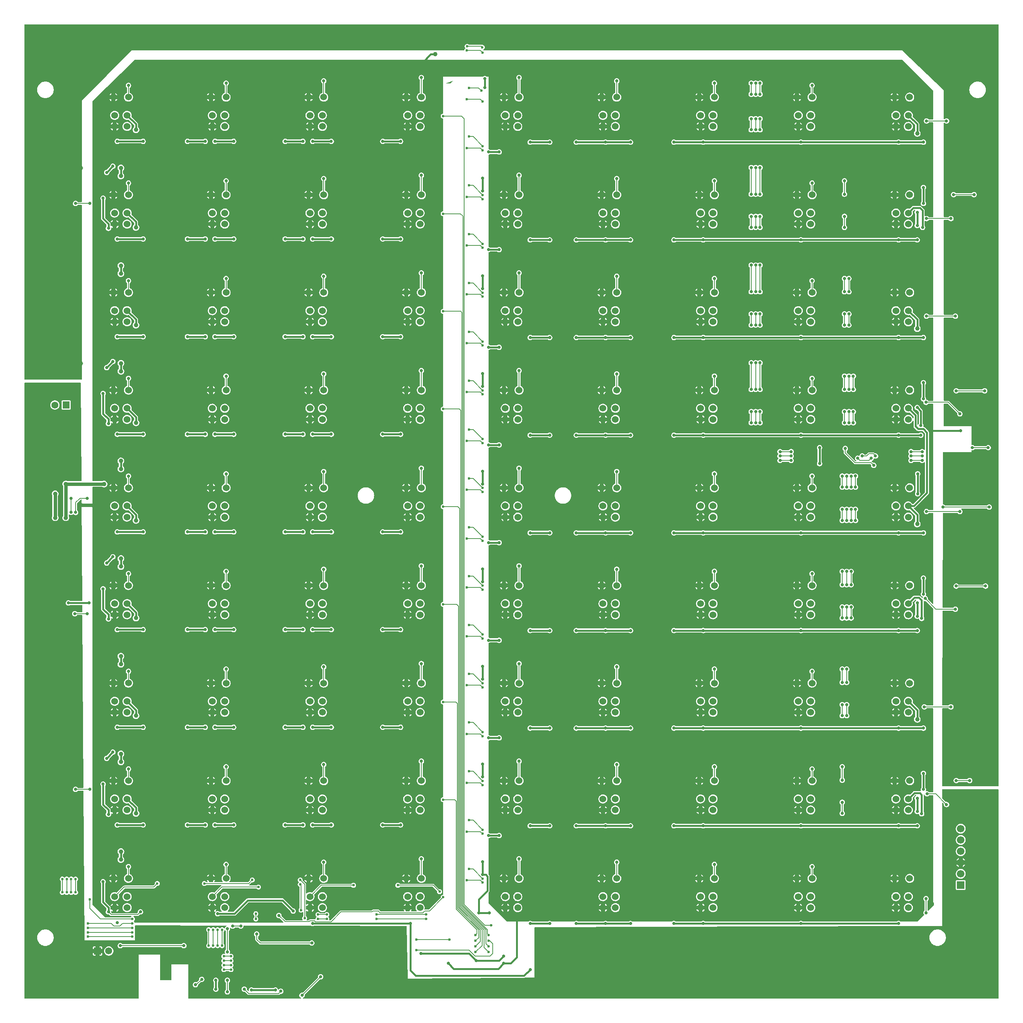
<source format=gtl>
G04 Layer: TopLayer*
G04 EasyEDA v6.4.19.5, 2021-05-16T17:52:14+02:00*
G04 c7de764b28da46dab1ebef90a77263ec,763424db4a57434484c59f209b4bf891,10*
G04 Gerber Generator version 0.2*
G04 Scale: 100 percent, Rotated: No, Reflected: No *
G04 Dimensions in inches *
G04 leading zeros omitted , absolute positions ,3 integer and 6 decimal *
%FSLAX36Y36*%
%MOIN*%

%ADD11C,0.0150*%
%ADD12C,0.0050*%
%ADD13C,0.0300*%
%ADD14C,0.0236*%
%ADD15C,0.0276*%
%ADD16C,0.0394*%
%ADD18C,0.0620*%
%ADD20C,0.0669*%
%ADD21C,0.0600*%

%LPD*%
G36*
X8153600Y-6767360D02*
G01*
X8152060Y-6767060D01*
X8150760Y-6766200D01*
X8149900Y-6764880D01*
X8149600Y-6763360D01*
X8151420Y-6079560D01*
X8151720Y-6078040D01*
X8152600Y-6076740D01*
X8153880Y-6075880D01*
X8155420Y-6075580D01*
X8205980Y-6075580D01*
X8207279Y-6075800D01*
X8208440Y-6076420D01*
X8212160Y-6080540D01*
X8215280Y-6082960D01*
X8218740Y-6084840D01*
X8222480Y-6086120D01*
X8226360Y-6086760D01*
X8230300Y-6086760D01*
X8234180Y-6086120D01*
X8237920Y-6084840D01*
X8241380Y-6082960D01*
X8244500Y-6080540D01*
X8247160Y-6077640D01*
X8249320Y-6074340D01*
X8250900Y-6070720D01*
X8251880Y-6066900D01*
X8252200Y-6062980D01*
X8251880Y-6059059D01*
X8250900Y-6055240D01*
X8249320Y-6051620D01*
X8247160Y-6048320D01*
X8244500Y-6045420D01*
X8241380Y-6043000D01*
X8237920Y-6041120D01*
X8234180Y-6039840D01*
X8230300Y-6039200D01*
X8226360Y-6039200D01*
X8222480Y-6039840D01*
X8218740Y-6041120D01*
X8215280Y-6043000D01*
X8212160Y-6045420D01*
X8208440Y-6049539D01*
X8207279Y-6050160D01*
X8205980Y-6050380D01*
X8155500Y-6050380D01*
X8153980Y-6050080D01*
X8152680Y-6049200D01*
X8151799Y-6047900D01*
X8151500Y-6046360D01*
X8153720Y-5213420D01*
X8154020Y-5211900D01*
X8154900Y-5210599D01*
X8156180Y-5209740D01*
X8157720Y-5209440D01*
X8245359Y-5209440D01*
X8246660Y-5209660D01*
X8247820Y-5210280D01*
X8251540Y-5214400D01*
X8254640Y-5216820D01*
X8258120Y-5218700D01*
X8261840Y-5219980D01*
X8265720Y-5220620D01*
X8269680Y-5220620D01*
X8273560Y-5219980D01*
X8277279Y-5218700D01*
X8280760Y-5216820D01*
X8283860Y-5214400D01*
X8286540Y-5211500D01*
X8288680Y-5208200D01*
X8290280Y-5204580D01*
X8291240Y-5200760D01*
X8291559Y-5196840D01*
X8291240Y-5192920D01*
X8290280Y-5189100D01*
X8288680Y-5185480D01*
X8286540Y-5182180D01*
X8283860Y-5179280D01*
X8280760Y-5176860D01*
X8277279Y-5174980D01*
X8273560Y-5173700D01*
X8269680Y-5173060D01*
X8265720Y-5173060D01*
X8261840Y-5173700D01*
X8258120Y-5174980D01*
X8254640Y-5176860D01*
X8251540Y-5179280D01*
X8247820Y-5183400D01*
X8246660Y-5184020D01*
X8245359Y-5184240D01*
X8157800Y-5184240D01*
X8156280Y-5183940D01*
X8154980Y-5183060D01*
X8154100Y-5181760D01*
X8153800Y-5180220D01*
X8156020Y-4347300D01*
X8156319Y-4345780D01*
X8157200Y-4344480D01*
X8158500Y-4343620D01*
X8160019Y-4343300D01*
X8284740Y-4343300D01*
X8286040Y-4343520D01*
X8287200Y-4344160D01*
X8290920Y-4348260D01*
X8294040Y-4350700D01*
X8297500Y-4352560D01*
X8301240Y-4353840D01*
X8305119Y-4354500D01*
X8309059Y-4354500D01*
X8312940Y-4353840D01*
X8316680Y-4352560D01*
X8320140Y-4350700D01*
X8323260Y-4348260D01*
X8325920Y-4345360D01*
X8328080Y-4342060D01*
X8329660Y-4338460D01*
X8330640Y-4334640D01*
X8330960Y-4330720D01*
X8330640Y-4326780D01*
X8329660Y-4322960D01*
X8328080Y-4319360D01*
X8325920Y-4316060D01*
X8323260Y-4313160D01*
X8320599Y-4311080D01*
X8319539Y-4309840D01*
X8319080Y-4308260D01*
X8319280Y-4306640D01*
X8320119Y-4305220D01*
X8321460Y-4304260D01*
X8323060Y-4303940D01*
X8544560Y-4303940D01*
X8545860Y-4304140D01*
X8547020Y-4304780D01*
X8550740Y-4308880D01*
X8553860Y-4311320D01*
X8557320Y-4313180D01*
X8561060Y-4314460D01*
X8564940Y-4315120D01*
X8568880Y-4315120D01*
X8572760Y-4314460D01*
X8576500Y-4313180D01*
X8579960Y-4311320D01*
X8583080Y-4308880D01*
X8585740Y-4305980D01*
X8587900Y-4302680D01*
X8589480Y-4299080D01*
X8590460Y-4295260D01*
X8590780Y-4291340D01*
X8590460Y-4287400D01*
X8589480Y-4283580D01*
X8587900Y-4279980D01*
X8585740Y-4276680D01*
X8583080Y-4273780D01*
X8579960Y-4271340D01*
X8576500Y-4269480D01*
X8572760Y-4268200D01*
X8568880Y-4267540D01*
X8564940Y-4267540D01*
X8561060Y-4268200D01*
X8557320Y-4269480D01*
X8553860Y-4271340D01*
X8550740Y-4273780D01*
X8547020Y-4277880D01*
X8545860Y-4278520D01*
X8544560Y-4278740D01*
X8179860Y-4278740D01*
X8178560Y-4278520D01*
X8177400Y-4277880D01*
X8173660Y-4273740D01*
X8170560Y-4271320D01*
X8167080Y-4269440D01*
X8163360Y-4268160D01*
X8159580Y-4267540D01*
X8158260Y-4267060D01*
X8157180Y-4266160D01*
X8156480Y-4264960D01*
X8156240Y-4263580D01*
X8157460Y-3807140D01*
X8157760Y-3805600D01*
X8158620Y-3804300D01*
X8159920Y-3803440D01*
X8161460Y-3803140D01*
X8409040Y-3803140D01*
X8409440Y-3802740D01*
X8409440Y-3791300D01*
X8409800Y-3789600D01*
X8410840Y-3788240D01*
X8412380Y-3787440D01*
X8414100Y-3787340D01*
X8415340Y-3787559D01*
X8419280Y-3787559D01*
X8423160Y-3786900D01*
X8426900Y-3785620D01*
X8430360Y-3783759D01*
X8433480Y-3781320D01*
X8437200Y-3777220D01*
X8438360Y-3776580D01*
X8439660Y-3776380D01*
X8536700Y-3776380D01*
X8538000Y-3776580D01*
X8539160Y-3777220D01*
X8542880Y-3781320D01*
X8545980Y-3783759D01*
X8549460Y-3785620D01*
X8553180Y-3786900D01*
X8557060Y-3787559D01*
X8561020Y-3787559D01*
X8564900Y-3786900D01*
X8568620Y-3785620D01*
X8572100Y-3783759D01*
X8575200Y-3781320D01*
X8577880Y-3778420D01*
X8580020Y-3775120D01*
X8581620Y-3771520D01*
X8582580Y-3767700D01*
X8582900Y-3763780D01*
X8582580Y-3759840D01*
X8581620Y-3756019D01*
X8580020Y-3752420D01*
X8577880Y-3749120D01*
X8575200Y-3746220D01*
X8572100Y-3743780D01*
X8568620Y-3741920D01*
X8564900Y-3740640D01*
X8561020Y-3739980D01*
X8557060Y-3739980D01*
X8553180Y-3740640D01*
X8549460Y-3741920D01*
X8545980Y-3743780D01*
X8542880Y-3746220D01*
X8539160Y-3750320D01*
X8538000Y-3750960D01*
X8536700Y-3751180D01*
X8439660Y-3751180D01*
X8438360Y-3750960D01*
X8437200Y-3750320D01*
X8433480Y-3746220D01*
X8430360Y-3743780D01*
X8426900Y-3741920D01*
X8423160Y-3740640D01*
X8419280Y-3739980D01*
X8415340Y-3739980D01*
X8414100Y-3740200D01*
X8412380Y-3740100D01*
X8410840Y-3739300D01*
X8409800Y-3737940D01*
X8409440Y-3736240D01*
X8409440Y-3575200D01*
X8409040Y-3574800D01*
X8169340Y-3574800D01*
X8167800Y-3574500D01*
X8166500Y-3573620D01*
X8165640Y-3572320D01*
X8165340Y-3570800D01*
X8165340Y-3378800D01*
X8165640Y-3377260D01*
X8166500Y-3375980D01*
X8167800Y-3375100D01*
X8169340Y-3374800D01*
X8197840Y-3374800D01*
X8199380Y-3375100D01*
X8200680Y-3375980D01*
X8282380Y-3457679D01*
X8283300Y-3459120D01*
X8283540Y-3460840D01*
X8283220Y-3464580D01*
X8283540Y-3468500D01*
X8284520Y-3472320D01*
X8286100Y-3475920D01*
X8288260Y-3479220D01*
X8290920Y-3482120D01*
X8294040Y-3484560D01*
X8297500Y-3486420D01*
X8301240Y-3487700D01*
X8305119Y-3488360D01*
X8309059Y-3488360D01*
X8312940Y-3487700D01*
X8316680Y-3486420D01*
X8320140Y-3484560D01*
X8323260Y-3482120D01*
X8325920Y-3479220D01*
X8328080Y-3475920D01*
X8329660Y-3472320D01*
X8330640Y-3468500D01*
X8330960Y-3464580D01*
X8330640Y-3460640D01*
X8329660Y-3456820D01*
X8328080Y-3453220D01*
X8325920Y-3449920D01*
X8323260Y-3447020D01*
X8320140Y-3444580D01*
X8316680Y-3442720D01*
X8312940Y-3441440D01*
X8309059Y-3440779D01*
X8305119Y-3440779D01*
X8303720Y-3441019D01*
X8302460Y-3441019D01*
X8301260Y-3440640D01*
X8300240Y-3439900D01*
X8213780Y-3353440D01*
X8211580Y-3351660D01*
X8209220Y-3350460D01*
X8206640Y-3349760D01*
X8204560Y-3349600D01*
X8169340Y-3349600D01*
X8167800Y-3349300D01*
X8166500Y-3348420D01*
X8165640Y-3347140D01*
X8165340Y-3345600D01*
X8165340Y-2615040D01*
X8165640Y-2613500D01*
X8166500Y-2612200D01*
X8167800Y-2611340D01*
X8169340Y-2611040D01*
X8245380Y-2611040D01*
X8246680Y-2611240D01*
X8247840Y-2611880D01*
X8251559Y-2615980D01*
X8254660Y-2618420D01*
X8258140Y-2620280D01*
X8261860Y-2621560D01*
X8265740Y-2622220D01*
X8269700Y-2622220D01*
X8273579Y-2621560D01*
X8277300Y-2620280D01*
X8280780Y-2618420D01*
X8283880Y-2615980D01*
X8286559Y-2613080D01*
X8288700Y-2609780D01*
X8290300Y-2606180D01*
X8291260Y-2602360D01*
X8291580Y-2598440D01*
X8291260Y-2594500D01*
X8290300Y-2590680D01*
X8288700Y-2587080D01*
X8286559Y-2583780D01*
X8283880Y-2580880D01*
X8280780Y-2578440D01*
X8277300Y-2576580D01*
X8273579Y-2575299D01*
X8269700Y-2574640D01*
X8265740Y-2574640D01*
X8261860Y-2575299D01*
X8258140Y-2576580D01*
X8254660Y-2578440D01*
X8251559Y-2580880D01*
X8247840Y-2584980D01*
X8246680Y-2585620D01*
X8245380Y-2585840D01*
X8169340Y-2585840D01*
X8167800Y-2585520D01*
X8166500Y-2584660D01*
X8165640Y-2583360D01*
X8165340Y-2581840D01*
X8165340Y-1748880D01*
X8165640Y-1747360D01*
X8166500Y-1746060D01*
X8167800Y-1745180D01*
X8169340Y-1744880D01*
X8205960Y-1744880D01*
X8207260Y-1745100D01*
X8208420Y-1745720D01*
X8212140Y-1749840D01*
X8215240Y-1752260D01*
X8218720Y-1754139D01*
X8222440Y-1755420D01*
X8226319Y-1756060D01*
X8230280Y-1756060D01*
X8234160Y-1755420D01*
X8237880Y-1754139D01*
X8241360Y-1752260D01*
X8244460Y-1749840D01*
X8247140Y-1746940D01*
X8249280Y-1743640D01*
X8250880Y-1740020D01*
X8251840Y-1736200D01*
X8252160Y-1732280D01*
X8251840Y-1728360D01*
X8250880Y-1724540D01*
X8249280Y-1720920D01*
X8247140Y-1717620D01*
X8244460Y-1714720D01*
X8241360Y-1712300D01*
X8237880Y-1710420D01*
X8234160Y-1709139D01*
X8230280Y-1708500D01*
X8226319Y-1708500D01*
X8222440Y-1709139D01*
X8218720Y-1710420D01*
X8215240Y-1712300D01*
X8212140Y-1714720D01*
X8208400Y-1718839D01*
X8207260Y-1719460D01*
X8205960Y-1719680D01*
X8169340Y-1719680D01*
X8167800Y-1719379D01*
X8166500Y-1718520D01*
X8165640Y-1717220D01*
X8165340Y-1715680D01*
X8165340Y-885800D01*
X8165660Y-884240D01*
X8166540Y-882940D01*
X8167880Y-882080D01*
X8169440Y-881800D01*
X8171000Y-882159D01*
X8172279Y-883100D01*
X8172840Y-883700D01*
X8175940Y-886120D01*
X8179420Y-888000D01*
X8183140Y-889280D01*
X8187020Y-889920D01*
X8190980Y-889920D01*
X8194860Y-889280D01*
X8198579Y-888000D01*
X8202060Y-886120D01*
X8205160Y-883700D01*
X8207840Y-880800D01*
X8209980Y-877500D01*
X8211580Y-873880D01*
X8212540Y-870060D01*
X8212859Y-866140D01*
X8212540Y-862220D01*
X8211580Y-858400D01*
X8209980Y-854780D01*
X8207840Y-851480D01*
X8205160Y-848580D01*
X8202060Y-846160D01*
X8198579Y-844280D01*
X8194860Y-843000D01*
X8190980Y-842360D01*
X8187020Y-842360D01*
X8183140Y-843000D01*
X8179420Y-844280D01*
X8175940Y-846160D01*
X8172840Y-848580D01*
X8172279Y-849180D01*
X8171000Y-850120D01*
X8169440Y-850480D01*
X8167880Y-850200D01*
X8166540Y-849340D01*
X8165660Y-848040D01*
X8165340Y-846480D01*
X8165340Y-594560D01*
X8165060Y-593880D01*
X7795540Y-240100D01*
X7794880Y-239820D01*
X4084380Y-239820D01*
X4082960Y-239560D01*
X4081740Y-239080D01*
X4080419Y-238260D01*
X4079520Y-237000D01*
X4079160Y-235500D01*
X4079400Y-233960D01*
X4080220Y-232640D01*
X4084940Y-229380D01*
X4087640Y-226680D01*
X4089840Y-223540D01*
X4091440Y-220080D01*
X4092440Y-216400D01*
X4092760Y-212600D01*
X4092440Y-208800D01*
X4091440Y-205120D01*
X4089840Y-201660D01*
X4087640Y-198520D01*
X4084940Y-195820D01*
X4081820Y-193640D01*
X4078360Y-192020D01*
X4074680Y-191040D01*
X4070880Y-190700D01*
X4067060Y-191040D01*
X4063500Y-192000D01*
X4062460Y-192140D01*
X3956900Y-192140D01*
X3955360Y-191820D01*
X3954060Y-190960D01*
X3951080Y-187960D01*
X3947960Y-185760D01*
X3944500Y-184160D01*
X3940820Y-183160D01*
X3937020Y-182840D01*
X3933200Y-183160D01*
X3929520Y-184160D01*
X3926060Y-185760D01*
X3922940Y-187960D01*
X3920240Y-190660D01*
X3918039Y-193780D01*
X3916440Y-197240D01*
X3915440Y-200920D01*
X3915120Y-204740D01*
X3915440Y-208540D01*
X3916440Y-212220D01*
X3918039Y-215680D01*
X3920100Y-218600D01*
X3920680Y-219860D01*
X3920800Y-221240D01*
X3920440Y-222580D01*
X3919640Y-223720D01*
X3917480Y-225880D01*
X3915299Y-229020D01*
X3913680Y-232480D01*
X3912300Y-237580D01*
X3911420Y-238760D01*
X3910160Y-239540D01*
X3908720Y-239820D01*
X961040Y-239820D01*
X960360Y-240100D01*
X519960Y-688360D01*
X519680Y-689020D01*
X519680Y-1581800D01*
X519380Y-1583340D01*
X518519Y-1584620D01*
X517220Y-1585500D01*
X515680Y-1585800D01*
X486940Y-1585800D01*
X485640Y-1585580D01*
X484480Y-1584960D01*
X480760Y-1580840D01*
X477660Y-1578420D01*
X474180Y-1576540D01*
X470460Y-1575260D01*
X466580Y-1574620D01*
X462620Y-1574620D01*
X458740Y-1575260D01*
X455020Y-1576540D01*
X451540Y-1578420D01*
X448440Y-1580840D01*
X445760Y-1583740D01*
X443620Y-1587040D01*
X442020Y-1590660D01*
X441060Y-1594480D01*
X440740Y-1598400D01*
X441060Y-1602320D01*
X442020Y-1606140D01*
X443620Y-1609760D01*
X445760Y-1613060D01*
X448440Y-1615960D01*
X451540Y-1618380D01*
X455020Y-1620260D01*
X458740Y-1621540D01*
X462620Y-1622180D01*
X466580Y-1622180D01*
X470460Y-1621540D01*
X474180Y-1620260D01*
X477660Y-1618380D01*
X480760Y-1615960D01*
X484480Y-1611840D01*
X485640Y-1611220D01*
X486940Y-1611000D01*
X515680Y-1611000D01*
X517220Y-1611300D01*
X518519Y-1612180D01*
X519380Y-1613460D01*
X519680Y-1615000D01*
X519680Y-3157080D01*
X519380Y-3158600D01*
X518519Y-3159900D01*
X517220Y-3160760D01*
X515680Y-3161080D01*
X14100Y-3161080D01*
X12560Y-3160760D01*
X11279Y-3159900D01*
X10400Y-3158600D01*
X10100Y-3157080D01*
X10100Y-14100D01*
X10400Y-12560D01*
X11279Y-11279D01*
X12560Y-10400D01*
X14100Y-10100D01*
X8647320Y-10100D01*
X8648840Y-10400D01*
X8650140Y-11279D01*
X8651020Y-12560D01*
X8651320Y-14100D01*
X8651320Y-6763360D01*
X8651020Y-6764900D01*
X8650140Y-6766200D01*
X8648840Y-6767060D01*
X8647320Y-6767360D01*
G37*

%LPC*%
G36*
X8273600Y-6740300D02*
G01*
X8277540Y-6740300D01*
X8281420Y-6739660D01*
X8285160Y-6738380D01*
X8288620Y-6736500D01*
X8291740Y-6734080D01*
X8295460Y-6729960D01*
X8296620Y-6729340D01*
X8297920Y-6729120D01*
X8371340Y-6729120D01*
X8372640Y-6729340D01*
X8373800Y-6729960D01*
X8377519Y-6734080D01*
X8380620Y-6736500D01*
X8384100Y-6738380D01*
X8387820Y-6739660D01*
X8391700Y-6740300D01*
X8395660Y-6740300D01*
X8399540Y-6739660D01*
X8403260Y-6738380D01*
X8406740Y-6736500D01*
X8409840Y-6734080D01*
X8412520Y-6731180D01*
X8414660Y-6727880D01*
X8416260Y-6724260D01*
X8417220Y-6720440D01*
X8417540Y-6716520D01*
X8417220Y-6712600D01*
X8416260Y-6708780D01*
X8414660Y-6705160D01*
X8412520Y-6701860D01*
X8409840Y-6698960D01*
X8406740Y-6696540D01*
X8403260Y-6694660D01*
X8399540Y-6693380D01*
X8395660Y-6692740D01*
X8391700Y-6692740D01*
X8387820Y-6693380D01*
X8384100Y-6694660D01*
X8380620Y-6696540D01*
X8377519Y-6698960D01*
X8373800Y-6703080D01*
X8372640Y-6703700D01*
X8371340Y-6703920D01*
X8297920Y-6703920D01*
X8296620Y-6703700D01*
X8295460Y-6703080D01*
X8291740Y-6698960D01*
X8288620Y-6696540D01*
X8285160Y-6694660D01*
X8281420Y-6693380D01*
X8277540Y-6692740D01*
X8273600Y-6692740D01*
X8269720Y-6693380D01*
X8265980Y-6694660D01*
X8262519Y-6696540D01*
X8259400Y-6698960D01*
X8256740Y-6701860D01*
X8254580Y-6705160D01*
X8253000Y-6708780D01*
X8252020Y-6712600D01*
X8251700Y-6716520D01*
X8252020Y-6720440D01*
X8253000Y-6724260D01*
X8254580Y-6727880D01*
X8256740Y-6731180D01*
X8259400Y-6734080D01*
X8262519Y-6736500D01*
X8265980Y-6738380D01*
X8269720Y-6739660D01*
G37*
G36*
X8273600Y-5015900D02*
G01*
X8277540Y-5015900D01*
X8281420Y-5015260D01*
X8285160Y-5013980D01*
X8288620Y-5012100D01*
X8291740Y-5009680D01*
X8295460Y-5005560D01*
X8296620Y-5004940D01*
X8297920Y-5004720D01*
X8513080Y-5004720D01*
X8514380Y-5004940D01*
X8515540Y-5005560D01*
X8519260Y-5009680D01*
X8522360Y-5012100D01*
X8525840Y-5013980D01*
X8529560Y-5015260D01*
X8533440Y-5015900D01*
X8537400Y-5015900D01*
X8541280Y-5015260D01*
X8545000Y-5013980D01*
X8548480Y-5012100D01*
X8551580Y-5009680D01*
X8554260Y-5006780D01*
X8556400Y-5003480D01*
X8558000Y-4999860D01*
X8558960Y-4996040D01*
X8559280Y-4992120D01*
X8558960Y-4988200D01*
X8558000Y-4984380D01*
X8556400Y-4980760D01*
X8554260Y-4977460D01*
X8551580Y-4974560D01*
X8548480Y-4972140D01*
X8545000Y-4970260D01*
X8541280Y-4968980D01*
X8537400Y-4968340D01*
X8533440Y-4968340D01*
X8529560Y-4968980D01*
X8525840Y-4970260D01*
X8522360Y-4972140D01*
X8519260Y-4974560D01*
X8515540Y-4978680D01*
X8514380Y-4979300D01*
X8513080Y-4979520D01*
X8297920Y-4979520D01*
X8296620Y-4979300D01*
X8295460Y-4978680D01*
X8291740Y-4974560D01*
X8288620Y-4972140D01*
X8285160Y-4970260D01*
X8281420Y-4968980D01*
X8277540Y-4968340D01*
X8273600Y-4968340D01*
X8269720Y-4968980D01*
X8265980Y-4970260D01*
X8262519Y-4972140D01*
X8259400Y-4974560D01*
X8256740Y-4977460D01*
X8254580Y-4980760D01*
X8253000Y-4984380D01*
X8252020Y-4988200D01*
X8251700Y-4992120D01*
X8252020Y-4996040D01*
X8253000Y-4999860D01*
X8254580Y-5003480D01*
X8256740Y-5006780D01*
X8259400Y-5009680D01*
X8262519Y-5012100D01*
X8265980Y-5013980D01*
X8269720Y-5015260D01*
G37*
G36*
X8273600Y-3283620D02*
G01*
X8277540Y-3283620D01*
X8281420Y-3282980D01*
X8285160Y-3281700D01*
X8288620Y-3279820D01*
X8291740Y-3277400D01*
X8295460Y-3273279D01*
X8296620Y-3272660D01*
X8297920Y-3272440D01*
X8505200Y-3272440D01*
X8506500Y-3272660D01*
X8507660Y-3273279D01*
X8511380Y-3277400D01*
X8514480Y-3279820D01*
X8517960Y-3281700D01*
X8521680Y-3282980D01*
X8525560Y-3283620D01*
X8529520Y-3283620D01*
X8533400Y-3282980D01*
X8537120Y-3281700D01*
X8540600Y-3279820D01*
X8543700Y-3277400D01*
X8546380Y-3274500D01*
X8548520Y-3271200D01*
X8550120Y-3267580D01*
X8551080Y-3263759D01*
X8551400Y-3259840D01*
X8551080Y-3255920D01*
X8550120Y-3252100D01*
X8548520Y-3248480D01*
X8546380Y-3245179D01*
X8543700Y-3242280D01*
X8540600Y-3239860D01*
X8537120Y-3237980D01*
X8533400Y-3236700D01*
X8529520Y-3236060D01*
X8525560Y-3236060D01*
X8521680Y-3236700D01*
X8517960Y-3237980D01*
X8514480Y-3239860D01*
X8511380Y-3242280D01*
X8507660Y-3246400D01*
X8506500Y-3247020D01*
X8505200Y-3247240D01*
X8297920Y-3247240D01*
X8296620Y-3247020D01*
X8295460Y-3246400D01*
X8291740Y-3242280D01*
X8288620Y-3239860D01*
X8285160Y-3237980D01*
X8281420Y-3236700D01*
X8277540Y-3236060D01*
X8273600Y-3236060D01*
X8269720Y-3236700D01*
X8265980Y-3237980D01*
X8262519Y-3239860D01*
X8259400Y-3242280D01*
X8256740Y-3245179D01*
X8254580Y-3248480D01*
X8253000Y-3252100D01*
X8252020Y-3255920D01*
X8251700Y-3259840D01*
X8252020Y-3263759D01*
X8253000Y-3267580D01*
X8254580Y-3271200D01*
X8256740Y-3274500D01*
X8259400Y-3277400D01*
X8262519Y-3279820D01*
X8265980Y-3281700D01*
X8269720Y-3282980D01*
G37*
G36*
X8249980Y-1543460D02*
G01*
X8253920Y-1543460D01*
X8257800Y-1542820D01*
X8261540Y-1541540D01*
X8265000Y-1539660D01*
X8268120Y-1537240D01*
X8271840Y-1533120D01*
X8273000Y-1532500D01*
X8274299Y-1532280D01*
X8410700Y-1532280D01*
X8412000Y-1532500D01*
X8413160Y-1533120D01*
X8416880Y-1537240D01*
X8420000Y-1539660D01*
X8423460Y-1541540D01*
X8427200Y-1542820D01*
X8431080Y-1543460D01*
X8435020Y-1543460D01*
X8438900Y-1542820D01*
X8442640Y-1541540D01*
X8446100Y-1539660D01*
X8449220Y-1537240D01*
X8451880Y-1534340D01*
X8454040Y-1531040D01*
X8455620Y-1527420D01*
X8456600Y-1523600D01*
X8456920Y-1519680D01*
X8456600Y-1515760D01*
X8455620Y-1511940D01*
X8454040Y-1508320D01*
X8451880Y-1505020D01*
X8449220Y-1502120D01*
X8446100Y-1499700D01*
X8442640Y-1497820D01*
X8438900Y-1496540D01*
X8435020Y-1495900D01*
X8431080Y-1495900D01*
X8427200Y-1496540D01*
X8423460Y-1497820D01*
X8420000Y-1499700D01*
X8416880Y-1502120D01*
X8413160Y-1506240D01*
X8412000Y-1506860D01*
X8410700Y-1507080D01*
X8274299Y-1507080D01*
X8273000Y-1506860D01*
X8271840Y-1506240D01*
X8268120Y-1502120D01*
X8265000Y-1499700D01*
X8261540Y-1497820D01*
X8257800Y-1496540D01*
X8253920Y-1495900D01*
X8249980Y-1495900D01*
X8246100Y-1496540D01*
X8242360Y-1497820D01*
X8238900Y-1499700D01*
X8235780Y-1502120D01*
X8233120Y-1505020D01*
X8230960Y-1508320D01*
X8229380Y-1511940D01*
X8228400Y-1515760D01*
X8228080Y-1519680D01*
X8228400Y-1523600D01*
X8229380Y-1527420D01*
X8230960Y-1531040D01*
X8233120Y-1534340D01*
X8235780Y-1537240D01*
X8238900Y-1539660D01*
X8242360Y-1541540D01*
X8246100Y-1542820D01*
G37*
G36*
X8460860Y-663540D02*
G01*
X8468260Y-663540D01*
X8475640Y-662800D01*
X8482880Y-661300D01*
X8489960Y-659080D01*
X8496760Y-656160D01*
X8503220Y-652580D01*
X8509300Y-648340D01*
X8514920Y-643520D01*
X8520020Y-638160D01*
X8524560Y-632300D01*
X8528480Y-626020D01*
X8531740Y-619380D01*
X8534300Y-612420D01*
X8536160Y-605260D01*
X8537280Y-597940D01*
X8537660Y-590560D01*
X8537280Y-583160D01*
X8536160Y-575840D01*
X8534300Y-568680D01*
X8531740Y-561720D01*
X8528480Y-555080D01*
X8524560Y-548800D01*
X8520020Y-542940D01*
X8514920Y-537580D01*
X8509300Y-532760D01*
X8503220Y-528520D01*
X8496760Y-524940D01*
X8489960Y-522020D01*
X8482880Y-519799D01*
X8475640Y-518300D01*
X8468260Y-517560D01*
X8460860Y-517560D01*
X8453500Y-518300D01*
X8446240Y-519799D01*
X8439180Y-522020D01*
X8432380Y-524940D01*
X8425900Y-528520D01*
X8419840Y-532760D01*
X8414220Y-537580D01*
X8409120Y-542940D01*
X8404580Y-548800D01*
X8400660Y-555080D01*
X8397400Y-561720D01*
X8394840Y-568680D01*
X8392980Y-575840D01*
X8391860Y-583160D01*
X8391480Y-590560D01*
X8391860Y-597940D01*
X8392980Y-605260D01*
X8394840Y-612420D01*
X8397400Y-619380D01*
X8400660Y-626020D01*
X8404580Y-632300D01*
X8409120Y-638160D01*
X8414220Y-643520D01*
X8419840Y-648340D01*
X8425900Y-652580D01*
X8432380Y-656160D01*
X8439180Y-659080D01*
X8446240Y-661300D01*
X8453500Y-662800D01*
G37*
G36*
X193140Y-663540D02*
G01*
X200560Y-663540D01*
X207920Y-662800D01*
X215159Y-661300D01*
X222240Y-659080D01*
X229040Y-656160D01*
X235520Y-652580D01*
X241580Y-648340D01*
X247200Y-643520D01*
X252300Y-638160D01*
X256840Y-632300D01*
X260760Y-626020D01*
X264020Y-619380D01*
X266580Y-612440D01*
X268440Y-605260D01*
X269560Y-597940D01*
X269940Y-590560D01*
X269560Y-583160D01*
X268440Y-575840D01*
X266580Y-568680D01*
X264020Y-561720D01*
X260760Y-555080D01*
X256840Y-548800D01*
X252300Y-542940D01*
X247200Y-537580D01*
X241580Y-532760D01*
X235520Y-528520D01*
X229040Y-524940D01*
X222240Y-522020D01*
X215159Y-519799D01*
X207920Y-518300D01*
X200560Y-517560D01*
X193140Y-517560D01*
X185780Y-518300D01*
X178540Y-519799D01*
X171460Y-522020D01*
X164660Y-524940D01*
X158180Y-528520D01*
X152120Y-532760D01*
X146500Y-537580D01*
X141400Y-542940D01*
X136860Y-548800D01*
X132940Y-555080D01*
X129680Y-561720D01*
X127120Y-568680D01*
X125260Y-575840D01*
X124140Y-583160D01*
X123760Y-590560D01*
X124140Y-597940D01*
X125260Y-605260D01*
X127120Y-612440D01*
X129680Y-619380D01*
X132940Y-626020D01*
X136860Y-632300D01*
X141400Y-638160D01*
X146500Y-643520D01*
X152120Y-648340D01*
X158180Y-652580D01*
X164660Y-656160D01*
X171460Y-659080D01*
X178540Y-661300D01*
X185780Y-662800D01*
G37*

%LPD*%
G36*
X991440Y-7976360D02*
G01*
X989960Y-7976079D01*
X988700Y-7975280D01*
X987820Y-7974059D01*
X987460Y-7973300D01*
X985280Y-7970160D01*
X982500Y-7967380D01*
X981620Y-7966079D01*
X981320Y-7964560D01*
X981620Y-7963020D01*
X982500Y-7961720D01*
X985280Y-7958940D01*
X987460Y-7955820D01*
X989080Y-7952360D01*
X990060Y-7948680D01*
X990400Y-7944880D01*
X990060Y-7941060D01*
X989080Y-7937380D01*
X987460Y-7933920D01*
X985280Y-7930800D01*
X982580Y-7928099D01*
X977800Y-7924820D01*
X977000Y-7923520D01*
X976740Y-7922000D01*
X977080Y-7920500D01*
X977940Y-7919240D01*
X979240Y-7918400D01*
X980740Y-7918099D01*
X1015540Y-7918099D01*
X1018360Y-7917800D01*
X1020860Y-7916980D01*
X1023180Y-7915640D01*
X1024760Y-7914299D01*
X1032520Y-7906540D01*
X1033540Y-7905800D01*
X1034740Y-7905420D01*
X1036000Y-7905420D01*
X1037400Y-7905660D01*
X1041340Y-7905660D01*
X1045220Y-7905000D01*
X1048960Y-7903720D01*
X1052420Y-7901860D01*
X1055540Y-7899420D01*
X1058200Y-7896520D01*
X1060360Y-7893220D01*
X1061940Y-7889620D01*
X1062920Y-7885800D01*
X1063240Y-7881880D01*
X1062920Y-7877940D01*
X1061940Y-7874120D01*
X1060360Y-7870520D01*
X1058200Y-7867220D01*
X1055540Y-7864320D01*
X1052420Y-7861880D01*
X1048960Y-7860019D01*
X1045220Y-7858740D01*
X1041340Y-7858080D01*
X1037400Y-7858080D01*
X1033520Y-7858740D01*
X1029780Y-7860019D01*
X1026320Y-7861880D01*
X1023199Y-7864320D01*
X1020540Y-7867220D01*
X1018379Y-7870520D01*
X1016800Y-7874120D01*
X1015819Y-7877940D01*
X1015500Y-7881880D01*
X1015819Y-7885599D01*
X1015580Y-7887320D01*
X1014659Y-7888760D01*
X1011700Y-7891720D01*
X1010400Y-7892600D01*
X1008880Y-7892900D01*
X786360Y-7892900D01*
X784840Y-7892600D01*
X783540Y-7891720D01*
X780620Y-7888800D01*
X779680Y-7887360D01*
X779460Y-7885640D01*
X779760Y-7881920D01*
X779539Y-7879220D01*
X779700Y-7877700D01*
X780420Y-7876360D01*
X781580Y-7875400D01*
X783020Y-7874920D01*
X784539Y-7875019D01*
X785900Y-7875660D01*
X789460Y-7878280D01*
X793520Y-7880520D01*
X793520Y-7861980D01*
X777500Y-7861980D01*
X775960Y-7861680D01*
X774659Y-7860820D01*
X773800Y-7859520D01*
X773500Y-7857980D01*
X773480Y-7841840D01*
X773000Y-7838480D01*
X771979Y-7835400D01*
X770600Y-7832940D01*
X770120Y-7831360D01*
X770180Y-7830700D01*
X769200Y-7830500D01*
X767900Y-7829620D01*
X727460Y-7789200D01*
X726600Y-7787900D01*
X726300Y-7786360D01*
X726300Y-7631720D01*
X726560Y-7630260D01*
X729640Y-7625560D01*
X731220Y-7621940D01*
X732200Y-7618120D01*
X732520Y-7614200D01*
X732200Y-7610280D01*
X731220Y-7606460D01*
X729640Y-7602840D01*
X727480Y-7599539D01*
X724820Y-7596640D01*
X721700Y-7594220D01*
X718240Y-7592340D01*
X714500Y-7591060D01*
X710620Y-7590420D01*
X706680Y-7590420D01*
X702800Y-7591060D01*
X699060Y-7592340D01*
X695600Y-7594220D01*
X692480Y-7596640D01*
X689820Y-7599539D01*
X687660Y-7602840D01*
X686080Y-7606460D01*
X685100Y-7610280D01*
X684780Y-7614200D01*
X685100Y-7618120D01*
X686080Y-7621940D01*
X687660Y-7625560D01*
X690819Y-7630359D01*
X691100Y-7631799D01*
X691120Y-7795980D01*
X691580Y-7799340D01*
X692600Y-7802420D01*
X694180Y-7805240D01*
X696380Y-7807880D01*
X737120Y-7848620D01*
X737980Y-7849920D01*
X738300Y-7851460D01*
X738300Y-7864360D01*
X738020Y-7865820D01*
X734920Y-7870560D01*
X733319Y-7874160D01*
X732360Y-7877980D01*
X732039Y-7881920D01*
X732360Y-7885839D01*
X733319Y-7889660D01*
X734920Y-7893260D01*
X737060Y-7896559D01*
X739740Y-7899460D01*
X742840Y-7901900D01*
X746320Y-7903760D01*
X750040Y-7905040D01*
X753920Y-7905700D01*
X757880Y-7905700D01*
X759260Y-7905460D01*
X760520Y-7905460D01*
X761720Y-7905839D01*
X762760Y-7906580D01*
X770420Y-7914260D01*
X772640Y-7916040D01*
X774980Y-7917240D01*
X777560Y-7917940D01*
X779640Y-7918099D01*
X956260Y-7918099D01*
X957760Y-7918400D01*
X959060Y-7919240D01*
X959920Y-7920500D01*
X960260Y-7922000D01*
X960000Y-7923520D01*
X959200Y-7924820D01*
X954419Y-7928099D01*
X951440Y-7931100D01*
X950140Y-7931960D01*
X948620Y-7932279D01*
X729220Y-7932279D01*
X727680Y-7931960D01*
X726380Y-7931100D01*
X615340Y-7820060D01*
X614480Y-7818760D01*
X614180Y-7817220D01*
X614180Y-6798380D01*
X614420Y-6795260D01*
X614180Y-6792140D01*
X614180Y-4115720D01*
X614480Y-4114180D01*
X615340Y-4112880D01*
X616640Y-4112020D01*
X618180Y-4111720D01*
X699539Y-4111720D01*
X700520Y-4111840D01*
X701440Y-4112200D01*
X704360Y-4113780D01*
X708640Y-4115320D01*
X713120Y-4116180D01*
X717680Y-4116360D01*
X722200Y-4115840D01*
X726600Y-4114640D01*
X730759Y-4112760D01*
X734580Y-4110280D01*
X737980Y-4107260D01*
X740879Y-4103740D01*
X743220Y-4099820D01*
X744920Y-4095600D01*
X745960Y-4091160D01*
X746300Y-4086620D01*
X745960Y-4082060D01*
X744920Y-4077620D01*
X743220Y-4073399D01*
X740879Y-4069480D01*
X737980Y-4065960D01*
X734580Y-4062940D01*
X730759Y-4060460D01*
X726600Y-4058580D01*
X722200Y-4057380D01*
X717680Y-4056860D01*
X713120Y-4057040D01*
X708640Y-4057900D01*
X704360Y-4059440D01*
X701440Y-4061019D01*
X700520Y-4061380D01*
X699539Y-4061520D01*
X618180Y-4061520D01*
X616640Y-4061200D01*
X615340Y-4060340D01*
X614480Y-4059040D01*
X614180Y-4057520D01*
X614180Y-1601540D01*
X614420Y-1598420D01*
X614180Y-1595300D01*
X614180Y-694599D01*
X614480Y-693040D01*
X615380Y-691740D01*
X990960Y-323980D01*
X992240Y-323140D01*
X993760Y-322840D01*
X4273440Y-322840D01*
X4274980Y-323140D01*
X4275340Y-323380D01*
X4275700Y-323140D01*
X4277240Y-322840D01*
X7793600Y-322840D01*
X7795140Y-323140D01*
X7796440Y-324000D01*
X8069680Y-597260D01*
X8070540Y-598560D01*
X8070860Y-600080D01*
X8070860Y-849539D01*
X8070540Y-851080D01*
X8069680Y-852380D01*
X8068380Y-853240D01*
X8066860Y-853540D01*
X8034160Y-853540D01*
X8032859Y-853319D01*
X8031700Y-852700D01*
X8027980Y-848580D01*
X8024860Y-846160D01*
X8021400Y-844280D01*
X8017660Y-843000D01*
X8013780Y-842360D01*
X8009840Y-842360D01*
X8005960Y-843000D01*
X8002220Y-844280D01*
X7998760Y-846160D01*
X7995640Y-848580D01*
X7992980Y-851480D01*
X7990820Y-854780D01*
X7989240Y-858400D01*
X7988260Y-862220D01*
X7987940Y-866140D01*
X7988260Y-870060D01*
X7989240Y-873880D01*
X7990820Y-877500D01*
X7992980Y-880800D01*
X7995640Y-883700D01*
X7998760Y-886120D01*
X8002220Y-888000D01*
X8005960Y-889280D01*
X8009840Y-889920D01*
X8013780Y-889920D01*
X8017660Y-889280D01*
X8021400Y-888000D01*
X8024860Y-886120D01*
X8027980Y-883700D01*
X8031700Y-879580D01*
X8032859Y-878960D01*
X8034160Y-878740D01*
X8066860Y-878740D01*
X8068380Y-879040D01*
X8069680Y-879920D01*
X8070540Y-881220D01*
X8070860Y-882740D01*
X8070860Y-1715680D01*
X8070540Y-1717220D01*
X8069680Y-1718520D01*
X8068380Y-1719379D01*
X8066860Y-1719680D01*
X8034160Y-1719680D01*
X8032859Y-1719460D01*
X8031700Y-1718839D01*
X8027980Y-1714720D01*
X8024860Y-1712300D01*
X8021400Y-1710420D01*
X8017660Y-1709139D01*
X8013780Y-1708500D01*
X8009840Y-1708500D01*
X8005960Y-1709139D01*
X8002220Y-1710420D01*
X7999900Y-1711680D01*
X7998339Y-1712140D01*
X7996700Y-1711940D01*
X7995300Y-1711100D01*
X7994340Y-1709760D01*
X7994000Y-1708160D01*
X7993980Y-1660680D01*
X7993500Y-1657340D01*
X7992460Y-1654259D01*
X7990880Y-1651440D01*
X7988680Y-1648800D01*
X7964660Y-1624900D01*
X7961960Y-1622860D01*
X7959059Y-1621399D01*
X7955940Y-1620520D01*
X7952519Y-1620200D01*
X7895019Y-1620220D01*
X7891680Y-1620680D01*
X7888600Y-1621720D01*
X7885760Y-1623300D01*
X7883120Y-1625480D01*
X7865100Y-1643520D01*
X7863920Y-1644340D01*
X7862519Y-1644680D01*
X7861079Y-1644500D01*
X7859680Y-1644079D01*
X7854400Y-1643180D01*
X7849059Y-1643000D01*
X7843720Y-1643540D01*
X7838520Y-1644780D01*
X7833520Y-1646699D01*
X7828819Y-1649280D01*
X7824520Y-1652460D01*
X7820660Y-1656180D01*
X7817340Y-1660380D01*
X7814620Y-1664980D01*
X7812519Y-1669920D01*
X7811100Y-1675080D01*
X7810400Y-1680400D01*
X7810400Y-1685740D01*
X7811100Y-1691060D01*
X7812519Y-1696220D01*
X7814620Y-1701160D01*
X7817340Y-1705760D01*
X7820660Y-1709960D01*
X7824520Y-1713680D01*
X7828819Y-1716860D01*
X7833520Y-1719440D01*
X7838520Y-1721360D01*
X7843720Y-1722600D01*
X7849059Y-1723140D01*
X7854400Y-1722960D01*
X7859680Y-1722060D01*
X7864800Y-1720480D01*
X7869660Y-1718220D01*
X7874180Y-1715340D01*
X7878260Y-1711879D01*
X7881860Y-1707920D01*
X7884900Y-1703500D01*
X7887300Y-1698720D01*
X7889059Y-1693660D01*
X7890119Y-1688420D01*
X7890480Y-1683080D01*
X7890140Y-1677740D01*
X7888940Y-1672020D01*
X7888880Y-1670700D01*
X7889260Y-1669440D01*
X7890019Y-1668360D01*
X7901820Y-1656579D01*
X7903120Y-1655700D01*
X7904640Y-1655400D01*
X7906720Y-1655400D01*
X7908380Y-1655760D01*
X7909740Y-1656780D01*
X7910560Y-1658300D01*
X7910660Y-1660000D01*
X7910060Y-1661579D01*
X7908160Y-1664520D01*
X7906559Y-1668120D01*
X7905599Y-1671940D01*
X7905280Y-1675880D01*
X7905599Y-1679800D01*
X7906559Y-1683620D01*
X7908160Y-1687220D01*
X7911260Y-1691980D01*
X7911540Y-1693440D01*
X7911540Y-1776980D01*
X7911260Y-1778440D01*
X7908160Y-1783180D01*
X7906559Y-1786800D01*
X7905599Y-1790620D01*
X7905280Y-1794540D01*
X7905599Y-1798460D01*
X7906559Y-1802280D01*
X7908160Y-1805900D01*
X7910300Y-1809199D01*
X7912980Y-1812100D01*
X7916079Y-1814520D01*
X7919560Y-1816399D01*
X7923280Y-1817680D01*
X7927160Y-1818320D01*
X7931120Y-1818320D01*
X7935000Y-1817680D01*
X7938720Y-1816399D01*
X7942200Y-1814520D01*
X7945300Y-1812100D01*
X7945839Y-1811519D01*
X7947080Y-1810600D01*
X7948560Y-1810220D01*
X7950080Y-1810440D01*
X7951420Y-1811200D01*
X7952360Y-1812420D01*
X7952780Y-1813899D01*
X7952859Y-1814920D01*
X7953819Y-1818740D01*
X7955420Y-1822360D01*
X7957560Y-1825660D01*
X7960240Y-1828560D01*
X7963339Y-1830980D01*
X7966820Y-1832860D01*
X7970540Y-1834139D01*
X7974420Y-1834780D01*
X7978380Y-1834780D01*
X7982260Y-1834139D01*
X7985980Y-1832860D01*
X7989460Y-1830980D01*
X7992560Y-1828560D01*
X7995240Y-1825660D01*
X7997380Y-1822360D01*
X7998980Y-1818740D01*
X7999940Y-1814920D01*
X8000260Y-1811000D01*
X7999940Y-1807080D01*
X7998980Y-1803260D01*
X7997380Y-1799640D01*
X7994280Y-1794900D01*
X7994000Y-1793440D01*
X7994000Y-1756399D01*
X7994340Y-1754800D01*
X7995300Y-1753460D01*
X7996700Y-1752620D01*
X7998339Y-1752420D01*
X7999900Y-1752880D01*
X8002220Y-1754139D01*
X8005960Y-1755420D01*
X8009840Y-1756060D01*
X8013780Y-1756060D01*
X8017660Y-1755420D01*
X8021400Y-1754139D01*
X8024860Y-1752260D01*
X8027980Y-1749840D01*
X8031700Y-1745720D01*
X8032859Y-1745100D01*
X8034160Y-1744880D01*
X8066860Y-1744880D01*
X8068380Y-1745180D01*
X8069680Y-1746060D01*
X8070540Y-1747360D01*
X8070860Y-1748880D01*
X8070860Y-2581840D01*
X8070540Y-2583360D01*
X8069680Y-2584660D01*
X8068380Y-2585520D01*
X8066860Y-2585840D01*
X8034160Y-2585840D01*
X8032859Y-2585620D01*
X8031700Y-2584980D01*
X8027980Y-2580880D01*
X8024860Y-2578440D01*
X8021400Y-2576580D01*
X8017660Y-2575299D01*
X8013780Y-2574640D01*
X8009840Y-2574640D01*
X8005960Y-2575299D01*
X8002220Y-2576580D01*
X7998760Y-2578440D01*
X7995640Y-2580880D01*
X7992980Y-2583780D01*
X7990820Y-2587080D01*
X7989240Y-2590680D01*
X7988260Y-2594500D01*
X7987940Y-2598440D01*
X7988260Y-2602360D01*
X7989240Y-2606180D01*
X7990820Y-2609780D01*
X7992980Y-2613080D01*
X7995640Y-2615980D01*
X7998760Y-2618420D01*
X8002220Y-2620280D01*
X8005960Y-2621560D01*
X8009840Y-2622220D01*
X8013780Y-2622220D01*
X8017660Y-2621560D01*
X8021400Y-2620280D01*
X8024860Y-2618420D01*
X8027980Y-2615980D01*
X8031700Y-2611880D01*
X8032859Y-2611240D01*
X8034160Y-2611040D01*
X8066860Y-2611040D01*
X8068380Y-2611340D01*
X8069680Y-2612200D01*
X8070540Y-2613500D01*
X8070860Y-2615040D01*
X8070860Y-3345600D01*
X8070540Y-3347140D01*
X8069680Y-3348420D01*
X8068380Y-3349300D01*
X8066860Y-3349600D01*
X8030200Y-3349600D01*
X8028900Y-3349380D01*
X8027740Y-3348759D01*
X8024020Y-3344640D01*
X8020920Y-3342220D01*
X8017440Y-3340340D01*
X8013720Y-3339060D01*
X8011140Y-3338639D01*
X8009740Y-3338120D01*
X8008640Y-3337140D01*
X8007960Y-3335820D01*
X8007800Y-3334360D01*
X8008099Y-3330720D01*
X8007780Y-3326780D01*
X8006820Y-3322960D01*
X8005220Y-3319360D01*
X8002100Y-3314600D01*
X8001840Y-3313140D01*
X8001840Y-3206540D01*
X8002100Y-3205100D01*
X8005220Y-3200340D01*
X8006820Y-3196720D01*
X8007780Y-3192900D01*
X8008099Y-3188980D01*
X8007780Y-3185059D01*
X8006820Y-3181240D01*
X8005220Y-3177620D01*
X8003080Y-3174320D01*
X8000400Y-3171420D01*
X7997300Y-3169000D01*
X7993819Y-3167120D01*
X7990100Y-3165840D01*
X7986220Y-3165200D01*
X7982260Y-3165200D01*
X7978380Y-3165840D01*
X7974660Y-3167120D01*
X7971180Y-3169000D01*
X7968080Y-3171420D01*
X7965400Y-3174320D01*
X7963260Y-3177620D01*
X7961660Y-3181240D01*
X7960700Y-3185059D01*
X7960380Y-3188980D01*
X7960700Y-3192900D01*
X7961660Y-3196720D01*
X7963260Y-3200340D01*
X7966360Y-3205080D01*
X7966640Y-3206540D01*
X7966640Y-3313159D01*
X7966360Y-3314600D01*
X7963260Y-3319360D01*
X7961660Y-3322960D01*
X7960700Y-3326780D01*
X7960380Y-3330720D01*
X7960700Y-3334640D01*
X7961660Y-3338460D01*
X7963260Y-3342060D01*
X7965400Y-3345360D01*
X7968080Y-3348260D01*
X7971180Y-3350700D01*
X7974660Y-3352559D01*
X7978380Y-3353840D01*
X7980960Y-3354280D01*
X7982360Y-3354780D01*
X7983460Y-3355760D01*
X7984140Y-3357080D01*
X7984299Y-3358560D01*
X7984000Y-3362200D01*
X7984320Y-3366120D01*
X7985280Y-3369940D01*
X7986880Y-3373560D01*
X7989020Y-3376860D01*
X7991700Y-3379760D01*
X7994800Y-3382180D01*
X7998280Y-3384060D01*
X8002000Y-3385340D01*
X8005880Y-3385980D01*
X8009840Y-3385980D01*
X8013720Y-3385340D01*
X8017440Y-3384060D01*
X8020920Y-3382180D01*
X8024020Y-3379760D01*
X8027740Y-3375640D01*
X8028900Y-3375020D01*
X8030200Y-3374800D01*
X8066860Y-3374800D01*
X8068380Y-3375100D01*
X8069680Y-3375980D01*
X8070540Y-3377260D01*
X8070860Y-3378800D01*
X8070860Y-4314100D01*
X8070540Y-4315640D01*
X8069680Y-4316940D01*
X8068380Y-4317800D01*
X8066860Y-4318100D01*
X8034160Y-4318100D01*
X8032859Y-4317900D01*
X8031700Y-4317260D01*
X8027980Y-4313160D01*
X8024860Y-4310720D01*
X8021400Y-4308860D01*
X8017660Y-4307580D01*
X8013780Y-4306920D01*
X8009840Y-4306920D01*
X8005960Y-4307580D01*
X8002220Y-4308860D01*
X7998760Y-4310720D01*
X7995640Y-4313160D01*
X7992980Y-4316060D01*
X7990820Y-4319360D01*
X7989240Y-4322960D01*
X7988260Y-4326780D01*
X7987940Y-4330720D01*
X7988260Y-4334640D01*
X7989240Y-4338460D01*
X7990820Y-4342060D01*
X7992980Y-4345360D01*
X7995640Y-4348260D01*
X7998760Y-4350700D01*
X8002220Y-4352560D01*
X8005960Y-4353840D01*
X8009840Y-4354500D01*
X8013780Y-4354500D01*
X8017660Y-4353840D01*
X8021400Y-4352560D01*
X8024860Y-4350700D01*
X8027980Y-4348260D01*
X8031700Y-4344160D01*
X8032859Y-4343520D01*
X8034160Y-4343300D01*
X8066860Y-4343300D01*
X8068380Y-4343620D01*
X8069680Y-4344480D01*
X8070540Y-4345780D01*
X8070860Y-4347300D01*
X8070860Y-5145740D01*
X8070540Y-5147279D01*
X8069680Y-5148579D01*
X8068380Y-5149440D01*
X8066860Y-5149740D01*
X8065320Y-5149440D01*
X8064020Y-5148579D01*
X8024700Y-5109240D01*
X8023760Y-5107800D01*
X8023540Y-5106080D01*
X8023840Y-5102360D01*
X8023520Y-5098420D01*
X8022560Y-5094600D01*
X8020960Y-5091000D01*
X8018819Y-5087700D01*
X8016140Y-5084800D01*
X8013040Y-5082360D01*
X8009560Y-5080500D01*
X8007560Y-5079800D01*
X8006160Y-5078960D01*
X8005200Y-5077640D01*
X8004860Y-5076020D01*
X8005200Y-5074420D01*
X8006820Y-5070740D01*
X8007780Y-5066920D01*
X8008099Y-5063000D01*
X8007780Y-5059060D01*
X8006820Y-5055240D01*
X8005220Y-5051640D01*
X8002100Y-5046880D01*
X8001840Y-5045420D01*
X8001840Y-4938820D01*
X8002100Y-4937380D01*
X8005220Y-4932620D01*
X8006820Y-4929000D01*
X8007780Y-4925180D01*
X8008099Y-4921260D01*
X8007780Y-4917340D01*
X8006820Y-4913520D01*
X8005220Y-4909900D01*
X8003080Y-4906600D01*
X8000400Y-4903700D01*
X7997300Y-4901280D01*
X7993819Y-4899400D01*
X7990100Y-4898120D01*
X7986220Y-4897480D01*
X7982260Y-4897480D01*
X7978380Y-4898120D01*
X7974660Y-4899400D01*
X7971180Y-4901280D01*
X7968080Y-4903700D01*
X7965400Y-4906600D01*
X7963260Y-4909900D01*
X7961660Y-4913520D01*
X7960700Y-4917340D01*
X7960380Y-4921260D01*
X7960700Y-4925180D01*
X7961660Y-4929000D01*
X7963260Y-4932620D01*
X7966360Y-4937360D01*
X7966640Y-4938820D01*
X7966640Y-5045440D01*
X7966360Y-5046880D01*
X7963260Y-5051640D01*
X7961660Y-5055240D01*
X7960700Y-5059060D01*
X7960380Y-5063000D01*
X7960700Y-5066920D01*
X7961660Y-5070740D01*
X7963260Y-5074340D01*
X7965400Y-5077640D01*
X7968080Y-5080540D01*
X7971180Y-5082980D01*
X7974660Y-5084840D01*
X7976660Y-5085540D01*
X7978060Y-5086380D01*
X7979020Y-5087720D01*
X7979360Y-5089320D01*
X7979020Y-5090920D01*
X7977460Y-5094460D01*
X7976580Y-5095740D01*
X7975280Y-5096580D01*
X7973780Y-5096860D01*
X7972260Y-5096540D01*
X7970980Y-5095680D01*
X7956860Y-5081600D01*
X7954160Y-5079560D01*
X7951260Y-5078100D01*
X7948140Y-5077220D01*
X7944720Y-5076900D01*
X7902940Y-5076920D01*
X7899600Y-5077380D01*
X7896520Y-5078400D01*
X7893680Y-5079980D01*
X7891040Y-5082180D01*
X7865080Y-5108080D01*
X7863900Y-5108900D01*
X7862500Y-5109240D01*
X7861079Y-5109060D01*
X7859680Y-5108640D01*
X7854400Y-5107740D01*
X7849059Y-5107560D01*
X7843720Y-5108100D01*
X7838520Y-5109340D01*
X7833520Y-5111280D01*
X7828819Y-5113840D01*
X7824520Y-5117020D01*
X7820660Y-5120740D01*
X7817340Y-5124940D01*
X7814620Y-5129560D01*
X7812519Y-5134480D01*
X7811100Y-5139660D01*
X7810400Y-5144960D01*
X7810400Y-5150320D01*
X7811100Y-5155620D01*
X7812519Y-5160780D01*
X7814620Y-5165720D01*
X7817340Y-5170320D01*
X7820660Y-5174539D01*
X7824520Y-5178260D01*
X7828819Y-5181440D01*
X7833520Y-5184000D01*
X7838520Y-5185920D01*
X7843720Y-5187180D01*
X7849059Y-5187700D01*
X7854400Y-5187519D01*
X7859680Y-5186640D01*
X7864800Y-5185060D01*
X7869660Y-5182800D01*
X7874180Y-5179920D01*
X7878260Y-5176460D01*
X7881860Y-5172480D01*
X7884900Y-5168060D01*
X7887300Y-5163280D01*
X7889059Y-5158220D01*
X7890119Y-5152980D01*
X7890480Y-5147640D01*
X7890140Y-5142300D01*
X7888940Y-5136559D01*
X7888880Y-5135260D01*
X7889260Y-5134000D01*
X7890019Y-5132920D01*
X7909700Y-5113260D01*
X7911000Y-5112400D01*
X7912540Y-5112100D01*
X7915740Y-5112100D01*
X7917440Y-5112480D01*
X7918819Y-5113560D01*
X7919620Y-5115120D01*
X7919660Y-5116860D01*
X7918960Y-5118460D01*
X7917640Y-5119620D01*
X7916079Y-5120460D01*
X7912980Y-5122880D01*
X7910300Y-5125780D01*
X7908160Y-5129080D01*
X7906559Y-5132700D01*
X7905599Y-5136520D01*
X7905280Y-5140440D01*
X7905599Y-5144360D01*
X7906559Y-5148180D01*
X7908160Y-5151799D01*
X7911260Y-5156540D01*
X7911540Y-5158000D01*
X7911540Y-5241540D01*
X7911260Y-5243000D01*
X7908160Y-5247760D01*
X7906559Y-5251360D01*
X7905599Y-5255180D01*
X7905280Y-5259120D01*
X7905599Y-5263040D01*
X7906559Y-5266860D01*
X7908160Y-5270460D01*
X7910300Y-5273760D01*
X7912980Y-5276660D01*
X7916079Y-5279100D01*
X7919560Y-5280960D01*
X7923280Y-5282240D01*
X7927160Y-5282900D01*
X7931120Y-5282900D01*
X7935000Y-5282240D01*
X7940660Y-5280220D01*
X7942100Y-5280300D01*
X7943420Y-5280880D01*
X7944460Y-5281880D01*
X7945060Y-5283200D01*
X7945920Y-5286640D01*
X7947519Y-5290240D01*
X7949660Y-5293540D01*
X7952340Y-5296440D01*
X7955440Y-5298880D01*
X7958920Y-5300740D01*
X7962640Y-5302020D01*
X7966520Y-5302680D01*
X7970480Y-5302680D01*
X7974360Y-5302020D01*
X7978080Y-5300740D01*
X7981559Y-5298880D01*
X7984660Y-5296440D01*
X7987340Y-5293540D01*
X7989480Y-5290240D01*
X7991079Y-5286640D01*
X7992039Y-5282820D01*
X7992360Y-5278900D01*
X7992039Y-5274960D01*
X7991079Y-5271140D01*
X7989480Y-5267540D01*
X7986380Y-5262780D01*
X7986100Y-5261319D01*
X7986100Y-5128339D01*
X7986380Y-5126840D01*
X7987200Y-5125580D01*
X7988440Y-5124700D01*
X7989900Y-5124340D01*
X7991400Y-5124560D01*
X7994120Y-5125480D01*
X7998000Y-5126140D01*
X8001960Y-5126140D01*
X8003339Y-5125900D01*
X8004600Y-5125900D01*
X8005800Y-5126280D01*
X8006820Y-5127020D01*
X8069680Y-5189860D01*
X8070540Y-5191160D01*
X8070860Y-5192700D01*
X8070860Y-6046380D01*
X8070540Y-6047920D01*
X8069680Y-6049200D01*
X8068380Y-6050080D01*
X8066860Y-6050380D01*
X8014440Y-6050380D01*
X8013140Y-6050160D01*
X8011980Y-6049539D01*
X8008260Y-6045440D01*
X8005160Y-6043020D01*
X8001680Y-6041140D01*
X7997960Y-6039860D01*
X7994080Y-6039220D01*
X7990119Y-6039220D01*
X7986240Y-6039860D01*
X7982519Y-6041140D01*
X7979040Y-6043020D01*
X7975940Y-6045440D01*
X7973260Y-6048339D01*
X7971120Y-6051640D01*
X7969520Y-6055260D01*
X7968560Y-6059080D01*
X7968240Y-6063000D01*
X7968560Y-6066920D01*
X7969520Y-6070740D01*
X7971120Y-6074360D01*
X7973260Y-6077660D01*
X7975940Y-6080560D01*
X7979040Y-6082980D01*
X7982519Y-6084860D01*
X7986240Y-6086140D01*
X7990119Y-6086780D01*
X7994080Y-6086780D01*
X7997960Y-6086140D01*
X8001680Y-6084860D01*
X8005160Y-6082980D01*
X8008260Y-6080560D01*
X8012000Y-6076420D01*
X8013160Y-6075800D01*
X8014460Y-6075580D01*
X8066860Y-6075580D01*
X8068380Y-6075880D01*
X8069680Y-6076760D01*
X8070540Y-6078040D01*
X8070860Y-6079580D01*
X8070860Y-6818040D01*
X8070540Y-6819560D01*
X8069680Y-6820860D01*
X8068380Y-6821720D01*
X8066860Y-6822039D01*
X8038080Y-6822039D01*
X8036780Y-6821820D01*
X8035620Y-6821180D01*
X8031900Y-6817080D01*
X8028780Y-6814640D01*
X8025320Y-6812780D01*
X8021580Y-6811500D01*
X8017700Y-6810839D01*
X8013760Y-6810839D01*
X8009860Y-6811500D01*
X8008160Y-6811420D01*
X8006640Y-6810620D01*
X8005580Y-6809280D01*
X8005200Y-6807619D01*
X8005540Y-6805940D01*
X8006820Y-6803020D01*
X8007780Y-6799200D01*
X8008099Y-6795280D01*
X8007780Y-6791360D01*
X8006820Y-6787540D01*
X8005220Y-6783920D01*
X8002100Y-6779160D01*
X8001840Y-6777720D01*
X8001840Y-6671120D01*
X8002100Y-6669660D01*
X8005220Y-6664900D01*
X8006820Y-6661300D01*
X8007780Y-6657480D01*
X8008099Y-6653560D01*
X8007780Y-6649620D01*
X8006820Y-6645800D01*
X8005220Y-6642200D01*
X8003080Y-6638900D01*
X8000400Y-6636000D01*
X7997300Y-6633560D01*
X7993819Y-6631700D01*
X7990100Y-6630420D01*
X7986220Y-6629760D01*
X7982260Y-6629760D01*
X7978380Y-6630420D01*
X7974660Y-6631700D01*
X7971180Y-6633560D01*
X7968080Y-6636000D01*
X7965400Y-6638900D01*
X7963260Y-6642200D01*
X7961660Y-6645800D01*
X7960700Y-6649620D01*
X7960380Y-6653560D01*
X7960700Y-6657480D01*
X7961660Y-6661300D01*
X7963260Y-6664900D01*
X7966360Y-6669660D01*
X7966640Y-6671100D01*
X7966640Y-6777720D01*
X7966360Y-6779180D01*
X7963260Y-6783920D01*
X7961660Y-6787540D01*
X7960700Y-6791360D01*
X7960380Y-6795280D01*
X7960700Y-6799200D01*
X7961660Y-6803020D01*
X7962300Y-6804460D01*
X7962640Y-6805920D01*
X7962400Y-6807400D01*
X7961640Y-6808700D01*
X7960460Y-6809620D01*
X7959040Y-6810060D01*
X7957540Y-6809920D01*
X7955980Y-6809480D01*
X7952560Y-6809160D01*
X7904820Y-6809180D01*
X7901480Y-6809640D01*
X7898400Y-6810680D01*
X7895560Y-6812260D01*
X7892920Y-6814440D01*
X7866540Y-6840820D01*
X7865359Y-6841640D01*
X7863960Y-6841980D01*
X7862540Y-6841799D01*
X7859680Y-6840920D01*
X7854400Y-6840040D01*
X7849059Y-6839860D01*
X7843720Y-6840400D01*
X7838520Y-6841640D01*
X7833520Y-6843560D01*
X7828819Y-6846140D01*
X7824520Y-6849299D01*
X7820660Y-6853040D01*
X7817340Y-6857240D01*
X7814620Y-6861840D01*
X7812519Y-6866780D01*
X7811100Y-6871940D01*
X7810400Y-6877240D01*
X7810400Y-6882600D01*
X7811100Y-6887900D01*
X7812519Y-6893080D01*
X7814620Y-6898000D01*
X7817340Y-6902619D01*
X7820660Y-6906820D01*
X7824520Y-6910540D01*
X7828819Y-6913720D01*
X7833520Y-6916280D01*
X7838520Y-6918220D01*
X7843720Y-6919460D01*
X7849059Y-6920000D01*
X7854400Y-6919820D01*
X7859680Y-6918920D01*
X7864800Y-6917340D01*
X7869660Y-6915080D01*
X7874180Y-6912200D01*
X7878260Y-6908740D01*
X7881860Y-6904760D01*
X7884900Y-6900359D01*
X7887300Y-6895580D01*
X7889059Y-6890520D01*
X7890119Y-6885260D01*
X7890480Y-6879920D01*
X7890119Y-6874580D01*
X7889280Y-6870400D01*
X7889240Y-6869100D01*
X7889600Y-6867840D01*
X7890380Y-6866780D01*
X7904200Y-6852940D01*
X7905599Y-6852039D01*
X7907240Y-6851780D01*
X7907920Y-6851960D01*
X7907740Y-6851380D01*
X7907980Y-6849680D01*
X7908900Y-6848240D01*
X7911620Y-6845520D01*
X7912920Y-6844660D01*
X7914440Y-6844360D01*
X7915800Y-6844360D01*
X7917500Y-6844740D01*
X7918880Y-6845820D01*
X7919680Y-6847380D01*
X7919720Y-6849120D01*
X7919020Y-6850720D01*
X7917700Y-6851880D01*
X7916079Y-6852740D01*
X7914180Y-6854240D01*
X7912640Y-6854960D01*
X7910920Y-6854980D01*
X7910980Y-6856400D01*
X7910380Y-6857960D01*
X7908160Y-6861380D01*
X7906559Y-6864980D01*
X7905599Y-6868800D01*
X7905280Y-6872740D01*
X7905599Y-6876660D01*
X7906559Y-6880480D01*
X7908160Y-6884080D01*
X7911260Y-6888840D01*
X7911540Y-6890300D01*
X7911540Y-6973840D01*
X7911260Y-6975300D01*
X7908160Y-6980040D01*
X7906559Y-6983660D01*
X7905599Y-6987480D01*
X7905280Y-6991400D01*
X7905599Y-6995320D01*
X7906559Y-6999140D01*
X7908160Y-7002760D01*
X7910300Y-7006060D01*
X7912980Y-7008960D01*
X7916079Y-7011380D01*
X7919560Y-7013260D01*
X7923280Y-7014539D01*
X7927160Y-7015180D01*
X7931120Y-7015180D01*
X7935000Y-7014539D01*
X7940560Y-7012560D01*
X7942000Y-7012640D01*
X7943320Y-7013220D01*
X7944360Y-7014240D01*
X7944960Y-7015540D01*
X7945920Y-7019299D01*
X7947500Y-7022920D01*
X7949660Y-7026220D01*
X7952320Y-7029120D01*
X7955440Y-7031540D01*
X7958900Y-7033420D01*
X7962640Y-7034700D01*
X7966520Y-7035340D01*
X7970460Y-7035340D01*
X7974340Y-7034700D01*
X7978080Y-7033420D01*
X7981540Y-7031540D01*
X7984660Y-7029120D01*
X7987320Y-7026220D01*
X7989480Y-7022920D01*
X7991060Y-7019299D01*
X7992039Y-7015480D01*
X7992360Y-7011559D01*
X7992039Y-7007640D01*
X7991060Y-7003819D01*
X7989480Y-7000200D01*
X7986360Y-6995460D01*
X7986079Y-6994000D01*
X7986079Y-6845340D01*
X7986380Y-6843819D01*
X7987240Y-6842519D01*
X7988520Y-6841660D01*
X7990040Y-6841340D01*
X7991559Y-6841620D01*
X7992859Y-6842460D01*
X7993760Y-6843740D01*
X7994740Y-6845980D01*
X7996900Y-6849280D01*
X7999560Y-6852180D01*
X8002680Y-6854620D01*
X8006140Y-6856480D01*
X8009880Y-6857760D01*
X8013760Y-6858420D01*
X8017700Y-6858420D01*
X8021580Y-6857760D01*
X8025320Y-6856480D01*
X8028780Y-6854620D01*
X8031900Y-6852180D01*
X8035620Y-6848080D01*
X8036780Y-6847440D01*
X8038080Y-6847240D01*
X8066860Y-6847240D01*
X8068380Y-6847540D01*
X8069680Y-6848400D01*
X8070540Y-6849700D01*
X8070860Y-6851240D01*
X8070860Y-7794860D01*
X8071120Y-7795540D01*
X8077560Y-7801960D01*
X8078420Y-7803260D01*
X8078720Y-7804800D01*
X8078720Y-7817220D01*
X8078420Y-7818760D01*
X8077560Y-7820060D01*
X8027300Y-7870300D01*
X8026120Y-7871120D01*
X8024720Y-7871460D01*
X8023300Y-7871300D01*
X8022000Y-7870620D01*
X8021180Y-7869740D01*
X8020640Y-7868660D01*
X8020460Y-7867460D01*
X8020460Y-7786060D01*
X8020640Y-7784860D01*
X8021180Y-7783780D01*
X8022000Y-7782900D01*
X8024020Y-7781319D01*
X8026700Y-7778420D01*
X8028840Y-7775119D01*
X8030440Y-7771500D01*
X8031400Y-7767680D01*
X8031720Y-7763760D01*
X8031400Y-7759840D01*
X8030440Y-7756020D01*
X8028840Y-7752400D01*
X8026700Y-7749100D01*
X8024020Y-7746200D01*
X8020920Y-7743780D01*
X8017440Y-7741900D01*
X8013720Y-7740620D01*
X8009840Y-7739980D01*
X8005880Y-7739980D01*
X8002000Y-7740620D01*
X7998280Y-7741900D01*
X7994800Y-7743780D01*
X7991700Y-7746200D01*
X7989020Y-7749100D01*
X7986880Y-7752400D01*
X7985280Y-7756020D01*
X7984320Y-7759840D01*
X7984000Y-7763760D01*
X7984320Y-7767680D01*
X7985280Y-7771500D01*
X7986880Y-7775119D01*
X7989020Y-7778420D01*
X7991700Y-7781319D01*
X7993720Y-7782900D01*
X7994539Y-7783760D01*
X7995080Y-7784860D01*
X7995260Y-7786040D01*
X7995260Y-7867460D01*
X7995080Y-7868660D01*
X7994539Y-7869740D01*
X7993720Y-7870620D01*
X7991700Y-7872200D01*
X7989020Y-7875100D01*
X7986880Y-7878400D01*
X7985280Y-7882000D01*
X7984320Y-7885820D01*
X7984000Y-7889760D01*
X7984320Y-7893680D01*
X7985280Y-7897500D01*
X7986880Y-7901100D01*
X7988900Y-7904220D01*
X7989440Y-7905460D01*
X7989520Y-7906820D01*
X7989160Y-7908120D01*
X7988380Y-7909220D01*
X7930280Y-7967320D01*
X7929000Y-7968180D01*
X7927460Y-7968480D01*
X7782619Y-7968480D01*
X7781319Y-7968280D01*
X7780160Y-7967640D01*
X7776840Y-7965060D01*
X7773360Y-7963180D01*
X7769640Y-7961900D01*
X7765760Y-7961260D01*
X7761799Y-7961260D01*
X7757920Y-7961900D01*
X7754200Y-7963180D01*
X7750720Y-7965060D01*
X7748700Y-7966640D01*
X7747540Y-7967260D01*
X7746240Y-7967480D01*
X6915200Y-7967480D01*
X6913900Y-7967260D01*
X6912740Y-7966640D01*
X6910700Y-7965060D01*
X6907240Y-7963180D01*
X6903500Y-7961900D01*
X6899620Y-7961260D01*
X6895680Y-7961260D01*
X6891799Y-7961900D01*
X6888060Y-7963180D01*
X6884600Y-7965060D01*
X6882619Y-7966600D01*
X6881460Y-7967220D01*
X6880160Y-7967440D01*
X6048980Y-7967440D01*
X6047680Y-7967220D01*
X6046520Y-7966600D01*
X6044560Y-7965060D01*
X6041079Y-7963180D01*
X6037360Y-7961900D01*
X6033480Y-7961260D01*
X6029520Y-7961260D01*
X6025640Y-7961900D01*
X6021920Y-7963180D01*
X6018440Y-7965060D01*
X6016480Y-7966600D01*
X6015320Y-7967220D01*
X6014020Y-7967440D01*
X5789140Y-7967440D01*
X5787840Y-7967220D01*
X5786680Y-7966600D01*
X5784720Y-7965060D01*
X5781240Y-7963180D01*
X5777519Y-7961900D01*
X5773640Y-7961260D01*
X5769680Y-7961260D01*
X5765800Y-7961900D01*
X5762080Y-7963180D01*
X5758600Y-7965060D01*
X5755280Y-7967640D01*
X5754120Y-7968280D01*
X5752820Y-7968480D01*
X5404680Y-7968480D01*
X5403380Y-7968280D01*
X5402220Y-7967640D01*
X5398900Y-7965060D01*
X5395420Y-7963180D01*
X5391700Y-7961900D01*
X5387820Y-7961260D01*
X5383860Y-7961260D01*
X5379980Y-7961900D01*
X5376260Y-7963180D01*
X5372780Y-7965060D01*
X5370820Y-7966600D01*
X5369660Y-7967220D01*
X5368360Y-7967440D01*
X5182840Y-7967440D01*
X5181540Y-7967220D01*
X5180380Y-7966600D01*
X5178420Y-7965060D01*
X5174940Y-7963180D01*
X5171220Y-7961900D01*
X5167340Y-7961260D01*
X5163380Y-7961260D01*
X5159500Y-7961900D01*
X5155780Y-7963180D01*
X5152300Y-7965060D01*
X5150340Y-7966600D01*
X5149180Y-7967220D01*
X5147880Y-7967440D01*
X4923000Y-7967440D01*
X4921700Y-7967220D01*
X4920540Y-7966600D01*
X4918580Y-7965060D01*
X4915100Y-7963180D01*
X4911380Y-7961900D01*
X4907500Y-7961260D01*
X4903540Y-7961260D01*
X4899660Y-7961900D01*
X4895940Y-7963180D01*
X4892460Y-7965060D01*
X4889140Y-7967640D01*
X4887980Y-7968280D01*
X4886680Y-7968480D01*
X4688140Y-7968480D01*
X4686840Y-7968280D01*
X4685680Y-7967640D01*
X4682360Y-7965060D01*
X4678900Y-7963180D01*
X4675160Y-7961900D01*
X4671280Y-7961260D01*
X4667340Y-7961260D01*
X4663460Y-7961900D01*
X4659720Y-7963180D01*
X4656260Y-7965060D01*
X4654280Y-7966600D01*
X4653120Y-7967220D01*
X4651820Y-7967440D01*
X4513560Y-7967440D01*
X4512260Y-7967220D01*
X4511100Y-7966600D01*
X4509140Y-7965060D01*
X4505660Y-7963180D01*
X4501940Y-7961900D01*
X4498060Y-7961260D01*
X4494100Y-7961260D01*
X4490220Y-7961900D01*
X4486500Y-7963180D01*
X4483020Y-7965060D01*
X4479700Y-7967640D01*
X4478540Y-7968280D01*
X4477240Y-7968480D01*
X4292980Y-7968480D01*
X4291460Y-7968180D01*
X4290160Y-7967320D01*
X4127140Y-7804299D01*
X4126280Y-7803000D01*
X4125980Y-7801480D01*
X4125980Y-7711580D01*
X4126280Y-7710040D01*
X4127140Y-7708760D01*
X4131040Y-7704820D01*
X4133039Y-7702160D01*
X4134500Y-7699260D01*
X4135380Y-7696140D01*
X4135700Y-7692720D01*
X4135680Y-7566220D01*
X4135220Y-7562880D01*
X4134180Y-7559800D01*
X4132600Y-7556960D01*
X4130419Y-7554320D01*
X4127140Y-7551060D01*
X4126280Y-7549760D01*
X4125980Y-7548220D01*
X4125980Y-7232220D01*
X4126220Y-7230839D01*
X4126920Y-7229620D01*
X4128000Y-7228740D01*
X4129320Y-7228260D01*
X4131840Y-7227840D01*
X4135580Y-7226559D01*
X4139040Y-7224700D01*
X4141019Y-7223160D01*
X4142180Y-7222519D01*
X4143480Y-7222320D01*
X4203000Y-7222320D01*
X4204300Y-7222519D01*
X4205460Y-7223160D01*
X4207420Y-7224700D01*
X4210900Y-7226559D01*
X4214620Y-7227840D01*
X4218500Y-7228500D01*
X4222460Y-7228500D01*
X4226340Y-7227840D01*
X4230060Y-7226559D01*
X4233540Y-7224700D01*
X4236640Y-7222260D01*
X4239320Y-7219360D01*
X4241460Y-7216060D01*
X4243060Y-7212460D01*
X4244020Y-7208640D01*
X4244340Y-7204720D01*
X4244020Y-7200780D01*
X4243060Y-7196960D01*
X4241460Y-7193360D01*
X4239320Y-7190060D01*
X4236640Y-7187160D01*
X4233540Y-7184720D01*
X4230060Y-7182859D01*
X4226340Y-7181580D01*
X4222460Y-7180920D01*
X4218500Y-7180920D01*
X4214620Y-7181580D01*
X4210900Y-7182859D01*
X4207420Y-7184720D01*
X4205440Y-7186260D01*
X4204300Y-7186900D01*
X4203000Y-7187120D01*
X4143480Y-7187120D01*
X4142180Y-7186900D01*
X4141019Y-7186260D01*
X4139040Y-7184720D01*
X4135580Y-7182859D01*
X4131840Y-7181580D01*
X4129320Y-7181160D01*
X4128000Y-7180680D01*
X4126920Y-7179800D01*
X4126220Y-7178579D01*
X4125980Y-7177200D01*
X4125980Y-6366079D01*
X4126220Y-6364700D01*
X4126920Y-6363480D01*
X4128000Y-6362600D01*
X4129320Y-6362120D01*
X4131840Y-6361700D01*
X4135580Y-6360420D01*
X4139040Y-6358560D01*
X4141019Y-6357020D01*
X4142180Y-6356380D01*
X4143480Y-6356180D01*
X4203000Y-6356180D01*
X4204300Y-6356380D01*
X4205460Y-6357020D01*
X4207420Y-6358560D01*
X4210900Y-6360420D01*
X4214620Y-6361700D01*
X4218500Y-6362360D01*
X4222460Y-6362360D01*
X4226340Y-6361700D01*
X4230060Y-6360420D01*
X4233540Y-6358560D01*
X4236640Y-6356120D01*
X4239320Y-6353220D01*
X4241460Y-6349920D01*
X4243060Y-6346319D01*
X4244020Y-6342500D01*
X4244340Y-6338579D01*
X4244020Y-6334640D01*
X4243060Y-6330820D01*
X4241460Y-6327220D01*
X4239320Y-6323920D01*
X4236640Y-6321020D01*
X4233540Y-6318579D01*
X4230060Y-6316720D01*
X4226340Y-6315440D01*
X4222460Y-6314779D01*
X4218500Y-6314779D01*
X4214620Y-6315440D01*
X4210900Y-6316720D01*
X4207420Y-6318579D01*
X4205440Y-6320119D01*
X4204300Y-6320760D01*
X4203000Y-6320980D01*
X4143480Y-6320980D01*
X4142180Y-6320760D01*
X4141019Y-6320119D01*
X4139040Y-6318579D01*
X4135580Y-6316720D01*
X4131840Y-6315440D01*
X4129320Y-6315019D01*
X4128000Y-6314539D01*
X4126920Y-6313660D01*
X4126220Y-6312440D01*
X4125980Y-6311060D01*
X4125980Y-5499940D01*
X4126220Y-5498560D01*
X4126920Y-5497340D01*
X4128000Y-5496460D01*
X4129320Y-5495980D01*
X4131840Y-5495560D01*
X4135580Y-5494280D01*
X4139040Y-5492420D01*
X4141019Y-5490880D01*
X4142180Y-5490240D01*
X4143480Y-5490040D01*
X4203000Y-5490040D01*
X4204300Y-5490240D01*
X4205460Y-5490880D01*
X4207420Y-5492420D01*
X4210900Y-5494280D01*
X4214620Y-5495560D01*
X4218500Y-5496220D01*
X4222460Y-5496220D01*
X4226340Y-5495560D01*
X4230060Y-5494280D01*
X4233540Y-5492420D01*
X4236640Y-5489980D01*
X4239320Y-5487080D01*
X4241460Y-5483780D01*
X4243060Y-5480180D01*
X4244020Y-5476360D01*
X4244340Y-5472440D01*
X4244020Y-5468500D01*
X4243060Y-5464680D01*
X4241460Y-5461079D01*
X4239320Y-5457780D01*
X4236640Y-5454880D01*
X4233540Y-5452440D01*
X4230060Y-5450580D01*
X4226340Y-5449299D01*
X4222460Y-5448640D01*
X4218500Y-5448640D01*
X4214620Y-5449299D01*
X4210900Y-5450580D01*
X4207420Y-5452440D01*
X4205440Y-5453980D01*
X4204300Y-5454620D01*
X4203000Y-5454840D01*
X4143480Y-5454840D01*
X4142180Y-5454620D01*
X4141019Y-5453980D01*
X4139040Y-5452440D01*
X4135580Y-5450580D01*
X4131840Y-5449299D01*
X4129320Y-5448880D01*
X4128000Y-5448400D01*
X4126920Y-5447519D01*
X4126220Y-5446300D01*
X4125980Y-5444920D01*
X4125980Y-4633800D01*
X4126220Y-4632420D01*
X4126920Y-4631200D01*
X4128000Y-4630320D01*
X4129320Y-4629840D01*
X4131840Y-4629420D01*
X4135580Y-4628140D01*
X4139040Y-4626280D01*
X4141019Y-4624740D01*
X4142180Y-4624100D01*
X4143480Y-4623900D01*
X4203000Y-4623900D01*
X4204300Y-4624100D01*
X4205460Y-4624740D01*
X4207420Y-4626280D01*
X4210900Y-4628140D01*
X4214620Y-4629420D01*
X4218500Y-4630080D01*
X4222460Y-4630080D01*
X4226340Y-4629420D01*
X4230060Y-4628140D01*
X4233540Y-4626280D01*
X4236640Y-4623840D01*
X4239320Y-4620940D01*
X4241460Y-4617640D01*
X4243060Y-4614040D01*
X4244020Y-4610220D01*
X4244340Y-4606300D01*
X4244020Y-4602360D01*
X4243060Y-4598540D01*
X4241460Y-4594940D01*
X4239320Y-4591640D01*
X4236640Y-4588740D01*
X4233540Y-4586300D01*
X4230060Y-4584440D01*
X4226340Y-4583160D01*
X4222460Y-4582500D01*
X4218500Y-4582500D01*
X4214620Y-4583160D01*
X4210900Y-4584440D01*
X4207420Y-4586300D01*
X4205440Y-4587840D01*
X4204300Y-4588480D01*
X4203000Y-4588700D01*
X4143480Y-4588700D01*
X4142180Y-4588480D01*
X4141019Y-4587840D01*
X4139040Y-4586300D01*
X4135580Y-4584440D01*
X4131840Y-4583160D01*
X4129320Y-4582740D01*
X4128000Y-4582260D01*
X4126920Y-4581380D01*
X4126220Y-4580160D01*
X4125980Y-4578780D01*
X4125980Y-3767660D01*
X4126220Y-3766280D01*
X4126920Y-3765059D01*
X4128000Y-3764180D01*
X4129320Y-3763700D01*
X4131840Y-3763279D01*
X4135580Y-3762000D01*
X4139040Y-3760140D01*
X4141019Y-3758600D01*
X4142180Y-3757960D01*
X4143480Y-3757760D01*
X4203000Y-3757760D01*
X4204300Y-3757960D01*
X4205460Y-3758600D01*
X4207420Y-3760140D01*
X4210900Y-3762000D01*
X4214620Y-3763279D01*
X4218500Y-3763940D01*
X4222460Y-3763940D01*
X4226340Y-3763279D01*
X4230060Y-3762000D01*
X4233540Y-3760140D01*
X4236640Y-3757700D01*
X4239320Y-3754800D01*
X4241460Y-3751500D01*
X4243060Y-3747900D01*
X4244020Y-3744080D01*
X4244340Y-3740160D01*
X4244020Y-3736220D01*
X4243060Y-3732400D01*
X4241460Y-3728800D01*
X4239320Y-3725500D01*
X4236640Y-3722600D01*
X4233540Y-3720160D01*
X4230060Y-3718300D01*
X4226340Y-3717020D01*
X4222460Y-3716360D01*
X4218500Y-3716360D01*
X4214620Y-3717020D01*
X4210900Y-3718300D01*
X4207420Y-3720160D01*
X4205440Y-3721700D01*
X4204300Y-3722340D01*
X4203000Y-3722559D01*
X4143480Y-3722559D01*
X4142180Y-3722340D01*
X4141019Y-3721700D01*
X4139040Y-3720160D01*
X4135580Y-3718300D01*
X4131840Y-3717020D01*
X4129320Y-3716600D01*
X4128000Y-3716120D01*
X4126920Y-3715240D01*
X4126220Y-3714020D01*
X4125980Y-3712640D01*
X4125980Y-2901500D01*
X4126220Y-2900120D01*
X4126920Y-2898920D01*
X4128000Y-2898020D01*
X4129320Y-2897559D01*
X4131840Y-2897140D01*
X4135560Y-2895860D01*
X4139040Y-2893980D01*
X4141000Y-2892440D01*
X4142160Y-2891820D01*
X4143460Y-2891600D01*
X4202980Y-2891600D01*
X4204280Y-2891820D01*
X4205440Y-2892440D01*
X4207420Y-2893980D01*
X4210880Y-2895860D01*
X4214620Y-2897140D01*
X4218500Y-2897780D01*
X4222440Y-2897780D01*
X4226320Y-2897140D01*
X4230060Y-2895860D01*
X4233520Y-2893980D01*
X4236640Y-2891560D01*
X4239300Y-2888660D01*
X4241460Y-2885360D01*
X4243040Y-2881740D01*
X4244020Y-2877919D01*
X4244340Y-2874000D01*
X4244020Y-2870080D01*
X4243040Y-2866259D01*
X4241460Y-2862640D01*
X4239300Y-2859340D01*
X4236640Y-2856440D01*
X4233520Y-2854020D01*
X4230060Y-2852140D01*
X4226320Y-2850860D01*
X4222440Y-2850220D01*
X4218500Y-2850220D01*
X4214620Y-2850860D01*
X4210880Y-2852140D01*
X4207420Y-2854020D01*
X4205440Y-2855560D01*
X4204280Y-2856180D01*
X4202980Y-2856400D01*
X4143460Y-2856400D01*
X4142160Y-2856180D01*
X4141019Y-2855560D01*
X4139040Y-2854020D01*
X4135560Y-2852140D01*
X4131840Y-2850860D01*
X4129320Y-2850440D01*
X4128000Y-2849980D01*
X4126920Y-2849080D01*
X4126220Y-2847880D01*
X4125980Y-2846500D01*
X4125980Y-2035380D01*
X4126220Y-2034000D01*
X4126920Y-2032780D01*
X4128000Y-2031900D01*
X4129320Y-2031420D01*
X4131840Y-2031000D01*
X4135560Y-2029720D01*
X4139040Y-2027860D01*
X4141000Y-2026320D01*
X4142160Y-2025680D01*
X4143460Y-2025480D01*
X4202980Y-2025480D01*
X4204280Y-2025680D01*
X4205440Y-2026320D01*
X4207420Y-2027860D01*
X4210880Y-2029720D01*
X4214620Y-2031000D01*
X4218500Y-2031660D01*
X4222440Y-2031660D01*
X4226320Y-2031000D01*
X4230060Y-2029720D01*
X4233520Y-2027860D01*
X4236640Y-2025420D01*
X4239300Y-2022520D01*
X4241460Y-2019220D01*
X4243040Y-2015620D01*
X4244020Y-2011800D01*
X4244340Y-2007880D01*
X4244020Y-2003940D01*
X4243040Y-2000120D01*
X4241460Y-1996519D01*
X4239300Y-1993220D01*
X4236640Y-1990320D01*
X4233520Y-1987880D01*
X4230060Y-1986020D01*
X4226320Y-1984740D01*
X4222440Y-1984079D01*
X4218500Y-1984079D01*
X4214620Y-1984740D01*
X4210880Y-1986020D01*
X4207420Y-1987880D01*
X4205440Y-1989420D01*
X4204280Y-1990060D01*
X4202980Y-1990280D01*
X4143460Y-1990280D01*
X4142160Y-1990060D01*
X4141019Y-1989420D01*
X4139040Y-1987880D01*
X4135560Y-1986020D01*
X4131840Y-1984740D01*
X4129320Y-1984319D01*
X4128000Y-1983839D01*
X4126920Y-1982960D01*
X4126220Y-1981740D01*
X4125980Y-1980360D01*
X4125980Y-1169240D01*
X4126220Y-1167860D01*
X4126920Y-1166640D01*
X4128000Y-1165760D01*
X4129320Y-1165280D01*
X4131840Y-1164860D01*
X4135580Y-1163580D01*
X4139040Y-1161720D01*
X4141019Y-1160180D01*
X4142180Y-1159540D01*
X4143480Y-1159340D01*
X4203000Y-1159340D01*
X4204300Y-1159540D01*
X4205460Y-1160180D01*
X4207420Y-1161720D01*
X4210900Y-1163580D01*
X4214620Y-1164860D01*
X4218500Y-1165520D01*
X4222460Y-1165520D01*
X4226340Y-1164860D01*
X4230060Y-1163580D01*
X4233540Y-1161720D01*
X4236640Y-1159280D01*
X4239320Y-1156380D01*
X4241460Y-1153080D01*
X4243060Y-1149480D01*
X4244020Y-1145660D01*
X4244340Y-1141740D01*
X4244020Y-1137800D01*
X4243060Y-1133980D01*
X4241460Y-1130380D01*
X4239320Y-1127080D01*
X4236640Y-1124180D01*
X4233540Y-1121740D01*
X4230060Y-1119880D01*
X4226340Y-1118600D01*
X4222460Y-1117940D01*
X4218500Y-1117940D01*
X4214620Y-1118600D01*
X4210900Y-1119880D01*
X4207420Y-1121740D01*
X4205440Y-1123280D01*
X4204300Y-1123920D01*
X4203000Y-1124140D01*
X4143480Y-1124140D01*
X4142180Y-1123920D01*
X4141019Y-1123280D01*
X4139040Y-1121740D01*
X4135580Y-1119880D01*
X4131840Y-1118600D01*
X4129320Y-1118180D01*
X4128000Y-1117700D01*
X4126920Y-1116820D01*
X4126220Y-1115600D01*
X4125980Y-1114220D01*
X4125980Y-474099D01*
X4126280Y-472560D01*
X4127040Y-471400D01*
X4125860Y-472160D01*
X4124380Y-472440D01*
X4109080Y-472440D01*
X4108100Y-472320D01*
X4107180Y-471960D01*
X4104060Y-470280D01*
X4100340Y-469000D01*
X4096460Y-468340D01*
X4092500Y-468340D01*
X4088620Y-469000D01*
X4084900Y-470280D01*
X4081780Y-471960D01*
X4080860Y-472320D01*
X4079880Y-472440D01*
X3724800Y-472440D01*
X3724400Y-472840D01*
X3724400Y-797480D01*
X3724140Y-798920D01*
X3723360Y-800180D01*
X3722180Y-801060D01*
X3716920Y-802460D01*
X3713460Y-804080D01*
X3710340Y-806260D01*
X3707640Y-808960D01*
X3705440Y-812099D01*
X3703840Y-815560D01*
X3702840Y-819240D01*
X3702520Y-823040D01*
X3702840Y-826840D01*
X3703840Y-830520D01*
X3705440Y-833980D01*
X3707640Y-837120D01*
X3710340Y-839820D01*
X3713460Y-842000D01*
X3716920Y-843620D01*
X3722180Y-845020D01*
X3723360Y-845900D01*
X3724140Y-847159D01*
X3724400Y-848600D01*
X3724400Y-1663620D01*
X3724140Y-1665060D01*
X3723360Y-1666320D01*
X3722180Y-1667200D01*
X3716920Y-1668600D01*
X3713460Y-1670220D01*
X3710320Y-1672400D01*
X3707620Y-1675100D01*
X3705440Y-1678240D01*
X3703820Y-1681699D01*
X3702840Y-1685380D01*
X3702500Y-1689180D01*
X3702840Y-1692980D01*
X3703820Y-1696660D01*
X3705440Y-1700120D01*
X3707620Y-1703260D01*
X3710320Y-1705960D01*
X3713460Y-1708140D01*
X3716920Y-1709760D01*
X3722180Y-1711160D01*
X3723360Y-1712040D01*
X3724140Y-1713300D01*
X3724400Y-1714740D01*
X3724400Y-2529740D01*
X3724140Y-2531200D01*
X3723360Y-2532460D01*
X3722180Y-2533340D01*
X3716920Y-2534740D01*
X3713460Y-2536340D01*
X3710320Y-2538540D01*
X3707620Y-2541240D01*
X3705440Y-2544360D01*
X3703820Y-2547820D01*
X3702840Y-2551500D01*
X3702500Y-2555320D01*
X3702840Y-2559120D01*
X3703820Y-2562799D01*
X3705440Y-2566259D01*
X3707620Y-2569380D01*
X3710320Y-2572080D01*
X3713460Y-2574280D01*
X3716920Y-2575880D01*
X3722180Y-2577280D01*
X3723360Y-2578159D01*
X3724140Y-2579420D01*
X3724400Y-2580880D01*
X3724400Y-3395899D01*
X3724140Y-3397340D01*
X3723360Y-3398600D01*
X3722180Y-3399480D01*
X3716920Y-3400880D01*
X3713460Y-3402500D01*
X3710340Y-3404680D01*
X3707640Y-3407380D01*
X3705440Y-3410520D01*
X3703840Y-3413980D01*
X3702840Y-3417660D01*
X3702520Y-3421460D01*
X3702840Y-3425260D01*
X3703840Y-3428940D01*
X3705440Y-3432400D01*
X3707640Y-3435539D01*
X3710340Y-3438240D01*
X3713460Y-3440419D01*
X3716920Y-3442040D01*
X3722180Y-3443440D01*
X3723360Y-3444320D01*
X3724140Y-3445580D01*
X3724400Y-3447020D01*
X3724400Y-4262040D01*
X3724140Y-4263480D01*
X3723360Y-4264740D01*
X3722180Y-4265620D01*
X3716920Y-4267020D01*
X3713460Y-4268640D01*
X3710340Y-4270820D01*
X3707640Y-4273520D01*
X3705440Y-4276660D01*
X3703840Y-4280120D01*
X3702840Y-4283800D01*
X3702520Y-4287600D01*
X3702840Y-4291400D01*
X3703840Y-4295080D01*
X3705440Y-4298540D01*
X3707640Y-4301680D01*
X3710340Y-4304380D01*
X3713460Y-4306560D01*
X3716920Y-4308180D01*
X3722180Y-4309580D01*
X3723360Y-4310460D01*
X3724140Y-4311720D01*
X3724400Y-4313160D01*
X3724400Y-5128180D01*
X3724140Y-5129620D01*
X3723360Y-5130880D01*
X3722180Y-5131760D01*
X3716920Y-5133160D01*
X3713460Y-5134779D01*
X3710340Y-5136960D01*
X3707640Y-5139660D01*
X3705440Y-5142800D01*
X3703840Y-5146260D01*
X3702840Y-5149940D01*
X3702520Y-5153740D01*
X3702840Y-5157540D01*
X3703840Y-5161220D01*
X3705440Y-5164680D01*
X3707640Y-5167820D01*
X3710340Y-5170520D01*
X3713460Y-5172700D01*
X3716920Y-5174320D01*
X3722180Y-5175720D01*
X3723360Y-5176600D01*
X3724140Y-5177859D01*
X3724400Y-5179299D01*
X3724400Y-5994320D01*
X3724140Y-5995760D01*
X3723360Y-5997020D01*
X3722180Y-5997900D01*
X3716920Y-5999299D01*
X3713460Y-6000920D01*
X3710340Y-6003099D01*
X3707640Y-6005800D01*
X3705440Y-6008940D01*
X3703840Y-6012400D01*
X3702840Y-6016079D01*
X3702520Y-6019880D01*
X3702840Y-6023680D01*
X3703840Y-6027360D01*
X3705440Y-6030820D01*
X3707640Y-6033960D01*
X3710340Y-6036660D01*
X3713460Y-6038840D01*
X3716920Y-6040460D01*
X3722180Y-6041860D01*
X3723360Y-6042740D01*
X3724140Y-6044000D01*
X3724400Y-6045440D01*
X3724400Y-6860460D01*
X3724140Y-6861900D01*
X3723360Y-6863160D01*
X3722180Y-6864040D01*
X3716920Y-6865440D01*
X3713460Y-6867060D01*
X3710340Y-6869240D01*
X3707640Y-6871940D01*
X3705440Y-6875080D01*
X3703840Y-6878540D01*
X3702840Y-6882220D01*
X3702520Y-6886020D01*
X3702840Y-6889820D01*
X3703840Y-6893500D01*
X3705440Y-6896960D01*
X3707640Y-6900100D01*
X3710340Y-6902800D01*
X3713460Y-6904980D01*
X3716920Y-6906600D01*
X3722180Y-6908000D01*
X3723360Y-6908880D01*
X3724140Y-6910140D01*
X3724400Y-6911580D01*
X3724400Y-7726600D01*
X3724140Y-7728040D01*
X3723360Y-7729299D01*
X3722180Y-7730180D01*
X3716920Y-7731580D01*
X3713460Y-7733200D01*
X3710340Y-7735380D01*
X3707640Y-7738080D01*
X3705440Y-7741220D01*
X3703840Y-7744680D01*
X3702840Y-7748360D01*
X3702520Y-7752160D01*
X3702679Y-7754059D01*
X3702460Y-7755760D01*
X3701520Y-7757220D01*
X3598519Y-7860220D01*
X3597220Y-7861100D01*
X3595700Y-7861400D01*
X3561780Y-7861400D01*
X3560299Y-7861120D01*
X3559020Y-7860300D01*
X3558140Y-7859059D01*
X3557780Y-7857580D01*
X3558000Y-7856079D01*
X3558360Y-7855080D01*
X3559420Y-7849840D01*
X3559780Y-7844480D01*
X3559420Y-7839140D01*
X3558360Y-7833900D01*
X3556600Y-7828840D01*
X3554180Y-7824059D01*
X3551160Y-7819640D01*
X3547559Y-7815660D01*
X3543460Y-7812220D01*
X3538960Y-7809340D01*
X3534100Y-7807080D01*
X3528980Y-7805480D01*
X3523700Y-7804600D01*
X3518340Y-7804420D01*
X3513020Y-7804960D01*
X3507820Y-7806200D01*
X3502820Y-7808120D01*
X3498120Y-7810700D01*
X3493800Y-7813880D01*
X3489960Y-7817600D01*
X3486640Y-7821799D01*
X3483900Y-7826400D01*
X3481820Y-7831340D01*
X3480400Y-7836500D01*
X3479680Y-7841820D01*
X3479680Y-7847160D01*
X3480400Y-7852480D01*
X3481820Y-7857640D01*
X3483900Y-7862560D01*
X3486640Y-7867180D01*
X3489400Y-7870680D01*
X3490160Y-7872279D01*
X3490160Y-7874059D01*
X3489380Y-7875640D01*
X3487980Y-7876760D01*
X3486259Y-7877140D01*
X3442860Y-7877140D01*
X3441360Y-7876860D01*
X3440080Y-7876020D01*
X3439200Y-7874779D01*
X3438860Y-7873280D01*
X3439100Y-7871780D01*
X3439900Y-7870460D01*
X3440920Y-7869340D01*
X3443940Y-7864920D01*
X3445419Y-7861980D01*
X3426960Y-7861980D01*
X3426960Y-7873140D01*
X3426640Y-7874680D01*
X3425779Y-7875980D01*
X3424480Y-7876840D01*
X3422960Y-7877140D01*
X3395960Y-7877140D01*
X3394420Y-7876840D01*
X3393120Y-7875980D01*
X3392260Y-7874680D01*
X3391960Y-7873140D01*
X3391960Y-7861980D01*
X3373420Y-7861980D01*
X3373680Y-7862560D01*
X3376400Y-7867180D01*
X3379160Y-7870680D01*
X3379920Y-7872279D01*
X3379920Y-7874059D01*
X3379140Y-7875640D01*
X3377760Y-7876760D01*
X3376019Y-7877140D01*
X3172220Y-7877140D01*
X3170700Y-7876840D01*
X3169400Y-7875980D01*
X3158660Y-7865240D01*
X3156460Y-7863460D01*
X3154100Y-7862260D01*
X3151520Y-7861559D01*
X3149440Y-7861400D01*
X3102559Y-7861400D01*
X3099740Y-7861700D01*
X3097240Y-7862500D01*
X3094920Y-7863840D01*
X3093340Y-7865200D01*
X3090440Y-7868099D01*
X3089140Y-7868980D01*
X3087600Y-7869280D01*
X2819100Y-7869280D01*
X2816280Y-7869560D01*
X2813780Y-7870380D01*
X2811460Y-7871720D01*
X2809880Y-7873080D01*
X2727559Y-7955400D01*
X2726259Y-7956260D01*
X2724720Y-7956580D01*
X2717559Y-7956580D01*
X2716139Y-7956300D01*
X2714900Y-7955540D01*
X2714000Y-7954380D01*
X2713600Y-7952980D01*
X2713700Y-7951540D01*
X2714480Y-7948680D01*
X2714800Y-7944880D01*
X2714480Y-7941060D01*
X2713480Y-7937380D01*
X2711880Y-7933920D01*
X2709680Y-7930800D01*
X2706900Y-7928020D01*
X2706040Y-7926720D01*
X2705720Y-7925180D01*
X2706040Y-7923660D01*
X2706900Y-7922360D01*
X2709680Y-7919580D01*
X2711880Y-7916440D01*
X2713480Y-7912980D01*
X2714480Y-7909299D01*
X2714800Y-7905500D01*
X2714480Y-7901700D01*
X2713480Y-7898020D01*
X2711880Y-7894560D01*
X2709680Y-7891420D01*
X2706980Y-7888720D01*
X2703860Y-7886540D01*
X2700400Y-7884920D01*
X2696720Y-7883940D01*
X2692919Y-7883600D01*
X2689100Y-7883940D01*
X2685419Y-7884920D01*
X2681960Y-7886540D01*
X2678840Y-7888720D01*
X2675860Y-7891720D01*
X2674560Y-7892600D01*
X2673020Y-7892900D01*
X2634060Y-7892900D01*
X2632520Y-7892600D01*
X2631220Y-7891720D01*
X2628240Y-7888720D01*
X2625120Y-7886540D01*
X2621660Y-7884920D01*
X2617980Y-7883940D01*
X2614180Y-7883600D01*
X2610360Y-7883940D01*
X2606680Y-7884920D01*
X2603220Y-7886540D01*
X2600100Y-7888720D01*
X2597400Y-7891420D01*
X2595200Y-7894560D01*
X2593600Y-7898020D01*
X2592600Y-7901700D01*
X2592280Y-7905500D01*
X2592600Y-7909299D01*
X2593600Y-7912980D01*
X2595200Y-7916440D01*
X2597400Y-7919580D01*
X2600179Y-7922360D01*
X2601040Y-7923660D01*
X2601360Y-7925180D01*
X2601040Y-7926720D01*
X2600179Y-7928020D01*
X2597400Y-7930800D01*
X2595200Y-7933920D01*
X2593600Y-7937380D01*
X2592600Y-7941060D01*
X2592260Y-7945340D01*
X2591740Y-7947000D01*
X2590580Y-7948300D01*
X2588980Y-7948960D01*
X2587240Y-7948880D01*
X2584580Y-7948180D01*
X2582520Y-7948020D01*
X2543520Y-7948020D01*
X2540680Y-7948300D01*
X2538180Y-7949120D01*
X2535860Y-7950460D01*
X2534280Y-7951820D01*
X2531380Y-7954720D01*
X2530080Y-7955580D01*
X2528560Y-7955880D01*
X2517140Y-7955880D01*
X2515440Y-7955520D01*
X2514080Y-7954460D01*
X2513280Y-7952920D01*
X2513200Y-7951200D01*
X2513860Y-7949600D01*
X2515020Y-7947940D01*
X2516640Y-7944480D01*
X2517620Y-7940800D01*
X2517960Y-7937000D01*
X2517620Y-7933180D01*
X2516640Y-7929500D01*
X2515020Y-7926040D01*
X2512840Y-7922920D01*
X2509880Y-7919960D01*
X2509000Y-7918660D01*
X2508700Y-7917140D01*
X2508700Y-7876079D01*
X2509000Y-7874560D01*
X2509860Y-7873280D01*
X2511140Y-7872400D01*
X2512660Y-7872080D01*
X2514180Y-7872360D01*
X2515480Y-7873200D01*
X2517440Y-7875100D01*
X2521760Y-7878280D01*
X2525820Y-7880520D01*
X2525820Y-7861980D01*
X2512700Y-7861980D01*
X2511160Y-7861680D01*
X2509880Y-7860820D01*
X2509000Y-7859520D01*
X2508700Y-7857980D01*
X2508700Y-7830980D01*
X2509000Y-7829460D01*
X2509880Y-7828160D01*
X2511160Y-7827300D01*
X2512700Y-7826980D01*
X2525820Y-7826980D01*
X2525820Y-7808460D01*
X2521760Y-7810700D01*
X2517440Y-7813880D01*
X2515480Y-7815760D01*
X2514180Y-7816600D01*
X2512660Y-7816900D01*
X2511140Y-7816580D01*
X2509860Y-7815700D01*
X2509000Y-7814420D01*
X2508700Y-7812900D01*
X2508700Y-7777660D01*
X2509000Y-7776140D01*
X2509860Y-7774840D01*
X2511140Y-7773980D01*
X2512660Y-7773660D01*
X2514180Y-7773940D01*
X2515480Y-7774779D01*
X2517440Y-7776680D01*
X2521760Y-7779860D01*
X2526440Y-7782420D01*
X2531440Y-7784360D01*
X2536660Y-7785599D01*
X2541980Y-7786140D01*
X2547340Y-7785960D01*
X2552620Y-7785060D01*
X2557740Y-7783480D01*
X2562600Y-7781220D01*
X2567100Y-7778339D01*
X2571200Y-7774880D01*
X2574780Y-7770900D01*
X2577820Y-7766500D01*
X2580240Y-7761720D01*
X2582000Y-7756660D01*
X2583060Y-7751400D01*
X2583420Y-7746060D01*
X2583060Y-7740720D01*
X2582000Y-7735480D01*
X2580179Y-7730220D01*
X2579960Y-7728760D01*
X2580280Y-7727320D01*
X2581120Y-7726079D01*
X2647780Y-7659420D01*
X2649080Y-7658560D01*
X2650620Y-7658260D01*
X2909240Y-7658260D01*
X2910779Y-7658560D01*
X2912080Y-7659440D01*
X2915059Y-7662420D01*
X2918180Y-7664620D01*
X2921640Y-7666220D01*
X2925320Y-7667220D01*
X2929140Y-7667540D01*
X2932940Y-7667220D01*
X2936620Y-7666220D01*
X2940080Y-7664620D01*
X2943200Y-7662420D01*
X2945899Y-7659720D01*
X2948100Y-7656600D01*
X2949700Y-7653140D01*
X2950700Y-7649460D01*
X2951019Y-7645660D01*
X2950700Y-7641840D01*
X2949700Y-7638160D01*
X2948100Y-7634700D01*
X2945899Y-7631580D01*
X2943200Y-7628880D01*
X2940080Y-7626680D01*
X2936620Y-7625080D01*
X2932940Y-7624080D01*
X2929140Y-7623760D01*
X2925320Y-7624080D01*
X2921640Y-7625080D01*
X2918180Y-7626680D01*
X2915059Y-7628880D01*
X2912080Y-7631880D01*
X2910779Y-7632740D01*
X2909240Y-7633060D01*
X2643940Y-7633060D01*
X2641120Y-7633360D01*
X2638620Y-7634160D01*
X2636300Y-7635500D01*
X2634720Y-7636860D01*
X2563260Y-7708320D01*
X2561900Y-7709200D01*
X2560320Y-7709480D01*
X2558740Y-7709120D01*
X2557740Y-7708660D01*
X2552620Y-7707060D01*
X2547340Y-7706180D01*
X2541980Y-7706000D01*
X2536660Y-7706540D01*
X2531440Y-7707780D01*
X2526440Y-7709700D01*
X2521760Y-7712279D01*
X2517440Y-7715440D01*
X2515480Y-7717340D01*
X2514180Y-7718180D01*
X2512660Y-7718460D01*
X2511140Y-7718140D01*
X2509860Y-7717279D01*
X2509000Y-7715980D01*
X2508700Y-7714460D01*
X2508700Y-7638000D01*
X2508400Y-7635180D01*
X2507600Y-7632680D01*
X2506240Y-7630359D01*
X2504900Y-7628780D01*
X2479580Y-7603460D01*
X2478660Y-7602000D01*
X2478440Y-7600300D01*
X2478600Y-7598400D01*
X2478260Y-7594600D01*
X2477280Y-7590920D01*
X2475660Y-7587460D01*
X2473480Y-7584320D01*
X2470780Y-7581620D01*
X2467640Y-7579440D01*
X2464180Y-7577820D01*
X2460500Y-7576840D01*
X2456700Y-7576500D01*
X2452900Y-7576840D01*
X2449220Y-7577820D01*
X2445760Y-7579440D01*
X2442620Y-7581620D01*
X2439920Y-7584320D01*
X2437740Y-7587460D01*
X2436120Y-7590920D01*
X2435140Y-7594600D01*
X2434800Y-7598400D01*
X2435140Y-7602200D01*
X2436120Y-7605880D01*
X2437740Y-7609340D01*
X2439920Y-7612480D01*
X2442700Y-7615260D01*
X2443580Y-7616559D01*
X2443880Y-7618080D01*
X2443580Y-7619620D01*
X2442700Y-7620920D01*
X2439920Y-7623700D01*
X2437720Y-7626840D01*
X2436120Y-7630300D01*
X2435120Y-7633980D01*
X2434800Y-7637780D01*
X2435120Y-7641580D01*
X2436120Y-7645260D01*
X2437720Y-7648720D01*
X2439920Y-7651860D01*
X2442620Y-7654560D01*
X2445740Y-7656740D01*
X2449640Y-7658540D01*
X2450860Y-7659400D01*
X2451680Y-7660680D01*
X2451960Y-7662160D01*
X2451960Y-7846240D01*
X2451660Y-7847780D01*
X2450780Y-7849080D01*
X2447780Y-7852060D01*
X2445600Y-7855180D01*
X2443980Y-7858640D01*
X2443000Y-7862320D01*
X2442660Y-7866140D01*
X2443000Y-7869940D01*
X2443980Y-7873620D01*
X2445600Y-7877080D01*
X2447780Y-7880200D01*
X2450480Y-7882900D01*
X2453620Y-7885100D01*
X2457080Y-7886700D01*
X2460760Y-7887700D01*
X2464560Y-7888020D01*
X2468360Y-7887700D01*
X2472040Y-7886700D01*
X2475500Y-7885100D01*
X2477200Y-7883900D01*
X2478800Y-7883240D01*
X2480540Y-7883320D01*
X2482080Y-7884120D01*
X2483120Y-7885480D01*
X2483500Y-7887180D01*
X2483500Y-7917080D01*
X2483200Y-7918620D01*
X2482320Y-7919920D01*
X2479280Y-7922920D01*
X2477100Y-7926040D01*
X2475480Y-7929500D01*
X2474500Y-7933180D01*
X2474160Y-7937000D01*
X2474500Y-7940800D01*
X2475480Y-7944480D01*
X2477100Y-7947940D01*
X2478260Y-7949600D01*
X2478920Y-7951200D01*
X2478840Y-7952920D01*
X2478040Y-7954460D01*
X2476680Y-7955520D01*
X2474980Y-7955880D01*
X2329700Y-7955880D01*
X2328180Y-7955580D01*
X2326880Y-7954720D01*
X2292420Y-7920260D01*
X2291500Y-7918819D01*
X2291260Y-7917100D01*
X2291580Y-7913380D01*
X2291260Y-7909440D01*
X2290280Y-7905620D01*
X2288700Y-7902020D01*
X2286540Y-7898720D01*
X2283880Y-7895820D01*
X2280760Y-7893380D01*
X2277300Y-7891520D01*
X2273580Y-7890240D01*
X2269680Y-7889580D01*
X2265740Y-7889580D01*
X2261860Y-7890240D01*
X2258120Y-7891520D01*
X2254660Y-7893380D01*
X2251540Y-7895820D01*
X2248880Y-7898720D01*
X2246720Y-7902020D01*
X2245140Y-7905620D01*
X2244180Y-7909440D01*
X2243840Y-7913380D01*
X2244180Y-7917300D01*
X2245140Y-7921120D01*
X2246720Y-7924720D01*
X2248880Y-7928020D01*
X2251540Y-7930920D01*
X2254660Y-7933360D01*
X2258120Y-7935220D01*
X2261860Y-7936500D01*
X2265740Y-7937160D01*
X2269680Y-7937160D01*
X2271080Y-7936920D01*
X2272340Y-7936920D01*
X2273540Y-7937300D01*
X2274560Y-7938040D01*
X2306060Y-7969539D01*
X2306920Y-7970839D01*
X2307220Y-7972360D01*
X2306920Y-7973900D01*
X2306060Y-7975200D01*
X2304760Y-7976060D01*
X2303220Y-7976360D01*
G37*

%LPC*%
G36*
X2063000Y-7966760D02*
G01*
X2066800Y-7966440D01*
X2070480Y-7965440D01*
X2073940Y-7963840D01*
X2077060Y-7961640D01*
X2079760Y-7958940D01*
X2081960Y-7955820D01*
X2083560Y-7952360D01*
X2084560Y-7948680D01*
X2084880Y-7944880D01*
X2084560Y-7941060D01*
X2083560Y-7937380D01*
X2081960Y-7933920D01*
X2079760Y-7930800D01*
X2076759Y-7927820D01*
X2075900Y-7926520D01*
X2075580Y-7924980D01*
X2075580Y-7917500D01*
X2075900Y-7915980D01*
X2076759Y-7914680D01*
X2079760Y-7911680D01*
X2081960Y-7908560D01*
X2083560Y-7905100D01*
X2084560Y-7901420D01*
X2084880Y-7897619D01*
X2084560Y-7893819D01*
X2083560Y-7890140D01*
X2081960Y-7886680D01*
X2079760Y-7883540D01*
X2077060Y-7880839D01*
X2073940Y-7878660D01*
X2070480Y-7877039D01*
X2066800Y-7876060D01*
X2063000Y-7875720D01*
X2059180Y-7876060D01*
X2055500Y-7877039D01*
X2052040Y-7878660D01*
X2048920Y-7880839D01*
X2046220Y-7883540D01*
X2044019Y-7886680D01*
X2042420Y-7890140D01*
X2041420Y-7893819D01*
X2041100Y-7897619D01*
X2041420Y-7901420D01*
X2042420Y-7905100D01*
X2044019Y-7908560D01*
X2046220Y-7911700D01*
X2049199Y-7914680D01*
X2050080Y-7915980D01*
X2050380Y-7917500D01*
X2050380Y-7924980D01*
X2050080Y-7926520D01*
X2049199Y-7927820D01*
X2046220Y-7930800D01*
X2044019Y-7933920D01*
X2042420Y-7937380D01*
X2041420Y-7941060D01*
X2041100Y-7944880D01*
X2041420Y-7948680D01*
X2042420Y-7952360D01*
X2044019Y-7955820D01*
X2046220Y-7958940D01*
X2048920Y-7961640D01*
X2052040Y-7963840D01*
X2055500Y-7965440D01*
X2059180Y-7966440D01*
G37*
G36*
X1722440Y-7921400D02*
G01*
X1726380Y-7921400D01*
X1730260Y-7920760D01*
X1734000Y-7919480D01*
X1737460Y-7917600D01*
X1739440Y-7916060D01*
X1740600Y-7915440D01*
X1741900Y-7915220D01*
X1874680Y-7915200D01*
X1878040Y-7914740D01*
X1881120Y-7913700D01*
X1883940Y-7912120D01*
X1886579Y-7909940D01*
X1998240Y-7798280D01*
X1999540Y-7797420D01*
X2001060Y-7797120D01*
X2290260Y-7797120D01*
X2291800Y-7797420D01*
X2293100Y-7798280D01*
X2368880Y-7874080D01*
X2369700Y-7875220D01*
X2370040Y-7876580D01*
X2370160Y-7877920D01*
X2371120Y-7881740D01*
X2372720Y-7885359D01*
X2374860Y-7888660D01*
X2377540Y-7891559D01*
X2380640Y-7893980D01*
X2384120Y-7895860D01*
X2387840Y-7897140D01*
X2391720Y-7897780D01*
X2395680Y-7897780D01*
X2399560Y-7897140D01*
X2403280Y-7895860D01*
X2406760Y-7893980D01*
X2409860Y-7891559D01*
X2412540Y-7888660D01*
X2414680Y-7885359D01*
X2416280Y-7881740D01*
X2417240Y-7877920D01*
X2417560Y-7874000D01*
X2417240Y-7870080D01*
X2416280Y-7866260D01*
X2414680Y-7862640D01*
X2412540Y-7859340D01*
X2409860Y-7856440D01*
X2406760Y-7854020D01*
X2403280Y-7852140D01*
X2399560Y-7850860D01*
X2395900Y-7850260D01*
X2394720Y-7849860D01*
X2393720Y-7849140D01*
X2311160Y-7766600D01*
X2308460Y-7764560D01*
X2305560Y-7763120D01*
X2302440Y-7762220D01*
X2299020Y-7761920D01*
X1991440Y-7761920D01*
X1988100Y-7762400D01*
X1985020Y-7763420D01*
X1982180Y-7765000D01*
X1979540Y-7767200D01*
X1867900Y-7878860D01*
X1866600Y-7879720D01*
X1865060Y-7880019D01*
X1818220Y-7880019D01*
X1816720Y-7879740D01*
X1815440Y-7878900D01*
X1814560Y-7877640D01*
X1814220Y-7876160D01*
X1814460Y-7874640D01*
X1815240Y-7873339D01*
X1818860Y-7869340D01*
X1821900Y-7864920D01*
X1824319Y-7860140D01*
X1826060Y-7855080D01*
X1827140Y-7849840D01*
X1827500Y-7844480D01*
X1827140Y-7839140D01*
X1826060Y-7833900D01*
X1824319Y-7828840D01*
X1821900Y-7824059D01*
X1818860Y-7819640D01*
X1815280Y-7815660D01*
X1811180Y-7812220D01*
X1806680Y-7809340D01*
X1801819Y-7807080D01*
X1796699Y-7805480D01*
X1791420Y-7804600D01*
X1786060Y-7804420D01*
X1780740Y-7804960D01*
X1775520Y-7806200D01*
X1770520Y-7808120D01*
X1765840Y-7810700D01*
X1761519Y-7813880D01*
X1757660Y-7817600D01*
X1754360Y-7821799D01*
X1751620Y-7826400D01*
X1749540Y-7831340D01*
X1748120Y-7836500D01*
X1747400Y-7841820D01*
X1747400Y-7847160D01*
X1748120Y-7852480D01*
X1749540Y-7857640D01*
X1751620Y-7862560D01*
X1754360Y-7867180D01*
X1757660Y-7871380D01*
X1759500Y-7873140D01*
X1760380Y-7874440D01*
X1760720Y-7875980D01*
X1760420Y-7877519D01*
X1759560Y-7878840D01*
X1758260Y-7879720D01*
X1756720Y-7880019D01*
X1741900Y-7880019D01*
X1740600Y-7879800D01*
X1739440Y-7879180D01*
X1737460Y-7877640D01*
X1734000Y-7875760D01*
X1730260Y-7874480D01*
X1726380Y-7873840D01*
X1722440Y-7873840D01*
X1718560Y-7874480D01*
X1714820Y-7875760D01*
X1711819Y-7877380D01*
X1710300Y-7877840D01*
X1708720Y-7877680D01*
X1707340Y-7876920D01*
X1706360Y-7875660D01*
X1705940Y-7874120D01*
X1706140Y-7872560D01*
X1706960Y-7871180D01*
X1708640Y-7869340D01*
X1711660Y-7864920D01*
X1713140Y-7861980D01*
X1694660Y-7861980D01*
X1694660Y-7880460D01*
X1696440Y-7879640D01*
X1700160Y-7877260D01*
X1701600Y-7876700D01*
X1703140Y-7876720D01*
X1704560Y-7877320D01*
X1705640Y-7878420D01*
X1706240Y-7879840D01*
X1706240Y-7881400D01*
X1705660Y-7882820D01*
X1703420Y-7886260D01*
X1701840Y-7889880D01*
X1700860Y-7893700D01*
X1700540Y-7897619D01*
X1700860Y-7901540D01*
X1701840Y-7905359D01*
X1703420Y-7908980D01*
X1705580Y-7912279D01*
X1708240Y-7915180D01*
X1711360Y-7917600D01*
X1714820Y-7919480D01*
X1718560Y-7920760D01*
G37*
G36*
X2652220Y-7884560D02*
G01*
X2657580Y-7884380D01*
X2662860Y-7883480D01*
X2667960Y-7881900D01*
X2672820Y-7879640D01*
X2677340Y-7876760D01*
X2681440Y-7873300D01*
X2685020Y-7869340D01*
X2688060Y-7864920D01*
X2690460Y-7860140D01*
X2692220Y-7855080D01*
X2693300Y-7849840D01*
X2693660Y-7844480D01*
X2693300Y-7839140D01*
X2692220Y-7833900D01*
X2690460Y-7828840D01*
X2688060Y-7824059D01*
X2685020Y-7819640D01*
X2681440Y-7815660D01*
X2677340Y-7812220D01*
X2672820Y-7809340D01*
X2667960Y-7807080D01*
X2662860Y-7805480D01*
X2657580Y-7804600D01*
X2652220Y-7804420D01*
X2646900Y-7804960D01*
X2641680Y-7806200D01*
X2636680Y-7808120D01*
X2631980Y-7810700D01*
X2627679Y-7813880D01*
X2623820Y-7817600D01*
X2620500Y-7821799D01*
X2617780Y-7826400D01*
X2615680Y-7831340D01*
X2614280Y-7836500D01*
X2613560Y-7841820D01*
X2613560Y-7847160D01*
X2614280Y-7852480D01*
X2615680Y-7857640D01*
X2617780Y-7862560D01*
X2620500Y-7867180D01*
X2623820Y-7871380D01*
X2627679Y-7875100D01*
X2631980Y-7878280D01*
X2636680Y-7880860D01*
X2641680Y-7882780D01*
X2646900Y-7884020D01*
G37*
G36*
X919920Y-7884560D02*
G01*
X925280Y-7884380D01*
X930560Y-7883480D01*
X935680Y-7881900D01*
X940520Y-7879640D01*
X945040Y-7876760D01*
X949140Y-7873300D01*
X952720Y-7869340D01*
X955759Y-7864920D01*
X958180Y-7860140D01*
X959920Y-7855080D01*
X961000Y-7849840D01*
X961360Y-7844480D01*
X961000Y-7839140D01*
X959920Y-7833900D01*
X958180Y-7828840D01*
X955759Y-7824059D01*
X952720Y-7819640D01*
X949140Y-7815660D01*
X945040Y-7812220D01*
X940520Y-7809340D01*
X935680Y-7807080D01*
X930560Y-7805480D01*
X925280Y-7804600D01*
X919920Y-7804420D01*
X914599Y-7804960D01*
X909380Y-7806200D01*
X904380Y-7808120D01*
X899680Y-7810700D01*
X895380Y-7813880D01*
X891520Y-7817600D01*
X888199Y-7821799D01*
X885480Y-7826400D01*
X883379Y-7831340D01*
X881979Y-7836500D01*
X881260Y-7841820D01*
X881260Y-7847160D01*
X881979Y-7852480D01*
X883379Y-7857640D01*
X885480Y-7862560D01*
X888199Y-7867180D01*
X891520Y-7871380D01*
X895380Y-7875100D01*
X899680Y-7878280D01*
X904380Y-7880860D01*
X909380Y-7882780D01*
X914599Y-7884020D01*
G37*
G36*
X4384500Y-7884560D02*
G01*
X4389840Y-7884380D01*
X4395120Y-7883480D01*
X4400240Y-7881900D01*
X4405100Y-7879640D01*
X4409620Y-7876760D01*
X4413700Y-7873300D01*
X4417300Y-7869340D01*
X4420320Y-7864920D01*
X4422740Y-7860140D01*
X4424500Y-7855080D01*
X4425560Y-7849840D01*
X4425920Y-7844480D01*
X4425560Y-7839140D01*
X4424500Y-7833900D01*
X4422740Y-7828840D01*
X4420320Y-7824059D01*
X4417300Y-7819640D01*
X4413700Y-7815660D01*
X4409620Y-7812220D01*
X4405100Y-7809340D01*
X4400240Y-7807080D01*
X4395120Y-7805480D01*
X4389840Y-7804600D01*
X4384500Y-7804420D01*
X4379160Y-7804960D01*
X4373960Y-7806200D01*
X4368960Y-7808120D01*
X4364260Y-7810700D01*
X4359940Y-7813880D01*
X4356100Y-7817600D01*
X4352780Y-7821799D01*
X4350040Y-7826400D01*
X4347960Y-7831340D01*
X4346540Y-7836500D01*
X4345820Y-7841820D01*
X4345820Y-7847160D01*
X4346540Y-7852480D01*
X4347960Y-7857640D01*
X4350040Y-7862560D01*
X4352780Y-7867180D01*
X4356100Y-7871380D01*
X4359940Y-7875100D01*
X4364260Y-7878280D01*
X4368960Y-7880860D01*
X4373960Y-7882780D01*
X4379160Y-7884020D01*
G37*
G36*
X5250620Y-7884560D02*
G01*
X5255980Y-7884380D01*
X5261260Y-7883480D01*
X5266380Y-7881900D01*
X5271240Y-7879640D01*
X5275760Y-7876760D01*
X5279840Y-7873300D01*
X5283440Y-7869340D01*
X5286460Y-7864920D01*
X5288880Y-7860140D01*
X5290640Y-7855080D01*
X5291700Y-7849840D01*
X5292060Y-7844480D01*
X5291700Y-7839140D01*
X5290640Y-7833900D01*
X5288880Y-7828840D01*
X5286460Y-7824059D01*
X5283440Y-7819640D01*
X5279840Y-7815660D01*
X5275760Y-7812220D01*
X5271240Y-7809340D01*
X5266380Y-7807080D01*
X5261260Y-7805480D01*
X5255980Y-7804600D01*
X5250620Y-7804420D01*
X5245300Y-7804960D01*
X5240100Y-7806200D01*
X5235100Y-7808120D01*
X5230400Y-7810700D01*
X5226079Y-7813880D01*
X5222240Y-7817600D01*
X5218920Y-7821799D01*
X5216180Y-7826400D01*
X5214100Y-7831340D01*
X5212680Y-7836500D01*
X5211960Y-7841820D01*
X5211960Y-7847160D01*
X5212680Y-7852480D01*
X5214100Y-7857640D01*
X5216180Y-7862560D01*
X5218920Y-7867180D01*
X5222240Y-7871380D01*
X5226079Y-7875100D01*
X5230400Y-7878280D01*
X5235100Y-7880860D01*
X5240100Y-7882780D01*
X5245300Y-7884020D01*
G37*
G36*
X7849059Y-7884560D02*
G01*
X7854400Y-7884380D01*
X7859680Y-7883480D01*
X7864800Y-7881900D01*
X7869660Y-7879640D01*
X7874180Y-7876760D01*
X7878260Y-7873300D01*
X7881860Y-7869340D01*
X7884900Y-7864920D01*
X7887300Y-7860140D01*
X7889059Y-7855080D01*
X7890119Y-7849840D01*
X7890480Y-7844480D01*
X7890119Y-7839140D01*
X7889059Y-7833900D01*
X7887300Y-7828840D01*
X7884900Y-7824059D01*
X7881860Y-7819640D01*
X7878260Y-7815660D01*
X7874180Y-7812220D01*
X7869660Y-7809340D01*
X7864800Y-7807080D01*
X7859680Y-7805480D01*
X7854400Y-7804600D01*
X7849059Y-7804420D01*
X7843720Y-7804960D01*
X7838520Y-7806200D01*
X7833520Y-7808120D01*
X7828819Y-7810700D01*
X7824520Y-7813880D01*
X7820660Y-7817600D01*
X7817340Y-7821799D01*
X7814620Y-7826400D01*
X7812519Y-7831340D01*
X7811100Y-7836500D01*
X7810400Y-7841820D01*
X7810400Y-7847160D01*
X7811100Y-7852480D01*
X7812519Y-7857640D01*
X7814620Y-7862560D01*
X7817340Y-7867180D01*
X7820660Y-7871380D01*
X7824520Y-7875100D01*
X7828819Y-7878280D01*
X7833520Y-7880860D01*
X7838520Y-7882780D01*
X7843720Y-7884020D01*
G37*
G36*
X6982920Y-7884560D02*
G01*
X6988260Y-7884380D01*
X6993540Y-7883480D01*
X6998660Y-7881900D01*
X7003520Y-7879640D01*
X7008040Y-7876760D01*
X7012120Y-7873300D01*
X7015720Y-7869340D01*
X7018740Y-7864920D01*
X7021160Y-7860140D01*
X7022920Y-7855080D01*
X7023980Y-7849840D01*
X7024340Y-7844480D01*
X7023980Y-7839140D01*
X7022920Y-7833900D01*
X7021160Y-7828840D01*
X7018740Y-7824059D01*
X7015720Y-7819640D01*
X7012120Y-7815660D01*
X7008040Y-7812220D01*
X7003520Y-7809340D01*
X6998660Y-7807080D01*
X6993540Y-7805480D01*
X6988260Y-7804600D01*
X6982920Y-7804420D01*
X6977580Y-7804960D01*
X6972380Y-7806200D01*
X6967380Y-7808120D01*
X6962680Y-7810700D01*
X6958380Y-7813880D01*
X6954520Y-7817600D01*
X6951200Y-7821799D01*
X6948480Y-7826400D01*
X6946380Y-7831340D01*
X6944960Y-7836500D01*
X6944260Y-7841820D01*
X6944260Y-7847160D01*
X6944960Y-7852480D01*
X6946380Y-7857640D01*
X6948480Y-7862560D01*
X6951200Y-7867180D01*
X6954520Y-7871380D01*
X6958380Y-7875100D01*
X6962680Y-7878280D01*
X6967380Y-7880860D01*
X6972380Y-7882780D01*
X6977580Y-7884020D01*
G37*
G36*
X6116780Y-7884560D02*
G01*
X6122120Y-7884380D01*
X6127400Y-7883480D01*
X6132519Y-7881900D01*
X6137380Y-7879640D01*
X6141900Y-7876760D01*
X6145980Y-7873300D01*
X6149580Y-7869340D01*
X6152600Y-7864920D01*
X6155019Y-7860140D01*
X6156780Y-7855080D01*
X6157840Y-7849840D01*
X6158200Y-7844480D01*
X6157840Y-7839140D01*
X6156780Y-7833900D01*
X6155019Y-7828840D01*
X6152600Y-7824059D01*
X6149580Y-7819640D01*
X6145980Y-7815660D01*
X6141900Y-7812220D01*
X6137380Y-7809340D01*
X6132519Y-7807080D01*
X6127400Y-7805480D01*
X6122120Y-7804600D01*
X6116780Y-7804420D01*
X6111440Y-7804960D01*
X6106240Y-7806200D01*
X6101240Y-7808120D01*
X6096540Y-7810700D01*
X6092220Y-7813880D01*
X6088380Y-7817600D01*
X6085060Y-7821799D01*
X6082320Y-7826400D01*
X6080240Y-7831340D01*
X6078819Y-7836500D01*
X6078099Y-7841820D01*
X6078099Y-7847160D01*
X6078819Y-7852480D01*
X6080240Y-7857640D01*
X6082320Y-7862560D01*
X6085060Y-7867180D01*
X6088380Y-7871380D01*
X6092220Y-7875100D01*
X6096540Y-7878280D01*
X6101240Y-7880860D01*
X6106240Y-7882780D01*
X6111440Y-7884020D01*
G37*
G36*
X1659660Y-7880520D02*
G01*
X1659660Y-7861980D01*
X1641140Y-7861980D01*
X1641380Y-7862560D01*
X1644120Y-7867180D01*
X1647440Y-7871380D01*
X1651279Y-7875100D01*
X1655600Y-7878280D01*
G37*
G36*
X7722660Y-7880520D02*
G01*
X7722660Y-7861980D01*
X7704140Y-7861980D01*
X7704380Y-7862560D01*
X7707100Y-7867180D01*
X7710420Y-7871380D01*
X7714280Y-7875100D01*
X7718579Y-7878280D01*
G37*
G36*
X5990380Y-7880520D02*
G01*
X5990380Y-7861980D01*
X5971840Y-7861980D01*
X5972100Y-7862560D01*
X5974820Y-7867180D01*
X5978140Y-7871380D01*
X5982000Y-7875100D01*
X5986300Y-7878280D01*
G37*
G36*
X4258100Y-7880520D02*
G01*
X4258100Y-7861980D01*
X4239560Y-7861980D01*
X4239820Y-7862560D01*
X4242540Y-7867180D01*
X4245860Y-7871380D01*
X4249720Y-7875100D01*
X4254020Y-7878280D01*
G37*
G36*
X5124240Y-7880520D02*
G01*
X5124240Y-7861980D01*
X5105700Y-7861980D01*
X5105960Y-7862560D01*
X5108680Y-7867180D01*
X5112000Y-7871380D01*
X5115840Y-7875100D01*
X5120160Y-7878280D01*
G37*
G36*
X6856520Y-7880520D02*
G01*
X6856520Y-7861980D01*
X6837980Y-7861980D01*
X6838240Y-7862560D01*
X6840960Y-7867180D01*
X6844280Y-7871380D01*
X6848140Y-7875100D01*
X6852440Y-7878280D01*
G37*
G36*
X2560820Y-7880460D02*
G01*
X2562600Y-7879640D01*
X2567100Y-7876760D01*
X2571200Y-7873300D01*
X2574780Y-7869340D01*
X2577820Y-7864920D01*
X2579300Y-7861980D01*
X2560820Y-7861980D01*
G37*
G36*
X828520Y-7880460D02*
G01*
X830300Y-7879640D01*
X834800Y-7876760D01*
X838900Y-7873300D01*
X842480Y-7869340D01*
X845520Y-7864920D01*
X847000Y-7861980D01*
X828520Y-7861980D01*
G37*
G36*
X6025380Y-7880460D02*
G01*
X6027140Y-7879640D01*
X6031660Y-7876760D01*
X6035740Y-7873300D01*
X6039340Y-7869340D01*
X6042360Y-7864920D01*
X6043860Y-7861980D01*
X6025380Y-7861980D01*
G37*
G36*
X5159240Y-7880460D02*
G01*
X5161000Y-7879640D01*
X5165520Y-7876760D01*
X5169600Y-7873300D01*
X5173200Y-7869340D01*
X5176220Y-7864920D01*
X5177700Y-7861980D01*
X5159240Y-7861980D01*
G37*
G36*
X6891520Y-7880460D02*
G01*
X6893280Y-7879640D01*
X6897800Y-7876760D01*
X6901880Y-7873300D01*
X6905480Y-7869340D01*
X6908520Y-7864920D01*
X6910000Y-7861980D01*
X6891520Y-7861980D01*
G37*
G36*
X4293100Y-7880460D02*
G01*
X4294860Y-7879640D01*
X4299380Y-7876760D01*
X4303460Y-7873300D01*
X4307060Y-7869340D01*
X4310080Y-7864920D01*
X4311580Y-7861980D01*
X4293100Y-7861980D01*
G37*
G36*
X7757660Y-7880460D02*
G01*
X7759420Y-7879640D01*
X7763940Y-7876760D01*
X7768040Y-7873300D01*
X7771620Y-7869340D01*
X7774660Y-7864920D01*
X7776140Y-7861980D01*
X7757660Y-7861980D01*
G37*
G36*
X828520Y-7826980D02*
G01*
X847000Y-7826980D01*
X845520Y-7824059D01*
X842480Y-7819640D01*
X838900Y-7815660D01*
X834800Y-7812220D01*
X830300Y-7809340D01*
X828520Y-7808520D01*
G37*
G36*
X1694660Y-7826980D02*
G01*
X1713140Y-7826980D01*
X1711660Y-7824059D01*
X1708640Y-7819640D01*
X1705040Y-7815660D01*
X1700940Y-7812220D01*
X1696440Y-7809340D01*
X1694660Y-7808520D01*
G37*
G36*
X3426960Y-7826980D02*
G01*
X3445419Y-7826980D01*
X3443940Y-7824059D01*
X3440920Y-7819640D01*
X3437320Y-7815660D01*
X3433240Y-7812220D01*
X3428720Y-7809340D01*
X3426960Y-7808520D01*
G37*
G36*
X2560820Y-7826980D02*
G01*
X2579300Y-7826980D01*
X2577820Y-7824059D01*
X2574780Y-7819640D01*
X2571200Y-7815660D01*
X2567100Y-7812220D01*
X2562600Y-7809340D01*
X2560820Y-7808520D01*
G37*
G36*
X775000Y-7826980D02*
G01*
X793520Y-7826980D01*
X793520Y-7808460D01*
X789460Y-7810700D01*
X785140Y-7813880D01*
X781300Y-7817600D01*
X777980Y-7821799D01*
X775240Y-7826400D01*
G37*
G36*
X3373420Y-7826980D02*
G01*
X3391960Y-7826980D01*
X3391960Y-7808460D01*
X3387880Y-7810700D01*
X3383560Y-7813880D01*
X3379720Y-7817600D01*
X3376400Y-7821799D01*
X3373680Y-7826400D01*
G37*
G36*
X1641140Y-7826980D02*
G01*
X1659660Y-7826980D01*
X1659660Y-7808460D01*
X1655600Y-7810700D01*
X1651279Y-7813880D01*
X1647440Y-7817600D01*
X1644120Y-7821799D01*
X1641380Y-7826400D01*
G37*
G36*
X6025380Y-7826980D02*
G01*
X6043860Y-7826980D01*
X6042360Y-7824059D01*
X6039340Y-7819640D01*
X6035740Y-7815660D01*
X6031660Y-7812220D01*
X6027140Y-7809340D01*
X6025380Y-7808520D01*
G37*
G36*
X5159240Y-7826980D02*
G01*
X5177700Y-7826980D01*
X5176220Y-7824059D01*
X5173200Y-7819640D01*
X5169600Y-7815660D01*
X5165520Y-7812220D01*
X5161000Y-7809340D01*
X5159240Y-7808520D01*
G37*
G36*
X6891520Y-7826980D02*
G01*
X6910000Y-7826980D01*
X6908520Y-7824059D01*
X6905480Y-7819640D01*
X6901880Y-7815660D01*
X6897800Y-7812220D01*
X6893280Y-7809340D01*
X6891520Y-7808520D01*
G37*
G36*
X4293100Y-7826980D02*
G01*
X4311580Y-7826980D01*
X4310080Y-7824059D01*
X4307060Y-7819640D01*
X4303460Y-7815660D01*
X4299380Y-7812220D01*
X4294860Y-7809340D01*
X4293100Y-7808520D01*
G37*
G36*
X7757660Y-7826980D02*
G01*
X7776140Y-7826980D01*
X7774660Y-7824059D01*
X7771620Y-7819640D01*
X7768040Y-7815660D01*
X7763940Y-7812220D01*
X7759420Y-7809340D01*
X7757660Y-7808520D01*
G37*
G36*
X7704140Y-7826980D02*
G01*
X7722660Y-7826980D01*
X7722660Y-7808460D01*
X7718579Y-7810700D01*
X7714280Y-7813880D01*
X7710420Y-7817600D01*
X7707100Y-7821799D01*
X7704380Y-7826400D01*
G37*
G36*
X5105700Y-7826980D02*
G01*
X5124240Y-7826980D01*
X5124240Y-7808460D01*
X5120160Y-7810700D01*
X5115840Y-7813880D01*
X5112000Y-7817600D01*
X5108680Y-7821799D01*
X5105960Y-7826400D01*
G37*
G36*
X4239560Y-7826980D02*
G01*
X4258100Y-7826980D01*
X4258100Y-7808460D01*
X4254020Y-7810700D01*
X4249720Y-7813880D01*
X4245860Y-7817600D01*
X4242540Y-7821799D01*
X4239820Y-7826400D01*
G37*
G36*
X5971840Y-7826980D02*
G01*
X5990380Y-7826980D01*
X5990380Y-7808460D01*
X5986300Y-7810700D01*
X5982000Y-7813880D01*
X5978140Y-7817600D01*
X5974820Y-7821799D01*
X5972100Y-7826400D01*
G37*
G36*
X6837980Y-7826980D02*
G01*
X6856520Y-7826980D01*
X6856520Y-7808460D01*
X6852440Y-7810700D01*
X6848140Y-7813880D01*
X6844280Y-7817600D01*
X6840960Y-7821799D01*
X6838240Y-7826400D01*
G37*
G36*
X3408120Y-7786140D02*
G01*
X3413460Y-7785960D01*
X3418740Y-7785060D01*
X3423860Y-7783480D01*
X3428720Y-7781220D01*
X3433240Y-7778339D01*
X3437320Y-7774880D01*
X3440920Y-7770900D01*
X3443940Y-7766500D01*
X3446360Y-7761720D01*
X3448120Y-7756660D01*
X3449180Y-7751400D01*
X3449540Y-7746060D01*
X3449180Y-7740720D01*
X3448120Y-7735480D01*
X3446360Y-7730420D01*
X3443940Y-7725640D01*
X3440920Y-7721220D01*
X3437320Y-7717240D01*
X3433240Y-7713780D01*
X3428720Y-7710900D01*
X3423860Y-7708660D01*
X3418740Y-7707060D01*
X3413460Y-7706180D01*
X3408120Y-7706000D01*
X3402780Y-7706540D01*
X3397580Y-7707780D01*
X3392580Y-7709700D01*
X3387880Y-7712279D01*
X3383560Y-7715440D01*
X3379720Y-7719180D01*
X3376400Y-7723380D01*
X3373680Y-7727980D01*
X3371580Y-7732920D01*
X3370160Y-7738080D01*
X3369460Y-7743380D01*
X3369460Y-7748740D01*
X3370160Y-7754040D01*
X3371580Y-7759220D01*
X3373680Y-7764140D01*
X3376400Y-7768760D01*
X3379720Y-7772960D01*
X3383560Y-7776680D01*
X3387880Y-7779860D01*
X3392580Y-7782420D01*
X3397580Y-7784360D01*
X3402780Y-7785599D01*
G37*
G36*
X919920Y-7786140D02*
G01*
X925280Y-7785960D01*
X930560Y-7785060D01*
X935680Y-7783480D01*
X940520Y-7781220D01*
X945040Y-7778339D01*
X949140Y-7774880D01*
X952720Y-7770900D01*
X955759Y-7766500D01*
X958180Y-7761720D01*
X959920Y-7756660D01*
X961000Y-7751400D01*
X961360Y-7746060D01*
X961000Y-7740720D01*
X959920Y-7735480D01*
X958180Y-7730420D01*
X955759Y-7725640D01*
X952720Y-7721220D01*
X949140Y-7717240D01*
X945040Y-7713780D01*
X940520Y-7710900D01*
X935680Y-7708660D01*
X930560Y-7707060D01*
X925280Y-7706180D01*
X919920Y-7706000D01*
X914599Y-7706540D01*
X909380Y-7707780D01*
X904380Y-7709700D01*
X899680Y-7712279D01*
X895380Y-7715440D01*
X891520Y-7719180D01*
X888199Y-7723380D01*
X885480Y-7727980D01*
X883379Y-7732920D01*
X881979Y-7738080D01*
X881260Y-7743380D01*
X881260Y-7748740D01*
X881979Y-7754040D01*
X883379Y-7759220D01*
X885480Y-7764140D01*
X888199Y-7768760D01*
X891520Y-7772960D01*
X895380Y-7776680D01*
X899680Y-7779860D01*
X904380Y-7782420D01*
X909380Y-7784360D01*
X914599Y-7785599D01*
G37*
G36*
X2652220Y-7786140D02*
G01*
X2657580Y-7785960D01*
X2662860Y-7785060D01*
X2667960Y-7783480D01*
X2672820Y-7781220D01*
X2677340Y-7778339D01*
X2681440Y-7774880D01*
X2685020Y-7770900D01*
X2688060Y-7766500D01*
X2690460Y-7761720D01*
X2692220Y-7756660D01*
X2693300Y-7751400D01*
X2693660Y-7746060D01*
X2693300Y-7740720D01*
X2692220Y-7735480D01*
X2690460Y-7730420D01*
X2688060Y-7725640D01*
X2685020Y-7721220D01*
X2681440Y-7717240D01*
X2677340Y-7713780D01*
X2672820Y-7710900D01*
X2667960Y-7708660D01*
X2662860Y-7707060D01*
X2657580Y-7706180D01*
X2652220Y-7706000D01*
X2646900Y-7706540D01*
X2641680Y-7707780D01*
X2636680Y-7709700D01*
X2631980Y-7712279D01*
X2627679Y-7715440D01*
X2623820Y-7719180D01*
X2620500Y-7723380D01*
X2617780Y-7727980D01*
X2615680Y-7732920D01*
X2614280Y-7738080D01*
X2613560Y-7743380D01*
X2613560Y-7748740D01*
X2614280Y-7754040D01*
X2615680Y-7759220D01*
X2617780Y-7764140D01*
X2620500Y-7768760D01*
X2623820Y-7772960D01*
X2627679Y-7776680D01*
X2631980Y-7779860D01*
X2636680Y-7782420D01*
X2641680Y-7784360D01*
X2646900Y-7785599D01*
G37*
G36*
X3518340Y-7786140D02*
G01*
X3523700Y-7785960D01*
X3528980Y-7785060D01*
X3534100Y-7783480D01*
X3538960Y-7781220D01*
X3543460Y-7778339D01*
X3547559Y-7774880D01*
X3551160Y-7770900D01*
X3554180Y-7766500D01*
X3556600Y-7761720D01*
X3558360Y-7756660D01*
X3559420Y-7751400D01*
X3559780Y-7746060D01*
X3559420Y-7740720D01*
X3558360Y-7735480D01*
X3556600Y-7730420D01*
X3554180Y-7725640D01*
X3551160Y-7721220D01*
X3547559Y-7717240D01*
X3543460Y-7713780D01*
X3538960Y-7710900D01*
X3534100Y-7708660D01*
X3528980Y-7707060D01*
X3523700Y-7706180D01*
X3518340Y-7706000D01*
X3513020Y-7706540D01*
X3507820Y-7707780D01*
X3502820Y-7709700D01*
X3498120Y-7712279D01*
X3493800Y-7715440D01*
X3489960Y-7719180D01*
X3486640Y-7723380D01*
X3483900Y-7727980D01*
X3481820Y-7732920D01*
X3480400Y-7738080D01*
X3479680Y-7743380D01*
X3479680Y-7748740D01*
X3480400Y-7754040D01*
X3481820Y-7759220D01*
X3483900Y-7764140D01*
X3486640Y-7768760D01*
X3489960Y-7772960D01*
X3493800Y-7776680D01*
X3498120Y-7779860D01*
X3502820Y-7782420D01*
X3507820Y-7784360D01*
X3513020Y-7785599D01*
G37*
G36*
X1786060Y-7786140D02*
G01*
X1791420Y-7785960D01*
X1796699Y-7785060D01*
X1801819Y-7783480D01*
X1806680Y-7781220D01*
X1811180Y-7778339D01*
X1815280Y-7774880D01*
X1818860Y-7770900D01*
X1821900Y-7766500D01*
X1824319Y-7761720D01*
X1826060Y-7756660D01*
X1827140Y-7751400D01*
X1827500Y-7746060D01*
X1827140Y-7740720D01*
X1826060Y-7735480D01*
X1824319Y-7730420D01*
X1821900Y-7725640D01*
X1818860Y-7721220D01*
X1815280Y-7717240D01*
X1811180Y-7713780D01*
X1806680Y-7710900D01*
X1801819Y-7708660D01*
X1796699Y-7707060D01*
X1791420Y-7706180D01*
X1786060Y-7706000D01*
X1780740Y-7706540D01*
X1775520Y-7707780D01*
X1770520Y-7709700D01*
X1765840Y-7712279D01*
X1761519Y-7715440D01*
X1757660Y-7719180D01*
X1754360Y-7723380D01*
X1751620Y-7727980D01*
X1749540Y-7732920D01*
X1748120Y-7738080D01*
X1747400Y-7743380D01*
X1747400Y-7748740D01*
X1748120Y-7754040D01*
X1749540Y-7759220D01*
X1751620Y-7764140D01*
X1754360Y-7768760D01*
X1757660Y-7772960D01*
X1761519Y-7776680D01*
X1765840Y-7779860D01*
X1770520Y-7782420D01*
X1775520Y-7784360D01*
X1780740Y-7785599D01*
G37*
G36*
X809680Y-7786140D02*
G01*
X815040Y-7785960D01*
X820320Y-7785060D01*
X825440Y-7783480D01*
X830300Y-7781220D01*
X834800Y-7778339D01*
X838900Y-7774880D01*
X842480Y-7770900D01*
X845520Y-7766500D01*
X847940Y-7761720D01*
X849700Y-7756660D01*
X850759Y-7751400D01*
X851120Y-7746060D01*
X850759Y-7740720D01*
X849700Y-7735480D01*
X847880Y-7730240D01*
X847660Y-7728760D01*
X847980Y-7727320D01*
X848820Y-7726100D01*
X899740Y-7675180D01*
X901040Y-7674299D01*
X902580Y-7674000D01*
X1157260Y-7674000D01*
X1160100Y-7673700D01*
X1162600Y-7672900D01*
X1164920Y-7671559D01*
X1166500Y-7670200D01*
X1183900Y-7652800D01*
X1185360Y-7651860D01*
X1187080Y-7651640D01*
X1188980Y-7651799D01*
X1192780Y-7651480D01*
X1196460Y-7650480D01*
X1199920Y-7648880D01*
X1203040Y-7646680D01*
X1205740Y-7643980D01*
X1207940Y-7640860D01*
X1209540Y-7637400D01*
X1210540Y-7633720D01*
X1210860Y-7629920D01*
X1210540Y-7626100D01*
X1209540Y-7622420D01*
X1207940Y-7618960D01*
X1205740Y-7615839D01*
X1203040Y-7613140D01*
X1199920Y-7610940D01*
X1196460Y-7609340D01*
X1192780Y-7608339D01*
X1188980Y-7608020D01*
X1185160Y-7608339D01*
X1181480Y-7609340D01*
X1178020Y-7610940D01*
X1174900Y-7613140D01*
X1172200Y-7615839D01*
X1170000Y-7618960D01*
X1168400Y-7622420D01*
X1167400Y-7626100D01*
X1167080Y-7629920D01*
X1167240Y-7631799D01*
X1167020Y-7633520D01*
X1166080Y-7634980D01*
X1153440Y-7647640D01*
X1152140Y-7648500D01*
X1150600Y-7648800D01*
X895900Y-7648800D01*
X893080Y-7649100D01*
X890580Y-7649920D01*
X888259Y-7651260D01*
X886680Y-7652600D01*
X830960Y-7708320D01*
X829620Y-7709200D01*
X828020Y-7709500D01*
X826440Y-7709120D01*
X825440Y-7708660D01*
X820320Y-7707060D01*
X815040Y-7706180D01*
X809680Y-7706000D01*
X804360Y-7706540D01*
X799140Y-7707780D01*
X794140Y-7709700D01*
X789460Y-7712279D01*
X785140Y-7715440D01*
X781300Y-7719180D01*
X777980Y-7723380D01*
X775240Y-7727980D01*
X773160Y-7732920D01*
X771740Y-7738080D01*
X771020Y-7743380D01*
X771020Y-7748740D01*
X771740Y-7754040D01*
X773160Y-7759220D01*
X775240Y-7764140D01*
X777980Y-7768760D01*
X781300Y-7772960D01*
X785140Y-7776680D01*
X789460Y-7779860D01*
X794140Y-7782420D01*
X799140Y-7784360D01*
X804360Y-7785599D01*
G37*
G36*
X1675820Y-7786140D02*
G01*
X1681180Y-7785960D01*
X1686459Y-7785060D01*
X1691579Y-7783480D01*
X1696440Y-7781220D01*
X1700940Y-7778339D01*
X1705040Y-7774880D01*
X1708640Y-7770900D01*
X1711660Y-7766500D01*
X1714079Y-7761720D01*
X1715840Y-7756660D01*
X1716900Y-7751400D01*
X1717260Y-7746060D01*
X1716900Y-7740720D01*
X1715840Y-7735480D01*
X1714019Y-7730240D01*
X1713800Y-7728760D01*
X1714120Y-7727320D01*
X1714960Y-7726100D01*
X1765880Y-7675180D01*
X1767180Y-7674299D01*
X1768720Y-7674000D01*
X2066720Y-7674000D01*
X2068260Y-7674299D01*
X2069560Y-7675180D01*
X2072540Y-7678180D01*
X2075660Y-7680359D01*
X2079120Y-7681980D01*
X2082800Y-7682960D01*
X2086620Y-7683300D01*
X2090420Y-7682960D01*
X2094100Y-7681980D01*
X2097560Y-7680359D01*
X2100680Y-7678180D01*
X2103380Y-7675480D01*
X2105580Y-7672340D01*
X2107180Y-7668880D01*
X2108180Y-7665200D01*
X2108500Y-7661400D01*
X2108180Y-7657600D01*
X2107180Y-7653920D01*
X2105580Y-7650460D01*
X2103380Y-7647320D01*
X2100680Y-7644620D01*
X2097560Y-7642440D01*
X2094100Y-7640820D01*
X2090420Y-7639840D01*
X2086620Y-7639500D01*
X2082800Y-7639840D01*
X2079120Y-7640820D01*
X2075660Y-7642440D01*
X2072540Y-7644620D01*
X2069560Y-7647619D01*
X2068260Y-7648500D01*
X2066720Y-7648800D01*
X2007220Y-7648800D01*
X2005520Y-7648420D01*
X2004160Y-7647380D01*
X2003360Y-7645839D01*
X2003280Y-7644100D01*
X2003940Y-7642500D01*
X2005220Y-7641340D01*
X2007420Y-7640060D01*
X2009019Y-7638700D01*
X2026440Y-7621280D01*
X2027900Y-7620359D01*
X2029600Y-7620140D01*
X2031500Y-7620300D01*
X2035300Y-7619960D01*
X2038980Y-7618980D01*
X2042440Y-7617360D01*
X2045580Y-7615180D01*
X2048280Y-7612480D01*
X2050460Y-7609340D01*
X2052080Y-7605880D01*
X2053060Y-7602200D01*
X2053400Y-7598400D01*
X2053060Y-7594600D01*
X2052080Y-7590920D01*
X2050460Y-7587460D01*
X2048280Y-7584320D01*
X2045580Y-7581620D01*
X2042440Y-7579440D01*
X2038980Y-7577820D01*
X2035300Y-7576840D01*
X2031500Y-7576500D01*
X2027700Y-7576840D01*
X2024019Y-7577820D01*
X2020560Y-7579440D01*
X2017420Y-7581620D01*
X2014720Y-7584320D01*
X2012540Y-7587460D01*
X2010920Y-7590920D01*
X2009940Y-7594600D01*
X2009600Y-7598400D01*
X2009760Y-7600300D01*
X2009540Y-7602000D01*
X2008620Y-7603460D01*
X1995940Y-7616140D01*
X1994640Y-7617000D01*
X1993120Y-7617320D01*
X1832600Y-7617320D01*
X1831100Y-7617020D01*
X1829820Y-7616180D01*
X1828940Y-7614940D01*
X1828600Y-7613440D01*
X1828839Y-7611940D01*
X1829640Y-7610620D01*
X1830660Y-7609500D01*
X1833700Y-7605080D01*
X1836100Y-7600300D01*
X1837860Y-7595240D01*
X1838920Y-7590000D01*
X1839280Y-7584640D01*
X1838920Y-7579299D01*
X1837860Y-7574059D01*
X1836100Y-7569000D01*
X1833700Y-7564220D01*
X1830660Y-7559800D01*
X1827060Y-7555820D01*
X1822980Y-7552380D01*
X1818460Y-7549500D01*
X1814120Y-7547480D01*
X1812900Y-7546600D01*
X1812080Y-7545320D01*
X1811800Y-7543840D01*
X1811800Y-7482900D01*
X1811980Y-7481700D01*
X1812520Y-7480620D01*
X1813340Y-7479740D01*
X1815360Y-7478160D01*
X1818040Y-7475260D01*
X1820180Y-7471960D01*
X1821780Y-7468360D01*
X1822740Y-7464539D01*
X1823060Y-7460620D01*
X1822740Y-7456680D01*
X1821780Y-7452859D01*
X1820180Y-7449260D01*
X1818040Y-7445960D01*
X1815360Y-7443060D01*
X1812260Y-7440620D01*
X1808779Y-7438760D01*
X1805060Y-7437480D01*
X1801180Y-7436820D01*
X1797220Y-7436820D01*
X1793340Y-7437480D01*
X1789620Y-7438760D01*
X1786140Y-7440620D01*
X1783040Y-7443060D01*
X1780360Y-7445960D01*
X1778220Y-7449260D01*
X1776620Y-7452859D01*
X1775660Y-7456680D01*
X1775340Y-7460620D01*
X1775660Y-7464539D01*
X1776620Y-7468360D01*
X1778220Y-7471960D01*
X1780360Y-7475260D01*
X1783040Y-7478160D01*
X1785060Y-7479740D01*
X1785880Y-7480620D01*
X1786420Y-7481700D01*
X1786600Y-7482900D01*
X1786600Y-7543880D01*
X1786279Y-7545440D01*
X1785380Y-7546760D01*
X1784040Y-7547619D01*
X1782320Y-7548280D01*
X1777620Y-7550860D01*
X1773320Y-7554040D01*
X1769460Y-7557760D01*
X1766140Y-7561960D01*
X1763420Y-7566559D01*
X1761320Y-7571500D01*
X1759900Y-7576660D01*
X1759199Y-7581980D01*
X1759199Y-7587320D01*
X1759900Y-7592640D01*
X1761320Y-7597800D01*
X1763420Y-7602720D01*
X1766140Y-7607340D01*
X1768899Y-7610839D01*
X1769660Y-7612440D01*
X1769660Y-7614220D01*
X1768880Y-7615800D01*
X1767500Y-7616920D01*
X1765760Y-7617320D01*
X1698740Y-7617320D01*
X1697240Y-7617020D01*
X1695960Y-7616180D01*
X1695080Y-7614940D01*
X1694740Y-7613440D01*
X1694980Y-7611940D01*
X1695780Y-7610620D01*
X1696800Y-7609500D01*
X1699840Y-7605080D01*
X1701320Y-7602140D01*
X1682840Y-7602140D01*
X1682840Y-7613320D01*
X1682540Y-7614840D01*
X1681660Y-7616140D01*
X1680360Y-7617000D01*
X1678839Y-7617320D01*
X1651840Y-7617320D01*
X1650300Y-7617000D01*
X1649000Y-7616140D01*
X1648140Y-7614840D01*
X1647840Y-7613320D01*
X1647840Y-7602140D01*
X1629300Y-7602140D01*
X1629560Y-7602720D01*
X1632280Y-7607340D01*
X1635040Y-7610839D01*
X1635800Y-7612440D01*
X1635800Y-7614220D01*
X1635020Y-7615800D01*
X1633640Y-7616920D01*
X1631900Y-7617320D01*
X1626180Y-7617320D01*
X1624660Y-7617000D01*
X1623360Y-7616140D01*
X1620380Y-7613140D01*
X1617240Y-7610940D01*
X1613779Y-7609340D01*
X1610100Y-7608339D01*
X1606300Y-7608020D01*
X1602500Y-7608339D01*
X1598820Y-7609340D01*
X1595360Y-7610940D01*
X1592220Y-7613140D01*
X1589520Y-7615839D01*
X1587340Y-7618960D01*
X1585720Y-7622420D01*
X1584740Y-7626100D01*
X1584400Y-7629920D01*
X1584740Y-7633720D01*
X1585720Y-7637400D01*
X1587340Y-7640860D01*
X1589520Y-7643980D01*
X1592220Y-7646680D01*
X1595360Y-7648880D01*
X1598820Y-7650480D01*
X1602500Y-7651480D01*
X1606300Y-7651799D01*
X1610100Y-7651480D01*
X1613779Y-7650480D01*
X1617240Y-7648880D01*
X1620380Y-7646680D01*
X1623360Y-7643680D01*
X1624660Y-7642820D01*
X1626180Y-7642519D01*
X1754600Y-7642519D01*
X1756300Y-7642880D01*
X1757680Y-7643940D01*
X1758480Y-7645480D01*
X1758540Y-7647200D01*
X1757880Y-7648800D01*
X1756600Y-7649980D01*
X1754400Y-7651260D01*
X1752820Y-7652600D01*
X1697100Y-7708320D01*
X1695740Y-7709200D01*
X1694160Y-7709480D01*
X1692580Y-7709120D01*
X1691579Y-7708660D01*
X1686459Y-7707060D01*
X1681180Y-7706180D01*
X1675820Y-7706000D01*
X1670500Y-7706540D01*
X1665280Y-7707780D01*
X1660300Y-7709700D01*
X1655600Y-7712279D01*
X1651279Y-7715440D01*
X1647440Y-7719180D01*
X1644120Y-7723380D01*
X1641380Y-7727980D01*
X1639300Y-7732920D01*
X1637880Y-7738080D01*
X1637160Y-7743380D01*
X1637160Y-7748740D01*
X1637880Y-7754040D01*
X1639300Y-7759220D01*
X1641380Y-7764140D01*
X1644120Y-7768760D01*
X1647440Y-7772960D01*
X1651279Y-7776680D01*
X1655600Y-7779860D01*
X1660300Y-7782420D01*
X1665280Y-7784360D01*
X1670500Y-7785599D01*
G37*
G36*
X6982920Y-7786140D02*
G01*
X6988260Y-7785960D01*
X6993540Y-7785060D01*
X6998660Y-7783480D01*
X7003520Y-7781220D01*
X7008040Y-7778339D01*
X7012120Y-7774880D01*
X7015720Y-7770900D01*
X7018740Y-7766500D01*
X7021160Y-7761720D01*
X7022920Y-7756660D01*
X7023980Y-7751400D01*
X7024340Y-7746060D01*
X7023980Y-7740720D01*
X7022920Y-7735480D01*
X7021160Y-7730420D01*
X7018740Y-7725640D01*
X7015720Y-7721220D01*
X7012120Y-7717240D01*
X7008040Y-7713780D01*
X7003520Y-7710900D01*
X6998660Y-7708660D01*
X6993540Y-7707060D01*
X6988260Y-7706180D01*
X6982920Y-7706000D01*
X6977580Y-7706540D01*
X6972380Y-7707780D01*
X6967380Y-7709700D01*
X6962680Y-7712279D01*
X6958380Y-7715440D01*
X6954520Y-7719180D01*
X6951200Y-7723380D01*
X6948480Y-7727980D01*
X6946380Y-7732920D01*
X6944960Y-7738080D01*
X6944260Y-7743380D01*
X6944260Y-7748740D01*
X6944960Y-7754040D01*
X6946380Y-7759220D01*
X6948480Y-7764140D01*
X6951200Y-7768760D01*
X6954520Y-7772960D01*
X6958380Y-7776680D01*
X6962680Y-7779860D01*
X6967380Y-7782420D01*
X6972380Y-7784360D01*
X6977580Y-7785599D01*
G37*
G36*
X7738819Y-7786140D02*
G01*
X7744180Y-7785960D01*
X7749460Y-7785060D01*
X7754560Y-7783480D01*
X7759420Y-7781220D01*
X7763940Y-7778339D01*
X7768040Y-7774880D01*
X7771620Y-7770900D01*
X7774660Y-7766500D01*
X7777060Y-7761720D01*
X7778819Y-7756660D01*
X7779900Y-7751400D01*
X7780260Y-7746060D01*
X7779900Y-7740720D01*
X7778819Y-7735480D01*
X7777060Y-7730420D01*
X7774660Y-7725640D01*
X7771620Y-7721220D01*
X7768040Y-7717240D01*
X7763940Y-7713780D01*
X7759420Y-7710900D01*
X7754560Y-7708660D01*
X7749460Y-7707060D01*
X7744180Y-7706180D01*
X7738819Y-7706000D01*
X7733500Y-7706540D01*
X7728280Y-7707780D01*
X7723280Y-7709700D01*
X7718579Y-7712279D01*
X7714280Y-7715440D01*
X7710420Y-7719180D01*
X7707100Y-7723380D01*
X7704380Y-7727980D01*
X7702279Y-7732920D01*
X7700880Y-7738080D01*
X7700160Y-7743380D01*
X7700160Y-7748740D01*
X7700880Y-7754040D01*
X7702279Y-7759220D01*
X7704380Y-7764140D01*
X7707100Y-7768760D01*
X7710420Y-7772960D01*
X7714280Y-7776680D01*
X7718579Y-7779860D01*
X7723280Y-7782420D01*
X7728280Y-7784360D01*
X7733500Y-7785599D01*
G37*
G36*
X5140400Y-7786140D02*
G01*
X5145740Y-7785960D01*
X5151020Y-7785060D01*
X5156140Y-7783480D01*
X5161000Y-7781220D01*
X5165520Y-7778339D01*
X5169600Y-7774880D01*
X5173200Y-7770900D01*
X5176220Y-7766500D01*
X5178640Y-7761720D01*
X5180400Y-7756660D01*
X5181460Y-7751400D01*
X5181820Y-7746060D01*
X5181460Y-7740720D01*
X5180400Y-7735480D01*
X5178640Y-7730420D01*
X5176220Y-7725640D01*
X5173200Y-7721220D01*
X5169600Y-7717240D01*
X5165520Y-7713780D01*
X5161000Y-7710900D01*
X5156140Y-7708660D01*
X5151020Y-7707060D01*
X5145740Y-7706180D01*
X5140400Y-7706000D01*
X5135060Y-7706540D01*
X5129860Y-7707780D01*
X5124860Y-7709700D01*
X5120160Y-7712279D01*
X5115840Y-7715440D01*
X5112000Y-7719180D01*
X5108680Y-7723380D01*
X5105960Y-7727980D01*
X5103860Y-7732920D01*
X5102440Y-7738080D01*
X5101740Y-7743380D01*
X5101740Y-7748740D01*
X5102440Y-7754040D01*
X5103860Y-7759220D01*
X5105960Y-7764140D01*
X5108680Y-7768760D01*
X5112000Y-7772960D01*
X5115840Y-7776680D01*
X5120160Y-7779860D01*
X5124860Y-7782420D01*
X5129860Y-7784360D01*
X5135060Y-7785599D01*
G37*
G36*
X6116780Y-7786140D02*
G01*
X6122120Y-7785960D01*
X6127400Y-7785060D01*
X6132519Y-7783480D01*
X6137380Y-7781220D01*
X6141900Y-7778339D01*
X6145980Y-7774880D01*
X6149580Y-7770900D01*
X6152600Y-7766500D01*
X6155019Y-7761720D01*
X6156780Y-7756660D01*
X6157840Y-7751400D01*
X6158200Y-7746060D01*
X6157840Y-7740720D01*
X6156780Y-7735480D01*
X6155019Y-7730420D01*
X6152600Y-7725640D01*
X6149580Y-7721220D01*
X6145980Y-7717240D01*
X6141900Y-7713780D01*
X6137380Y-7710900D01*
X6132519Y-7708660D01*
X6127400Y-7707060D01*
X6122120Y-7706180D01*
X6116780Y-7706000D01*
X6111440Y-7706540D01*
X6106240Y-7707780D01*
X6101240Y-7709700D01*
X6096540Y-7712279D01*
X6092220Y-7715440D01*
X6088380Y-7719180D01*
X6085060Y-7723380D01*
X6082320Y-7727980D01*
X6080240Y-7732920D01*
X6078819Y-7738080D01*
X6078099Y-7743380D01*
X6078099Y-7748740D01*
X6078819Y-7754040D01*
X6080240Y-7759220D01*
X6082320Y-7764140D01*
X6085060Y-7768760D01*
X6088380Y-7772960D01*
X6092220Y-7776680D01*
X6096540Y-7779860D01*
X6101240Y-7782420D01*
X6106240Y-7784360D01*
X6111440Y-7785599D01*
G37*
G36*
X5250620Y-7786140D02*
G01*
X5255980Y-7785960D01*
X5261260Y-7785060D01*
X5266380Y-7783480D01*
X5271240Y-7781220D01*
X5275760Y-7778339D01*
X5279840Y-7774880D01*
X5283440Y-7770900D01*
X5286460Y-7766500D01*
X5288880Y-7761720D01*
X5290640Y-7756660D01*
X5291700Y-7751400D01*
X5292060Y-7746060D01*
X5291700Y-7740720D01*
X5290640Y-7735480D01*
X5288880Y-7730420D01*
X5286460Y-7725640D01*
X5283440Y-7721220D01*
X5279840Y-7717240D01*
X5275760Y-7713780D01*
X5271240Y-7710900D01*
X5266380Y-7708660D01*
X5261260Y-7707060D01*
X5255980Y-7706180D01*
X5250620Y-7706000D01*
X5245300Y-7706540D01*
X5240100Y-7707780D01*
X5235100Y-7709700D01*
X5230400Y-7712279D01*
X5226079Y-7715440D01*
X5222240Y-7719180D01*
X5218920Y-7723380D01*
X5216180Y-7727980D01*
X5214100Y-7732920D01*
X5212680Y-7738080D01*
X5211960Y-7743380D01*
X5211960Y-7748740D01*
X5212680Y-7754040D01*
X5214100Y-7759220D01*
X5216180Y-7764140D01*
X5218920Y-7768760D01*
X5222240Y-7772960D01*
X5226079Y-7776680D01*
X5230400Y-7779860D01*
X5235100Y-7782420D01*
X5240100Y-7784360D01*
X5245300Y-7785599D01*
G37*
G36*
X6872680Y-7786140D02*
G01*
X6878040Y-7785960D01*
X6883320Y-7785060D01*
X6888420Y-7783480D01*
X6893280Y-7781220D01*
X6897800Y-7778339D01*
X6901880Y-7774880D01*
X6905480Y-7770900D01*
X6908520Y-7766500D01*
X6910920Y-7761720D01*
X6912680Y-7756660D01*
X6913760Y-7751400D01*
X6914100Y-7746060D01*
X6913760Y-7740720D01*
X6912680Y-7735480D01*
X6910920Y-7730420D01*
X6908520Y-7725640D01*
X6905480Y-7721220D01*
X6901880Y-7717240D01*
X6897800Y-7713780D01*
X6893280Y-7710900D01*
X6888420Y-7708660D01*
X6883320Y-7707060D01*
X6878040Y-7706180D01*
X6872680Y-7706000D01*
X6867340Y-7706540D01*
X6862140Y-7707780D01*
X6857140Y-7709700D01*
X6852440Y-7712279D01*
X6848140Y-7715440D01*
X6844280Y-7719180D01*
X6840960Y-7723380D01*
X6838240Y-7727980D01*
X6836140Y-7732920D01*
X6834740Y-7738080D01*
X6834020Y-7743380D01*
X6834020Y-7748740D01*
X6834740Y-7754040D01*
X6836140Y-7759220D01*
X6838240Y-7764140D01*
X6840960Y-7768760D01*
X6844280Y-7772960D01*
X6848140Y-7776680D01*
X6852440Y-7779860D01*
X6857140Y-7782420D01*
X6862140Y-7784360D01*
X6867340Y-7785599D01*
G37*
G36*
X6006540Y-7786140D02*
G01*
X6011880Y-7785960D01*
X6017160Y-7785060D01*
X6022279Y-7783480D01*
X6027140Y-7781220D01*
X6031660Y-7778339D01*
X6035740Y-7774880D01*
X6039340Y-7770900D01*
X6042360Y-7766500D01*
X6044779Y-7761720D01*
X6046540Y-7756660D01*
X6047600Y-7751400D01*
X6047960Y-7746060D01*
X6047600Y-7740720D01*
X6046540Y-7735480D01*
X6044779Y-7730420D01*
X6042360Y-7725640D01*
X6039340Y-7721220D01*
X6035740Y-7717240D01*
X6031660Y-7713780D01*
X6027140Y-7710900D01*
X6022279Y-7708660D01*
X6017160Y-7707060D01*
X6011880Y-7706180D01*
X6006540Y-7706000D01*
X6001200Y-7706540D01*
X5996000Y-7707780D01*
X5991000Y-7709700D01*
X5986300Y-7712279D01*
X5982000Y-7715440D01*
X5978140Y-7719180D01*
X5974820Y-7723380D01*
X5972100Y-7727980D01*
X5970000Y-7732920D01*
X5968579Y-7738080D01*
X5967880Y-7743380D01*
X5967880Y-7748740D01*
X5968579Y-7754040D01*
X5970000Y-7759220D01*
X5972100Y-7764140D01*
X5974820Y-7768760D01*
X5978140Y-7772960D01*
X5982000Y-7776680D01*
X5986300Y-7779860D01*
X5991000Y-7782420D01*
X5996000Y-7784360D01*
X6001200Y-7785599D01*
G37*
G36*
X4384500Y-7786140D02*
G01*
X4389840Y-7785960D01*
X4395120Y-7785060D01*
X4400240Y-7783480D01*
X4405100Y-7781220D01*
X4409620Y-7778339D01*
X4413700Y-7774880D01*
X4417300Y-7770900D01*
X4420320Y-7766500D01*
X4422740Y-7761720D01*
X4424500Y-7756660D01*
X4425560Y-7751400D01*
X4425920Y-7746060D01*
X4425560Y-7740720D01*
X4424500Y-7735480D01*
X4422740Y-7730420D01*
X4420320Y-7725640D01*
X4417300Y-7721220D01*
X4413700Y-7717240D01*
X4409620Y-7713780D01*
X4405100Y-7710900D01*
X4400240Y-7708660D01*
X4395120Y-7707060D01*
X4389840Y-7706180D01*
X4384500Y-7706000D01*
X4379160Y-7706540D01*
X4373960Y-7707780D01*
X4368960Y-7709700D01*
X4364260Y-7712279D01*
X4359940Y-7715440D01*
X4356100Y-7719180D01*
X4352780Y-7723380D01*
X4350040Y-7727980D01*
X4347960Y-7732920D01*
X4346540Y-7738080D01*
X4345820Y-7743380D01*
X4345820Y-7748740D01*
X4346540Y-7754040D01*
X4347960Y-7759220D01*
X4350040Y-7764140D01*
X4352780Y-7768760D01*
X4356100Y-7772960D01*
X4359940Y-7776680D01*
X4364260Y-7779860D01*
X4368960Y-7782420D01*
X4373960Y-7784360D01*
X4379160Y-7785599D01*
G37*
G36*
X7849059Y-7786140D02*
G01*
X7854400Y-7785960D01*
X7859680Y-7785060D01*
X7864800Y-7783480D01*
X7869660Y-7781220D01*
X7874180Y-7778339D01*
X7878260Y-7774880D01*
X7881860Y-7770900D01*
X7884900Y-7766500D01*
X7887300Y-7761720D01*
X7889059Y-7756660D01*
X7890119Y-7751400D01*
X7890480Y-7746060D01*
X7890119Y-7740720D01*
X7889059Y-7735480D01*
X7887300Y-7730420D01*
X7884900Y-7725640D01*
X7881860Y-7721220D01*
X7878260Y-7717240D01*
X7874180Y-7713780D01*
X7869660Y-7710900D01*
X7864800Y-7708660D01*
X7859680Y-7707060D01*
X7854400Y-7706180D01*
X7849059Y-7706000D01*
X7843720Y-7706540D01*
X7838520Y-7707780D01*
X7833520Y-7709700D01*
X7828819Y-7712279D01*
X7824520Y-7715440D01*
X7820660Y-7719180D01*
X7817340Y-7723380D01*
X7814620Y-7727980D01*
X7812519Y-7732920D01*
X7811100Y-7738080D01*
X7810400Y-7743380D01*
X7810400Y-7748740D01*
X7811100Y-7754040D01*
X7812519Y-7759220D01*
X7814620Y-7764140D01*
X7817340Y-7768760D01*
X7820660Y-7772960D01*
X7824520Y-7776680D01*
X7828819Y-7779860D01*
X7833520Y-7782420D01*
X7838520Y-7784360D01*
X7843720Y-7785599D01*
G37*
G36*
X4274260Y-7786140D02*
G01*
X4279600Y-7785960D01*
X4284880Y-7785060D01*
X4290000Y-7783480D01*
X4294860Y-7781220D01*
X4299380Y-7778339D01*
X4303460Y-7774880D01*
X4307060Y-7770900D01*
X4310080Y-7766500D01*
X4312500Y-7761720D01*
X4314260Y-7756660D01*
X4315320Y-7751400D01*
X4315680Y-7746060D01*
X4315320Y-7740720D01*
X4314260Y-7735480D01*
X4312500Y-7730420D01*
X4310080Y-7725640D01*
X4307060Y-7721220D01*
X4303460Y-7717240D01*
X4299380Y-7713780D01*
X4294860Y-7710900D01*
X4290000Y-7708660D01*
X4284880Y-7707060D01*
X4279600Y-7706180D01*
X4274260Y-7706000D01*
X4268920Y-7706540D01*
X4263720Y-7707780D01*
X4258720Y-7709700D01*
X4254020Y-7712279D01*
X4249720Y-7715440D01*
X4245860Y-7719180D01*
X4242540Y-7723380D01*
X4239820Y-7727980D01*
X4237720Y-7732920D01*
X4236300Y-7738080D01*
X4235600Y-7743380D01*
X4235600Y-7748740D01*
X4236300Y-7754040D01*
X4237720Y-7759220D01*
X4239820Y-7764140D01*
X4242540Y-7768760D01*
X4245860Y-7772960D01*
X4249720Y-7776680D01*
X4254020Y-7779860D01*
X4258720Y-7782420D01*
X4263720Y-7784360D01*
X4268920Y-7785599D01*
G37*
G36*
X3692919Y-7724040D02*
G01*
X3696720Y-7723720D01*
X3700400Y-7722720D01*
X3703860Y-7721120D01*
X3706980Y-7718920D01*
X3709680Y-7716220D01*
X3711880Y-7713099D01*
X3713480Y-7709640D01*
X3714480Y-7705960D01*
X3714800Y-7702160D01*
X3714480Y-7698339D01*
X3713480Y-7694660D01*
X3711880Y-7691200D01*
X3709680Y-7688080D01*
X3706980Y-7685380D01*
X3703860Y-7683180D01*
X3700400Y-7681580D01*
X3696720Y-7680580D01*
X3692919Y-7680260D01*
X3691019Y-7680420D01*
X3689300Y-7680200D01*
X3687840Y-7679260D01*
X3645460Y-7636900D01*
X3643260Y-7635100D01*
X3640920Y-7633920D01*
X3638320Y-7633220D01*
X3636259Y-7633060D01*
X3342720Y-7633060D01*
X3341180Y-7632740D01*
X3339880Y-7631880D01*
X3336900Y-7628880D01*
X3333780Y-7626680D01*
X3330320Y-7625080D01*
X3326640Y-7624080D01*
X3322840Y-7623760D01*
X3319020Y-7624080D01*
X3315340Y-7625080D01*
X3311880Y-7626680D01*
X3308759Y-7628880D01*
X3306060Y-7631580D01*
X3303860Y-7634700D01*
X3302260Y-7638160D01*
X3301259Y-7641840D01*
X3300940Y-7645660D01*
X3301259Y-7649460D01*
X3302260Y-7653140D01*
X3303860Y-7656600D01*
X3306060Y-7659720D01*
X3308759Y-7662420D01*
X3311880Y-7664620D01*
X3315340Y-7666220D01*
X3319020Y-7667220D01*
X3322840Y-7667540D01*
X3326640Y-7667220D01*
X3330320Y-7666220D01*
X3333780Y-7664620D01*
X3336900Y-7662420D01*
X3339880Y-7659440D01*
X3341180Y-7658560D01*
X3342720Y-7658260D01*
X3629540Y-7658260D01*
X3631060Y-7658560D01*
X3632360Y-7659420D01*
X3670020Y-7697080D01*
X3670960Y-7698540D01*
X3671180Y-7700260D01*
X3671019Y-7702160D01*
X3671340Y-7705960D01*
X3672340Y-7709640D01*
X3673940Y-7713099D01*
X3676139Y-7716220D01*
X3678840Y-7718920D01*
X3681960Y-7721120D01*
X3685419Y-7722720D01*
X3689100Y-7723720D01*
G37*
G36*
X931720Y-7624720D02*
G01*
X937080Y-7624539D01*
X942360Y-7623640D01*
X947480Y-7622060D01*
X952340Y-7619800D01*
X956840Y-7616920D01*
X960939Y-7613460D01*
X964520Y-7609500D01*
X967560Y-7605080D01*
X969980Y-7600300D01*
X971720Y-7595240D01*
X972800Y-7589980D01*
X973160Y-7584640D01*
X972800Y-7579299D01*
X971720Y-7574059D01*
X969980Y-7569000D01*
X967560Y-7564220D01*
X964520Y-7559800D01*
X960939Y-7555820D01*
X956840Y-7552360D01*
X952340Y-7549480D01*
X947980Y-7547460D01*
X946760Y-7546580D01*
X945939Y-7545320D01*
X945660Y-7543840D01*
X945660Y-7502600D01*
X945840Y-7501420D01*
X946380Y-7500320D01*
X947200Y-7499460D01*
X949220Y-7497880D01*
X951900Y-7494980D01*
X954040Y-7491680D01*
X955639Y-7488060D01*
X956600Y-7484240D01*
X956919Y-7480320D01*
X956600Y-7476400D01*
X955639Y-7472580D01*
X954040Y-7468960D01*
X951900Y-7465660D01*
X949220Y-7462760D01*
X946120Y-7460340D01*
X942640Y-7458460D01*
X938920Y-7457180D01*
X935040Y-7456540D01*
X931080Y-7456540D01*
X927200Y-7457180D01*
X923480Y-7458460D01*
X920000Y-7460340D01*
X916900Y-7462760D01*
X914220Y-7465660D01*
X912080Y-7468960D01*
X910480Y-7472580D01*
X909520Y-7476400D01*
X909200Y-7480320D01*
X909520Y-7484240D01*
X910480Y-7488060D01*
X912080Y-7491680D01*
X914220Y-7494980D01*
X916900Y-7497880D01*
X918920Y-7499460D01*
X919740Y-7500320D01*
X920280Y-7501420D01*
X920460Y-7502600D01*
X920460Y-7543880D01*
X920140Y-7545440D01*
X919240Y-7546760D01*
X917900Y-7547619D01*
X916180Y-7548280D01*
X911500Y-7550860D01*
X907180Y-7554040D01*
X903319Y-7557760D01*
X900020Y-7561960D01*
X897280Y-7566559D01*
X895200Y-7571500D01*
X893780Y-7576660D01*
X893060Y-7581960D01*
X893060Y-7587320D01*
X893780Y-7592640D01*
X895200Y-7597800D01*
X897280Y-7602720D01*
X900020Y-7607340D01*
X903319Y-7611540D01*
X907180Y-7615260D01*
X911500Y-7618440D01*
X916180Y-7621020D01*
X921180Y-7622940D01*
X926400Y-7624180D01*
G37*
G36*
X2663980Y-7624720D02*
G01*
X2669340Y-7624539D01*
X2674620Y-7623640D01*
X2679740Y-7622060D01*
X2684600Y-7619800D01*
X2689100Y-7616920D01*
X2693200Y-7613460D01*
X2696800Y-7609500D01*
X2699820Y-7605080D01*
X2702240Y-7600300D01*
X2704000Y-7595240D01*
X2705059Y-7590000D01*
X2705419Y-7584640D01*
X2705059Y-7579299D01*
X2704000Y-7574059D01*
X2702240Y-7569000D01*
X2699820Y-7564220D01*
X2696800Y-7559800D01*
X2693200Y-7555820D01*
X2689100Y-7552380D01*
X2684600Y-7549500D01*
X2680240Y-7547480D01*
X2679020Y-7546600D01*
X2678220Y-7545320D01*
X2677919Y-7543840D01*
X2677980Y-7463180D01*
X2678159Y-7461980D01*
X2678700Y-7460900D01*
X2679520Y-7460019D01*
X2681520Y-7458480D01*
X2684180Y-7455580D01*
X2686340Y-7452279D01*
X2687919Y-7448660D01*
X2688900Y-7444840D01*
X2689220Y-7440920D01*
X2688900Y-7437000D01*
X2687919Y-7433180D01*
X2686340Y-7429560D01*
X2684180Y-7426260D01*
X2681520Y-7423360D01*
X2678399Y-7420940D01*
X2674940Y-7419059D01*
X2671200Y-7417780D01*
X2667320Y-7417140D01*
X2663380Y-7417140D01*
X2659500Y-7417780D01*
X2655760Y-7419059D01*
X2652300Y-7420940D01*
X2649180Y-7423360D01*
X2646520Y-7426260D01*
X2644360Y-7429560D01*
X2642780Y-7433180D01*
X2641800Y-7437000D01*
X2641480Y-7440920D01*
X2641800Y-7444840D01*
X2642780Y-7448660D01*
X2644360Y-7452279D01*
X2646520Y-7455580D01*
X2649180Y-7458480D01*
X2651240Y-7460080D01*
X2652080Y-7460960D01*
X2652600Y-7462039D01*
X2652780Y-7463240D01*
X2652720Y-7543900D01*
X2652420Y-7545460D01*
X2651500Y-7546760D01*
X2650160Y-7547619D01*
X2648460Y-7548280D01*
X2643759Y-7550860D01*
X2639440Y-7554040D01*
X2635600Y-7557760D01*
X2632280Y-7561960D01*
X2629540Y-7566559D01*
X2627460Y-7571500D01*
X2626040Y-7576660D01*
X2625320Y-7581980D01*
X2625320Y-7587320D01*
X2626040Y-7592640D01*
X2627460Y-7597800D01*
X2629540Y-7602720D01*
X2632280Y-7607340D01*
X2635600Y-7611540D01*
X2639440Y-7615260D01*
X2643759Y-7618440D01*
X2648460Y-7621020D01*
X2653460Y-7622940D01*
X2658660Y-7624180D01*
G37*
G36*
X3530160Y-7624720D02*
G01*
X3535520Y-7624539D01*
X3540800Y-7623640D01*
X3545899Y-7622060D01*
X3550760Y-7619800D01*
X3555280Y-7616920D01*
X3559380Y-7613460D01*
X3562960Y-7609500D01*
X3566000Y-7605080D01*
X3568399Y-7600300D01*
X3570160Y-7595240D01*
X3571240Y-7590000D01*
X3571600Y-7584640D01*
X3571240Y-7579299D01*
X3570160Y-7574059D01*
X3568399Y-7569000D01*
X3566000Y-7564220D01*
X3562960Y-7559800D01*
X3559380Y-7555820D01*
X3555280Y-7552380D01*
X3550760Y-7549500D01*
X3546420Y-7547480D01*
X3545200Y-7546600D01*
X3544380Y-7545320D01*
X3544100Y-7543840D01*
X3544100Y-7433680D01*
X3544280Y-7432500D01*
X3544820Y-7431400D01*
X3545640Y-7430540D01*
X3547660Y-7428960D01*
X3550340Y-7426060D01*
X3552480Y-7422760D01*
X3554080Y-7419140D01*
X3555040Y-7415320D01*
X3555360Y-7411400D01*
X3555040Y-7407480D01*
X3554080Y-7403660D01*
X3552480Y-7400040D01*
X3550340Y-7396740D01*
X3547660Y-7393840D01*
X3544560Y-7391420D01*
X3541080Y-7389539D01*
X3537360Y-7388260D01*
X3533480Y-7387619D01*
X3529520Y-7387619D01*
X3525640Y-7388260D01*
X3521920Y-7389539D01*
X3518440Y-7391420D01*
X3515340Y-7393840D01*
X3512660Y-7396740D01*
X3510520Y-7400040D01*
X3508920Y-7403660D01*
X3507960Y-7407480D01*
X3507640Y-7411400D01*
X3507960Y-7415320D01*
X3508920Y-7419140D01*
X3510520Y-7422760D01*
X3512660Y-7426060D01*
X3515340Y-7428960D01*
X3517360Y-7430540D01*
X3518180Y-7431400D01*
X3518720Y-7432500D01*
X3518900Y-7433680D01*
X3518900Y-7543880D01*
X3518580Y-7545460D01*
X3517679Y-7546760D01*
X3516340Y-7547619D01*
X3514620Y-7548280D01*
X3509920Y-7550860D01*
X3505620Y-7554040D01*
X3501760Y-7557760D01*
X3498440Y-7561960D01*
X3495720Y-7566559D01*
X3493620Y-7571500D01*
X3492220Y-7576660D01*
X3491500Y-7581980D01*
X3491500Y-7587320D01*
X3492220Y-7592640D01*
X3493620Y-7597800D01*
X3495720Y-7602720D01*
X3498440Y-7607340D01*
X3501760Y-7611540D01*
X3505620Y-7615260D01*
X3509920Y-7618440D01*
X3514620Y-7621020D01*
X3519620Y-7622940D01*
X3524840Y-7624180D01*
G37*
G36*
X7860860Y-7624720D02*
G01*
X7866220Y-7624539D01*
X7871500Y-7623640D01*
X7876620Y-7622060D01*
X7881480Y-7619800D01*
X7885980Y-7616920D01*
X7890080Y-7613460D01*
X7893660Y-7609500D01*
X7896700Y-7605080D01*
X7899120Y-7600300D01*
X7900860Y-7595240D01*
X7901940Y-7590000D01*
X7902300Y-7584640D01*
X7901940Y-7579299D01*
X7900860Y-7574059D01*
X7899120Y-7569000D01*
X7896700Y-7564220D01*
X7893660Y-7559800D01*
X7890080Y-7555820D01*
X7885980Y-7552380D01*
X7881480Y-7549500D01*
X7876620Y-7547240D01*
X7871500Y-7545640D01*
X7866220Y-7544760D01*
X7860860Y-7544580D01*
X7855540Y-7545119D01*
X7850320Y-7546360D01*
X7845320Y-7548280D01*
X7840640Y-7550860D01*
X7836319Y-7554040D01*
X7832460Y-7557760D01*
X7829160Y-7561960D01*
X7826420Y-7566559D01*
X7824340Y-7571500D01*
X7822920Y-7576660D01*
X7822200Y-7581980D01*
X7822200Y-7587320D01*
X7822920Y-7592640D01*
X7824340Y-7597800D01*
X7826420Y-7602720D01*
X7829160Y-7607340D01*
X7832460Y-7611540D01*
X7836319Y-7615260D01*
X7840640Y-7618440D01*
X7845320Y-7621020D01*
X7850320Y-7622940D01*
X7855540Y-7624180D01*
G37*
G36*
X6994700Y-7624720D02*
G01*
X7000040Y-7624539D01*
X7005320Y-7623640D01*
X7010440Y-7622060D01*
X7015300Y-7619800D01*
X7019820Y-7616920D01*
X7023900Y-7613460D01*
X7027500Y-7609500D01*
X7030520Y-7605080D01*
X7032940Y-7600300D01*
X7034700Y-7595240D01*
X7035760Y-7590000D01*
X7036120Y-7584640D01*
X7035760Y-7579299D01*
X7034700Y-7574059D01*
X7032940Y-7569000D01*
X7030520Y-7564220D01*
X7027500Y-7559800D01*
X7023900Y-7555820D01*
X7019820Y-7552380D01*
X7015300Y-7549500D01*
X7010920Y-7547460D01*
X7009700Y-7546580D01*
X7008880Y-7545300D01*
X7008600Y-7543819D01*
X7008600Y-7502660D01*
X7008780Y-7501480D01*
X7009320Y-7500380D01*
X7010140Y-7499520D01*
X7012160Y-7497940D01*
X7014840Y-7495040D01*
X7016980Y-7491740D01*
X7018579Y-7488120D01*
X7019539Y-7484299D01*
X7019860Y-7480380D01*
X7019539Y-7476460D01*
X7018579Y-7472640D01*
X7016980Y-7469020D01*
X7014840Y-7465720D01*
X7012160Y-7462820D01*
X7009059Y-7460400D01*
X7005580Y-7458520D01*
X7001860Y-7457240D01*
X6997980Y-7456600D01*
X6994020Y-7456600D01*
X6990140Y-7457240D01*
X6986420Y-7458520D01*
X6982940Y-7460400D01*
X6979840Y-7462820D01*
X6977160Y-7465720D01*
X6975019Y-7469020D01*
X6973420Y-7472640D01*
X6972460Y-7476460D01*
X6972140Y-7480380D01*
X6972460Y-7484299D01*
X6973420Y-7488120D01*
X6975019Y-7491740D01*
X6977160Y-7495040D01*
X6979840Y-7497940D01*
X6981860Y-7499520D01*
X6982680Y-7500380D01*
X6983220Y-7501480D01*
X6983400Y-7502660D01*
X6983400Y-7543900D01*
X6983080Y-7545460D01*
X6982180Y-7546780D01*
X6980839Y-7547640D01*
X6979160Y-7548280D01*
X6974460Y-7550860D01*
X6970140Y-7554040D01*
X6966300Y-7557760D01*
X6962980Y-7561960D01*
X6960260Y-7566559D01*
X6958160Y-7571500D01*
X6956740Y-7576660D01*
X6956040Y-7581980D01*
X6956040Y-7587320D01*
X6956740Y-7592640D01*
X6958160Y-7597800D01*
X6960260Y-7602720D01*
X6962980Y-7607340D01*
X6966300Y-7611540D01*
X6970140Y-7615260D01*
X6974460Y-7618440D01*
X6979160Y-7621020D01*
X6984160Y-7622940D01*
X6989360Y-7624180D01*
G37*
G36*
X6128560Y-7624720D02*
G01*
X6133920Y-7624539D01*
X6139200Y-7623640D01*
X6144299Y-7622060D01*
X6149160Y-7619800D01*
X6153680Y-7616920D01*
X6157780Y-7613460D01*
X6161360Y-7609500D01*
X6164400Y-7605080D01*
X6166799Y-7600300D01*
X6168560Y-7595240D01*
X6169640Y-7590000D01*
X6170000Y-7584640D01*
X6169640Y-7579299D01*
X6168560Y-7574059D01*
X6166799Y-7569000D01*
X6164400Y-7564220D01*
X6161360Y-7559800D01*
X6157780Y-7555820D01*
X6153680Y-7552380D01*
X6149160Y-7549500D01*
X6144820Y-7547480D01*
X6143600Y-7546600D01*
X6142780Y-7545320D01*
X6142500Y-7543840D01*
X6142500Y-7482859D01*
X6142680Y-7481680D01*
X6143220Y-7480580D01*
X6144040Y-7479720D01*
X6146060Y-7478140D01*
X6148740Y-7475240D01*
X6150880Y-7471940D01*
X6152480Y-7468320D01*
X6153440Y-7464500D01*
X6153760Y-7460580D01*
X6153440Y-7456660D01*
X6152480Y-7452840D01*
X6150880Y-7449220D01*
X6148740Y-7445920D01*
X6146060Y-7443020D01*
X6142960Y-7440599D01*
X6139480Y-7438720D01*
X6135760Y-7437440D01*
X6131880Y-7436799D01*
X6127920Y-7436799D01*
X6124040Y-7437440D01*
X6120320Y-7438720D01*
X6116840Y-7440599D01*
X6113740Y-7443020D01*
X6111060Y-7445920D01*
X6108920Y-7449220D01*
X6107320Y-7452840D01*
X6106360Y-7456660D01*
X6106040Y-7460580D01*
X6106360Y-7464500D01*
X6107320Y-7468320D01*
X6108920Y-7471940D01*
X6111060Y-7475240D01*
X6113740Y-7478140D01*
X6115760Y-7479720D01*
X6116580Y-7480580D01*
X6117120Y-7481680D01*
X6117300Y-7482859D01*
X6117300Y-7543880D01*
X6116980Y-7545460D01*
X6116079Y-7546760D01*
X6114740Y-7547619D01*
X6113020Y-7548280D01*
X6108320Y-7550860D01*
X6104020Y-7554040D01*
X6100160Y-7557760D01*
X6096840Y-7561960D01*
X6094120Y-7566559D01*
X6092020Y-7571500D01*
X6090620Y-7576660D01*
X6089900Y-7581980D01*
X6089900Y-7587320D01*
X6090620Y-7592640D01*
X6092020Y-7597800D01*
X6094120Y-7602720D01*
X6096840Y-7607340D01*
X6100160Y-7611540D01*
X6104020Y-7615260D01*
X6108320Y-7618440D01*
X6113020Y-7621020D01*
X6118020Y-7622940D01*
X6123240Y-7624180D01*
G37*
G36*
X5262420Y-7624720D02*
G01*
X5267780Y-7624539D01*
X5273060Y-7623640D01*
X5278180Y-7622060D01*
X5283040Y-7619800D01*
X5287540Y-7616920D01*
X5291640Y-7613460D01*
X5295220Y-7609500D01*
X5298260Y-7605080D01*
X5300680Y-7600300D01*
X5302440Y-7595240D01*
X5303500Y-7590000D01*
X5303860Y-7584640D01*
X5303500Y-7579299D01*
X5302440Y-7574059D01*
X5300680Y-7569000D01*
X5298260Y-7564220D01*
X5295220Y-7559800D01*
X5291640Y-7555820D01*
X5287540Y-7552380D01*
X5283040Y-7549500D01*
X5278720Y-7547480D01*
X5277500Y-7546600D01*
X5276680Y-7545340D01*
X5276400Y-7543860D01*
X5276400Y-7463160D01*
X5276580Y-7461980D01*
X5277120Y-7460880D01*
X5277940Y-7460019D01*
X5279960Y-7458440D01*
X5282640Y-7455540D01*
X5284779Y-7452240D01*
X5286380Y-7448620D01*
X5287340Y-7444800D01*
X5287660Y-7440880D01*
X5287340Y-7436960D01*
X5286380Y-7433140D01*
X5284779Y-7429520D01*
X5282640Y-7426220D01*
X5279960Y-7423320D01*
X5276860Y-7420900D01*
X5273380Y-7419020D01*
X5269660Y-7417740D01*
X5265780Y-7417100D01*
X5261820Y-7417100D01*
X5257940Y-7417740D01*
X5254220Y-7419020D01*
X5250740Y-7420900D01*
X5247640Y-7423320D01*
X5244960Y-7426220D01*
X5242820Y-7429520D01*
X5241220Y-7433140D01*
X5240260Y-7436960D01*
X5239940Y-7440880D01*
X5240260Y-7444800D01*
X5241220Y-7448620D01*
X5242820Y-7452240D01*
X5244960Y-7455540D01*
X5247640Y-7458440D01*
X5249660Y-7460019D01*
X5250480Y-7460880D01*
X5251020Y-7461980D01*
X5251200Y-7463160D01*
X5251200Y-7543880D01*
X5250880Y-7545440D01*
X5249980Y-7546760D01*
X5248640Y-7547600D01*
X5246900Y-7548280D01*
X5242200Y-7550860D01*
X5237880Y-7554040D01*
X5234040Y-7557760D01*
X5230720Y-7561960D01*
X5227980Y-7566559D01*
X5225900Y-7571500D01*
X5224480Y-7576660D01*
X5223760Y-7581980D01*
X5223760Y-7587320D01*
X5224480Y-7592640D01*
X5225900Y-7597800D01*
X5227980Y-7602720D01*
X5230720Y-7607340D01*
X5234040Y-7611540D01*
X5237880Y-7615260D01*
X5242200Y-7618440D01*
X5246900Y-7621020D01*
X5251880Y-7622940D01*
X5257100Y-7624180D01*
G37*
G36*
X4396300Y-7624720D02*
G01*
X4401640Y-7624539D01*
X4406920Y-7623640D01*
X4412040Y-7622060D01*
X4416900Y-7619800D01*
X4421420Y-7616920D01*
X4425500Y-7613460D01*
X4429100Y-7609500D01*
X4432120Y-7605080D01*
X4434540Y-7600300D01*
X4436300Y-7595240D01*
X4437360Y-7590000D01*
X4437720Y-7584640D01*
X4437360Y-7579299D01*
X4436300Y-7574059D01*
X4434540Y-7569000D01*
X4432120Y-7564220D01*
X4429100Y-7559800D01*
X4425500Y-7555820D01*
X4421420Y-7552380D01*
X4416900Y-7549500D01*
X4412520Y-7547460D01*
X4411300Y-7546580D01*
X4410480Y-7545300D01*
X4410200Y-7543819D01*
X4410200Y-7433660D01*
X4410380Y-7432480D01*
X4410920Y-7431380D01*
X4411740Y-7430520D01*
X4413760Y-7428940D01*
X4416440Y-7426040D01*
X4418580Y-7422740D01*
X4420180Y-7419120D01*
X4421140Y-7415300D01*
X4421460Y-7411380D01*
X4421140Y-7407460D01*
X4420180Y-7403640D01*
X4418580Y-7400019D01*
X4416440Y-7396720D01*
X4413760Y-7393819D01*
X4410660Y-7391400D01*
X4407180Y-7389520D01*
X4403460Y-7388240D01*
X4399580Y-7387600D01*
X4395620Y-7387600D01*
X4391740Y-7388240D01*
X4388020Y-7389520D01*
X4384540Y-7391400D01*
X4381440Y-7393819D01*
X4378760Y-7396720D01*
X4376620Y-7400019D01*
X4375020Y-7403640D01*
X4374060Y-7407460D01*
X4373740Y-7411380D01*
X4374060Y-7415300D01*
X4375020Y-7419120D01*
X4376620Y-7422740D01*
X4378760Y-7426040D01*
X4381440Y-7428940D01*
X4383460Y-7430520D01*
X4384280Y-7431380D01*
X4384820Y-7432480D01*
X4385000Y-7433660D01*
X4385000Y-7543900D01*
X4384680Y-7545460D01*
X4383780Y-7546780D01*
X4382440Y-7547640D01*
X4380760Y-7548280D01*
X4376060Y-7550860D01*
X4371740Y-7554040D01*
X4367900Y-7557760D01*
X4364580Y-7561960D01*
X4361860Y-7566559D01*
X4359760Y-7571500D01*
X4358340Y-7576660D01*
X4357640Y-7581980D01*
X4357640Y-7587320D01*
X4358340Y-7592640D01*
X4359760Y-7597800D01*
X4361860Y-7602720D01*
X4364580Y-7607340D01*
X4367900Y-7611540D01*
X4371740Y-7615260D01*
X4376060Y-7618440D01*
X4380760Y-7621020D01*
X4385760Y-7622940D01*
X4390960Y-7624180D01*
G37*
G36*
X3380140Y-7620680D02*
G01*
X3380140Y-7602140D01*
X3361620Y-7602140D01*
X3361860Y-7602720D01*
X3364580Y-7607340D01*
X3367900Y-7611540D01*
X3371760Y-7615260D01*
X3376060Y-7618440D01*
G37*
G36*
X781700Y-7620680D02*
G01*
X781700Y-7602140D01*
X763180Y-7602140D01*
X763420Y-7602720D01*
X766160Y-7607340D01*
X769460Y-7611540D01*
X773319Y-7615260D01*
X777640Y-7618440D01*
G37*
G36*
X2513960Y-7620680D02*
G01*
X2513960Y-7602140D01*
X2495440Y-7602140D01*
X2495680Y-7602720D01*
X2498420Y-7607340D01*
X2501740Y-7611540D01*
X2505580Y-7615260D01*
X2509900Y-7618440D01*
G37*
G36*
X6844680Y-7620680D02*
G01*
X6844680Y-7602140D01*
X6826140Y-7602140D01*
X6826400Y-7602720D01*
X6829120Y-7607340D01*
X6832440Y-7611540D01*
X6836280Y-7615260D01*
X6840599Y-7618440D01*
G37*
G36*
X5112400Y-7620680D02*
G01*
X5112400Y-7602140D01*
X5093880Y-7602140D01*
X5094120Y-7602720D01*
X5096860Y-7607340D01*
X5100180Y-7611540D01*
X5104020Y-7615260D01*
X5108340Y-7618440D01*
G37*
G36*
X4246280Y-7620680D02*
G01*
X4246280Y-7602140D01*
X4227740Y-7602140D01*
X4228000Y-7602720D01*
X4230720Y-7607340D01*
X4234040Y-7611540D01*
X4237880Y-7615260D01*
X4242200Y-7618440D01*
G37*
G36*
X5978540Y-7620680D02*
G01*
X5978540Y-7602140D01*
X5960019Y-7602140D01*
X5960260Y-7602720D01*
X5962980Y-7607340D01*
X5966300Y-7611540D01*
X5970160Y-7615260D01*
X5974460Y-7618440D01*
G37*
G36*
X7710839Y-7620680D02*
G01*
X7710839Y-7602140D01*
X7692320Y-7602140D01*
X7692560Y-7602720D01*
X7695300Y-7607340D01*
X7698600Y-7611540D01*
X7702460Y-7615260D01*
X7706780Y-7618440D01*
G37*
G36*
X2548960Y-7620620D02*
G01*
X2550740Y-7619800D01*
X2555240Y-7616920D01*
X2559340Y-7613460D01*
X2562940Y-7609500D01*
X2565960Y-7605080D01*
X2567440Y-7602140D01*
X2548960Y-7602140D01*
G37*
G36*
X3415140Y-7620620D02*
G01*
X3416900Y-7619800D01*
X3421420Y-7616920D01*
X3425520Y-7613460D01*
X3429100Y-7609500D01*
X3432140Y-7605080D01*
X3433620Y-7602140D01*
X3415140Y-7602140D01*
G37*
G36*
X816700Y-7620620D02*
G01*
X818460Y-7619800D01*
X822980Y-7616920D01*
X827080Y-7613460D01*
X830660Y-7609500D01*
X833700Y-7605080D01*
X835180Y-7602140D01*
X816700Y-7602140D01*
G37*
G36*
X4281280Y-7620620D02*
G01*
X4283040Y-7619800D01*
X4287560Y-7616920D01*
X4291640Y-7613460D01*
X4295240Y-7609500D01*
X4298260Y-7605080D01*
X4299740Y-7602140D01*
X4281280Y-7602140D01*
G37*
G36*
X6013540Y-7620620D02*
G01*
X6015300Y-7619800D01*
X6019820Y-7616920D01*
X6023920Y-7613460D01*
X6027500Y-7609500D01*
X6030540Y-7605080D01*
X6032020Y-7602140D01*
X6013540Y-7602140D01*
G37*
G36*
X6879680Y-7620620D02*
G01*
X6881440Y-7619800D01*
X6885960Y-7616920D01*
X6890040Y-7613460D01*
X6893640Y-7609500D01*
X6896660Y-7605080D01*
X6898140Y-7602140D01*
X6879680Y-7602140D01*
G37*
G36*
X7745839Y-7620620D02*
G01*
X7747619Y-7619800D01*
X7752120Y-7616920D01*
X7756220Y-7613460D01*
X7759800Y-7609500D01*
X7762840Y-7605080D01*
X7764320Y-7602140D01*
X7745839Y-7602140D01*
G37*
G36*
X5147400Y-7620620D02*
G01*
X5149180Y-7619800D01*
X5153680Y-7616920D01*
X5157780Y-7613460D01*
X5161360Y-7609500D01*
X5164400Y-7605080D01*
X5165880Y-7602140D01*
X5147400Y-7602140D01*
G37*
G36*
X2548960Y-7567140D02*
G01*
X2567440Y-7567140D01*
X2565960Y-7564220D01*
X2562940Y-7559800D01*
X2559340Y-7555820D01*
X2555240Y-7552380D01*
X2550740Y-7549500D01*
X2548960Y-7548680D01*
G37*
G36*
X3415140Y-7567140D02*
G01*
X3433620Y-7567140D01*
X3432140Y-7564220D01*
X3429100Y-7559800D01*
X3425520Y-7555820D01*
X3421420Y-7552380D01*
X3416900Y-7549500D01*
X3415140Y-7548680D01*
G37*
G36*
X816700Y-7567140D02*
G01*
X835180Y-7567140D01*
X833700Y-7564220D01*
X830660Y-7559800D01*
X827080Y-7555820D01*
X822980Y-7552360D01*
X818460Y-7549480D01*
X816700Y-7548660D01*
G37*
G36*
X1682840Y-7567140D02*
G01*
X1701320Y-7567140D01*
X1699840Y-7564220D01*
X1696800Y-7559800D01*
X1693200Y-7555820D01*
X1689120Y-7552380D01*
X1684600Y-7549500D01*
X1682840Y-7548680D01*
G37*
G36*
X2495440Y-7567140D02*
G01*
X2513960Y-7567140D01*
X2513960Y-7548620D01*
X2509900Y-7550860D01*
X2505580Y-7554040D01*
X2501740Y-7557760D01*
X2498420Y-7561960D01*
X2495680Y-7566559D01*
G37*
G36*
X1629300Y-7567140D02*
G01*
X1647840Y-7567140D01*
X1647840Y-7548620D01*
X1643760Y-7550860D01*
X1639460Y-7554040D01*
X1635600Y-7557760D01*
X1632280Y-7561960D01*
X1629560Y-7566559D01*
G37*
G36*
X3361620Y-7567140D02*
G01*
X3380140Y-7567140D01*
X3380140Y-7548620D01*
X3376060Y-7550860D01*
X3371760Y-7554040D01*
X3367900Y-7557760D01*
X3364580Y-7561960D01*
X3361860Y-7566559D01*
G37*
G36*
X763180Y-7567140D02*
G01*
X781700Y-7567140D01*
X781700Y-7548620D01*
X777640Y-7550860D01*
X773319Y-7554040D01*
X769460Y-7557760D01*
X766160Y-7561960D01*
X763420Y-7566559D01*
G37*
G36*
X6013540Y-7567140D02*
G01*
X6032020Y-7567140D01*
X6030540Y-7564220D01*
X6027500Y-7559800D01*
X6023920Y-7555820D01*
X6019820Y-7552380D01*
X6015300Y-7549500D01*
X6013540Y-7548680D01*
G37*
G36*
X4281280Y-7567140D02*
G01*
X4299740Y-7567140D01*
X4298260Y-7564220D01*
X4295240Y-7559800D01*
X4291640Y-7555820D01*
X4287560Y-7552380D01*
X4283040Y-7549500D01*
X4281280Y-7548680D01*
G37*
G36*
X6879680Y-7567140D02*
G01*
X6898140Y-7567140D01*
X6896660Y-7564220D01*
X6893640Y-7559800D01*
X6890040Y-7555820D01*
X6885960Y-7552380D01*
X6881440Y-7549500D01*
X6879680Y-7548680D01*
G37*
G36*
X7745839Y-7567140D02*
G01*
X7764320Y-7567140D01*
X7762840Y-7564220D01*
X7759800Y-7559800D01*
X7756220Y-7555820D01*
X7752120Y-7552380D01*
X7747619Y-7549500D01*
X7745839Y-7548680D01*
G37*
G36*
X5147400Y-7567140D02*
G01*
X5165880Y-7567140D01*
X5164400Y-7564220D01*
X5161360Y-7559800D01*
X5157780Y-7555820D01*
X5153680Y-7552380D01*
X5149180Y-7549500D01*
X5147400Y-7548680D01*
G37*
G36*
X6826140Y-7567140D02*
G01*
X6844680Y-7567140D01*
X6844680Y-7548620D01*
X6840599Y-7550860D01*
X6836280Y-7554040D01*
X6832440Y-7557760D01*
X6829120Y-7561960D01*
X6826400Y-7566559D01*
G37*
G36*
X5960019Y-7567140D02*
G01*
X5978540Y-7567140D01*
X5978540Y-7548620D01*
X5974460Y-7550860D01*
X5970160Y-7554040D01*
X5966300Y-7557760D01*
X5962980Y-7561960D01*
X5960260Y-7566559D01*
G37*
G36*
X5093880Y-7567140D02*
G01*
X5112400Y-7567140D01*
X5112400Y-7548620D01*
X5108340Y-7550860D01*
X5104020Y-7554040D01*
X5100180Y-7557760D01*
X5096860Y-7561960D01*
X5094120Y-7566559D01*
G37*
G36*
X4227740Y-7567140D02*
G01*
X4246280Y-7567140D01*
X4246280Y-7548620D01*
X4242200Y-7550860D01*
X4237880Y-7554040D01*
X4234040Y-7557760D01*
X4230720Y-7561960D01*
X4228000Y-7566559D01*
G37*
G36*
X7692320Y-7567140D02*
G01*
X7710839Y-7567140D01*
X7710839Y-7548620D01*
X7706780Y-7550860D01*
X7702460Y-7554040D01*
X7698600Y-7557760D01*
X7695300Y-7561960D01*
X7692560Y-7566559D01*
G37*
G36*
X867300Y-7447080D02*
G01*
X871820Y-7446559D01*
X876220Y-7445359D01*
X880380Y-7443480D01*
X884200Y-7441000D01*
X887600Y-7437980D01*
X890500Y-7434460D01*
X892840Y-7430540D01*
X894539Y-7426319D01*
X895580Y-7421880D01*
X895920Y-7417340D01*
X895580Y-7412780D01*
X894539Y-7408339D01*
X892840Y-7404120D01*
X890500Y-7400200D01*
X887600Y-7396680D01*
X885100Y-7394440D01*
X884100Y-7393099D01*
X883760Y-7391460D01*
X883760Y-7372340D01*
X884100Y-7370700D01*
X885100Y-7369340D01*
X887600Y-7367100D01*
X890500Y-7363579D01*
X892840Y-7359680D01*
X894539Y-7355440D01*
X895580Y-7351000D01*
X895920Y-7346460D01*
X895580Y-7341920D01*
X894539Y-7337480D01*
X892840Y-7333240D01*
X890500Y-7329340D01*
X887600Y-7325820D01*
X884200Y-7322780D01*
X880380Y-7320300D01*
X876220Y-7318440D01*
X871820Y-7317240D01*
X867300Y-7316700D01*
X862740Y-7316880D01*
X858259Y-7317760D01*
X853980Y-7319299D01*
X849960Y-7321460D01*
X846340Y-7324240D01*
X843180Y-7327519D01*
X840560Y-7331240D01*
X838540Y-7335340D01*
X837159Y-7339680D01*
X836460Y-7344180D01*
X836460Y-7348740D01*
X837159Y-7353240D01*
X838540Y-7357580D01*
X840560Y-7361680D01*
X843180Y-7365400D01*
X846340Y-7368680D01*
X847820Y-7370060D01*
X848360Y-7371140D01*
X848560Y-7372360D01*
X848560Y-7391440D01*
X848360Y-7392640D01*
X847820Y-7393740D01*
X846340Y-7395100D01*
X843180Y-7398380D01*
X840560Y-7402120D01*
X838540Y-7406200D01*
X837159Y-7410540D01*
X836460Y-7415060D01*
X836460Y-7419600D01*
X837159Y-7424120D01*
X838540Y-7428460D01*
X840560Y-7432540D01*
X843180Y-7436280D01*
X846340Y-7439560D01*
X849960Y-7442320D01*
X853980Y-7444500D01*
X858259Y-7446040D01*
X862740Y-7446900D01*
G37*
G36*
X4494080Y-7141900D02*
G01*
X4498040Y-7141900D01*
X4501920Y-7141260D01*
X4505640Y-7139980D01*
X4509120Y-7138099D01*
X4511100Y-7136559D01*
X4512260Y-7135940D01*
X4513540Y-7135720D01*
X4651800Y-7135720D01*
X4653100Y-7135940D01*
X4654260Y-7136559D01*
X4656240Y-7138099D01*
X4659700Y-7139980D01*
X4663440Y-7141260D01*
X4667320Y-7141900D01*
X4671260Y-7141900D01*
X4675140Y-7141260D01*
X4678880Y-7139980D01*
X4682340Y-7138099D01*
X4685460Y-7135680D01*
X4688120Y-7132780D01*
X4690280Y-7129480D01*
X4691860Y-7125860D01*
X4692840Y-7122039D01*
X4693160Y-7118120D01*
X4692840Y-7114200D01*
X4691860Y-7110380D01*
X4690280Y-7106760D01*
X4688120Y-7103460D01*
X4685460Y-7100560D01*
X4682340Y-7098140D01*
X4678880Y-7096260D01*
X4675140Y-7094980D01*
X4671260Y-7094340D01*
X4667320Y-7094340D01*
X4663440Y-7094980D01*
X4659700Y-7096260D01*
X4656240Y-7098140D01*
X4654260Y-7099680D01*
X4653100Y-7100300D01*
X4651820Y-7100520D01*
X4513540Y-7100520D01*
X4512240Y-7100300D01*
X4511080Y-7099680D01*
X4509120Y-7098140D01*
X4505640Y-7096260D01*
X4501920Y-7094980D01*
X4498040Y-7094340D01*
X4494080Y-7094340D01*
X4490200Y-7094980D01*
X4486480Y-7096260D01*
X4483000Y-7098140D01*
X4479900Y-7100560D01*
X4477220Y-7103460D01*
X4475080Y-7106760D01*
X4473480Y-7110380D01*
X4472520Y-7114200D01*
X4472200Y-7118120D01*
X4472520Y-7122039D01*
X4473480Y-7125860D01*
X4475080Y-7129480D01*
X4477220Y-7132780D01*
X4479900Y-7135680D01*
X4483000Y-7138099D01*
X4486480Y-7139980D01*
X4490200Y-7141260D01*
G37*
G36*
X4903520Y-7141900D02*
G01*
X4907480Y-7141900D01*
X4911360Y-7141260D01*
X4915080Y-7139980D01*
X4918560Y-7138099D01*
X4920540Y-7136559D01*
X4921700Y-7135940D01*
X4922980Y-7135720D01*
X5147859Y-7135720D01*
X5149140Y-7135940D01*
X5150300Y-7136559D01*
X5152279Y-7138099D01*
X5155760Y-7139980D01*
X5159480Y-7141260D01*
X5163360Y-7141900D01*
X5167320Y-7141900D01*
X5171200Y-7141260D01*
X5174920Y-7139980D01*
X5178400Y-7138099D01*
X5180380Y-7136559D01*
X5181540Y-7135940D01*
X5182820Y-7135720D01*
X5368339Y-7135720D01*
X5369620Y-7135940D01*
X5370780Y-7136559D01*
X5372760Y-7138099D01*
X5376240Y-7139980D01*
X5379960Y-7141260D01*
X5383840Y-7141900D01*
X5387800Y-7141900D01*
X5391680Y-7141260D01*
X5395400Y-7139980D01*
X5398880Y-7138099D01*
X5401980Y-7135680D01*
X5404660Y-7132780D01*
X5406799Y-7129480D01*
X5408400Y-7125860D01*
X5409360Y-7122039D01*
X5409680Y-7118120D01*
X5409360Y-7114200D01*
X5408400Y-7110380D01*
X5406799Y-7106760D01*
X5404660Y-7103460D01*
X5401980Y-7100560D01*
X5398880Y-7098140D01*
X5395400Y-7096260D01*
X5391680Y-7094980D01*
X5387800Y-7094340D01*
X5383840Y-7094340D01*
X5379960Y-7094980D01*
X5376240Y-7096260D01*
X5372760Y-7098140D01*
X5370800Y-7099680D01*
X5369640Y-7100300D01*
X5368339Y-7100520D01*
X5182820Y-7100520D01*
X5181520Y-7100300D01*
X5180359Y-7099680D01*
X5178400Y-7098140D01*
X5174920Y-7096260D01*
X5171200Y-7094980D01*
X5167320Y-7094340D01*
X5163360Y-7094340D01*
X5159480Y-7094980D01*
X5155760Y-7096260D01*
X5152279Y-7098140D01*
X5150320Y-7099680D01*
X5149160Y-7100300D01*
X5147859Y-7100520D01*
X4922980Y-7100520D01*
X4921680Y-7100300D01*
X4920520Y-7099680D01*
X4918560Y-7098140D01*
X4915080Y-7096260D01*
X4911360Y-7094980D01*
X4907480Y-7094340D01*
X4903520Y-7094340D01*
X4899640Y-7094980D01*
X4895920Y-7096260D01*
X4892440Y-7098140D01*
X4889340Y-7100560D01*
X4886660Y-7103460D01*
X4884520Y-7106760D01*
X4882920Y-7110380D01*
X4881960Y-7114200D01*
X4881640Y-7118120D01*
X4881960Y-7122039D01*
X4882920Y-7125860D01*
X4884520Y-7129480D01*
X4886660Y-7132780D01*
X4889340Y-7135680D01*
X4892440Y-7138099D01*
X4895920Y-7139980D01*
X4899640Y-7141260D01*
G37*
G36*
X5769660Y-7141900D02*
G01*
X5773620Y-7141900D01*
X5777500Y-7141260D01*
X5781220Y-7139980D01*
X5784700Y-7138099D01*
X5786680Y-7136559D01*
X5787840Y-7135940D01*
X5789120Y-7135720D01*
X6014000Y-7135720D01*
X6015280Y-7135940D01*
X6016440Y-7136559D01*
X6018420Y-7138099D01*
X6021900Y-7139980D01*
X6025620Y-7141260D01*
X6029500Y-7141900D01*
X6033460Y-7141900D01*
X6037340Y-7141260D01*
X6041060Y-7139980D01*
X6044539Y-7138099D01*
X6046520Y-7136559D01*
X6047680Y-7135940D01*
X6048960Y-7135720D01*
X6880140Y-7135720D01*
X6881440Y-7135940D01*
X6882600Y-7136559D01*
X6884580Y-7138099D01*
X6888040Y-7139980D01*
X6891780Y-7141260D01*
X6895660Y-7141900D01*
X6899600Y-7141900D01*
X6903480Y-7141260D01*
X6907220Y-7139980D01*
X6910680Y-7138099D01*
X6912600Y-7136600D01*
X6913760Y-7135980D01*
X6915060Y-7135760D01*
X7746319Y-7135760D01*
X7747619Y-7135980D01*
X7748780Y-7136600D01*
X7750700Y-7138099D01*
X7754180Y-7139980D01*
X7757900Y-7141260D01*
X7761780Y-7141900D01*
X7765740Y-7141900D01*
X7769620Y-7141260D01*
X7773339Y-7139980D01*
X7776820Y-7138099D01*
X7778780Y-7136559D01*
X7779940Y-7135940D01*
X7781240Y-7135720D01*
X7911640Y-7135720D01*
X7912940Y-7135940D01*
X7914100Y-7136559D01*
X7916060Y-7138099D01*
X7919539Y-7139980D01*
X7923260Y-7141260D01*
X7927140Y-7141900D01*
X7931100Y-7141900D01*
X7934980Y-7141260D01*
X7938700Y-7139980D01*
X7942180Y-7138099D01*
X7945280Y-7135680D01*
X7947960Y-7132780D01*
X7950100Y-7129480D01*
X7951700Y-7125860D01*
X7952660Y-7122039D01*
X7952980Y-7118120D01*
X7952660Y-7114200D01*
X7951700Y-7110380D01*
X7950100Y-7106760D01*
X7947960Y-7103460D01*
X7945280Y-7100560D01*
X7942180Y-7098140D01*
X7938700Y-7096260D01*
X7934980Y-7094980D01*
X7931100Y-7094340D01*
X7927140Y-7094340D01*
X7923260Y-7094980D01*
X7919539Y-7096260D01*
X7916060Y-7098140D01*
X7914100Y-7099680D01*
X7912940Y-7100300D01*
X7911640Y-7100520D01*
X7781240Y-7100520D01*
X7779940Y-7100300D01*
X7778780Y-7099680D01*
X7776820Y-7098140D01*
X7773339Y-7096260D01*
X7769620Y-7094980D01*
X7765740Y-7094340D01*
X7761780Y-7094340D01*
X7757900Y-7094980D01*
X7754180Y-7096260D01*
X7750700Y-7098140D01*
X7748680Y-7099720D01*
X7747519Y-7100340D01*
X7746220Y-7100560D01*
X6915160Y-7100560D01*
X6913860Y-7100340D01*
X6912700Y-7099720D01*
X6910680Y-7098140D01*
X6907220Y-7096260D01*
X6903480Y-7094980D01*
X6899600Y-7094340D01*
X6895660Y-7094340D01*
X6891780Y-7094980D01*
X6888040Y-7096260D01*
X6884580Y-7098140D01*
X6882600Y-7099680D01*
X6881440Y-7100300D01*
X6880160Y-7100520D01*
X6048960Y-7100520D01*
X6047660Y-7100300D01*
X6046500Y-7099680D01*
X6044539Y-7098140D01*
X6041060Y-7096260D01*
X6037340Y-7094980D01*
X6033460Y-7094340D01*
X6029500Y-7094340D01*
X6025620Y-7094980D01*
X6021900Y-7096260D01*
X6018420Y-7098140D01*
X6016460Y-7099680D01*
X6015300Y-7100300D01*
X6014000Y-7100520D01*
X5789120Y-7100520D01*
X5787820Y-7100300D01*
X5786660Y-7099680D01*
X5784700Y-7098140D01*
X5781220Y-7096260D01*
X5777500Y-7094980D01*
X5773620Y-7094340D01*
X5769660Y-7094340D01*
X5765780Y-7094980D01*
X5762060Y-7096260D01*
X5758579Y-7098140D01*
X5755480Y-7100560D01*
X5752800Y-7103460D01*
X5750660Y-7106760D01*
X5749059Y-7110380D01*
X5748099Y-7114200D01*
X5747780Y-7118120D01*
X5748099Y-7122039D01*
X5749059Y-7125860D01*
X5750660Y-7129480D01*
X5752800Y-7132780D01*
X5755480Y-7135680D01*
X5758579Y-7138099D01*
X5762060Y-7139980D01*
X5765780Y-7141260D01*
G37*
G36*
X2320860Y-7134040D02*
G01*
X2324800Y-7134040D01*
X2328680Y-7133380D01*
X2332420Y-7132100D01*
X2335880Y-7130240D01*
X2337860Y-7128700D01*
X2339020Y-7128060D01*
X2340320Y-7127859D01*
X2462820Y-7127859D01*
X2464120Y-7128060D01*
X2465280Y-7128700D01*
X2467260Y-7130240D01*
X2470720Y-7132100D01*
X2474460Y-7133380D01*
X2478340Y-7134040D01*
X2482280Y-7134040D01*
X2486160Y-7133380D01*
X2489900Y-7132100D01*
X2493360Y-7130240D01*
X2496480Y-7127800D01*
X2499140Y-7124900D01*
X2501300Y-7121600D01*
X2502880Y-7118000D01*
X2503860Y-7114180D01*
X2504180Y-7110260D01*
X2503860Y-7106319D01*
X2502880Y-7102500D01*
X2501300Y-7098900D01*
X2499140Y-7095599D01*
X2496480Y-7092700D01*
X2493360Y-7090260D01*
X2489900Y-7088400D01*
X2486160Y-7087120D01*
X2482280Y-7086460D01*
X2478340Y-7086460D01*
X2474460Y-7087120D01*
X2470720Y-7088400D01*
X2467260Y-7090260D01*
X2465280Y-7091799D01*
X2464120Y-7092440D01*
X2462820Y-7092660D01*
X2340320Y-7092660D01*
X2339020Y-7092440D01*
X2337860Y-7091799D01*
X2335880Y-7090260D01*
X2332420Y-7088400D01*
X2328680Y-7087120D01*
X2324800Y-7086460D01*
X2320860Y-7086460D01*
X2316980Y-7087120D01*
X2313240Y-7088400D01*
X2309780Y-7090260D01*
X2306660Y-7092700D01*
X2304000Y-7095599D01*
X2301840Y-7098900D01*
X2300260Y-7102500D01*
X2299280Y-7106319D01*
X2298960Y-7110260D01*
X2299280Y-7114180D01*
X2300260Y-7118000D01*
X2301840Y-7121600D01*
X2304000Y-7124900D01*
X2306660Y-7127800D01*
X2309780Y-7130240D01*
X2313240Y-7132100D01*
X2316980Y-7133380D01*
G37*
G36*
X1454720Y-7134040D02*
G01*
X1458660Y-7134040D01*
X1462540Y-7133380D01*
X1466279Y-7132100D01*
X1469740Y-7130240D01*
X1471720Y-7128700D01*
X1472880Y-7128060D01*
X1474180Y-7127859D01*
X1596680Y-7127859D01*
X1597980Y-7128060D01*
X1599139Y-7128700D01*
X1601120Y-7130240D01*
X1604580Y-7132100D01*
X1608320Y-7133380D01*
X1612200Y-7134040D01*
X1616140Y-7134040D01*
X1620020Y-7133380D01*
X1623760Y-7132100D01*
X1627220Y-7130240D01*
X1630340Y-7127800D01*
X1633000Y-7124900D01*
X1635160Y-7121600D01*
X1636740Y-7118000D01*
X1637720Y-7114180D01*
X1638040Y-7110260D01*
X1637720Y-7106319D01*
X1636740Y-7102500D01*
X1635160Y-7098900D01*
X1633000Y-7095599D01*
X1630340Y-7092700D01*
X1627220Y-7090260D01*
X1623760Y-7088400D01*
X1620020Y-7087120D01*
X1616140Y-7086460D01*
X1612200Y-7086460D01*
X1608320Y-7087120D01*
X1604580Y-7088400D01*
X1601120Y-7090260D01*
X1599139Y-7091799D01*
X1597980Y-7092440D01*
X1596680Y-7092660D01*
X1474180Y-7092660D01*
X1472880Y-7092440D01*
X1471720Y-7091799D01*
X1469740Y-7090260D01*
X1466279Y-7088400D01*
X1462540Y-7087120D01*
X1458660Y-7086460D01*
X1454720Y-7086460D01*
X1450840Y-7087120D01*
X1447100Y-7088400D01*
X1443640Y-7090260D01*
X1440520Y-7092700D01*
X1437860Y-7095599D01*
X1435700Y-7098900D01*
X1434120Y-7102500D01*
X1433140Y-7106319D01*
X1432820Y-7110260D01*
X1433140Y-7114180D01*
X1434120Y-7118000D01*
X1435700Y-7121600D01*
X1437860Y-7124900D01*
X1440520Y-7127800D01*
X1443640Y-7130240D01*
X1447100Y-7132100D01*
X1450840Y-7133380D01*
G37*
G36*
X3187000Y-7134040D02*
G01*
X3190940Y-7134040D01*
X3194820Y-7133380D01*
X3198560Y-7132100D01*
X3202020Y-7130240D01*
X3204000Y-7128700D01*
X3205160Y-7128060D01*
X3206460Y-7127859D01*
X3328960Y-7127859D01*
X3330260Y-7128060D01*
X3331420Y-7128700D01*
X3333399Y-7130240D01*
X3336860Y-7132100D01*
X3340600Y-7133380D01*
X3344480Y-7134040D01*
X3348420Y-7134040D01*
X3352300Y-7133380D01*
X3356040Y-7132100D01*
X3359500Y-7130240D01*
X3362620Y-7127800D01*
X3365280Y-7124900D01*
X3367440Y-7121600D01*
X3369020Y-7118000D01*
X3370000Y-7114180D01*
X3370320Y-7110260D01*
X3370000Y-7106319D01*
X3369020Y-7102500D01*
X3367440Y-7098900D01*
X3365280Y-7095599D01*
X3362620Y-7092700D01*
X3359500Y-7090260D01*
X3356040Y-7088400D01*
X3352300Y-7087120D01*
X3348420Y-7086460D01*
X3344480Y-7086460D01*
X3340600Y-7087120D01*
X3336860Y-7088400D01*
X3333399Y-7090260D01*
X3331420Y-7091799D01*
X3330260Y-7092440D01*
X3328960Y-7092660D01*
X3206460Y-7092660D01*
X3205160Y-7092440D01*
X3204000Y-7091799D01*
X3202020Y-7090260D01*
X3198560Y-7088400D01*
X3194820Y-7087120D01*
X3190940Y-7086460D01*
X3187000Y-7086460D01*
X3183120Y-7087120D01*
X3179380Y-7088400D01*
X3175920Y-7090260D01*
X3172799Y-7092700D01*
X3170140Y-7095599D01*
X3167980Y-7098900D01*
X3166400Y-7102500D01*
X3165419Y-7106319D01*
X3165100Y-7110260D01*
X3165419Y-7114180D01*
X3166400Y-7118000D01*
X3167980Y-7121600D01*
X3170140Y-7124900D01*
X3172799Y-7127800D01*
X3175920Y-7130240D01*
X3179380Y-7132100D01*
X3183120Y-7133380D01*
G37*
G36*
X1698820Y-7134040D02*
G01*
X1702760Y-7134040D01*
X1706639Y-7133380D01*
X1710380Y-7132100D01*
X1713839Y-7130240D01*
X1715820Y-7128700D01*
X1716980Y-7128060D01*
X1718280Y-7127859D01*
X1848660Y-7127859D01*
X1849960Y-7128060D01*
X1851120Y-7128700D01*
X1853080Y-7130240D01*
X1856560Y-7132100D01*
X1860280Y-7133380D01*
X1864160Y-7134040D01*
X1868120Y-7134040D01*
X1872000Y-7133380D01*
X1875720Y-7132100D01*
X1879199Y-7130240D01*
X1882300Y-7127800D01*
X1884980Y-7124900D01*
X1887120Y-7121600D01*
X1888720Y-7118000D01*
X1889680Y-7114180D01*
X1890000Y-7110260D01*
X1889680Y-7106319D01*
X1888720Y-7102500D01*
X1887120Y-7098900D01*
X1884980Y-7095599D01*
X1882300Y-7092700D01*
X1879199Y-7090260D01*
X1875720Y-7088400D01*
X1872000Y-7087120D01*
X1868120Y-7086460D01*
X1864160Y-7086460D01*
X1860280Y-7087120D01*
X1856560Y-7088400D01*
X1853080Y-7090260D01*
X1851120Y-7091799D01*
X1849960Y-7092440D01*
X1848660Y-7092660D01*
X1718280Y-7092660D01*
X1716980Y-7092440D01*
X1715820Y-7091799D01*
X1713839Y-7090260D01*
X1710380Y-7088400D01*
X1706639Y-7087120D01*
X1702760Y-7086460D01*
X1698820Y-7086460D01*
X1694940Y-7087120D01*
X1691200Y-7088400D01*
X1687740Y-7090260D01*
X1684620Y-7092700D01*
X1681960Y-7095599D01*
X1679800Y-7098900D01*
X1678220Y-7102500D01*
X1677240Y-7106319D01*
X1676920Y-7110260D01*
X1677240Y-7114180D01*
X1678220Y-7118000D01*
X1679800Y-7121600D01*
X1681960Y-7124900D01*
X1684620Y-7127800D01*
X1687740Y-7130240D01*
X1691200Y-7132100D01*
X1694940Y-7133380D01*
G37*
G36*
X2564960Y-7134040D02*
G01*
X2568900Y-7134040D01*
X2572780Y-7133380D01*
X2576520Y-7132100D01*
X2579980Y-7130240D01*
X2581960Y-7128700D01*
X2583120Y-7128060D01*
X2584420Y-7127859D01*
X2714800Y-7127859D01*
X2716100Y-7128060D01*
X2717260Y-7128700D01*
X2719220Y-7130240D01*
X2722700Y-7132100D01*
X2726420Y-7133380D01*
X2730299Y-7134040D01*
X2734260Y-7134040D01*
X2738140Y-7133380D01*
X2741860Y-7132100D01*
X2745340Y-7130240D01*
X2748440Y-7127800D01*
X2751120Y-7124900D01*
X2753260Y-7121600D01*
X2754860Y-7118000D01*
X2755820Y-7114180D01*
X2756139Y-7110260D01*
X2755820Y-7106319D01*
X2754860Y-7102500D01*
X2753260Y-7098900D01*
X2751120Y-7095599D01*
X2748440Y-7092700D01*
X2745340Y-7090260D01*
X2741860Y-7088400D01*
X2738140Y-7087120D01*
X2734260Y-7086460D01*
X2730299Y-7086460D01*
X2726420Y-7087120D01*
X2722700Y-7088400D01*
X2719220Y-7090260D01*
X2717260Y-7091799D01*
X2716100Y-7092440D01*
X2714800Y-7092660D01*
X2584420Y-7092660D01*
X2583120Y-7092440D01*
X2581960Y-7091799D01*
X2579980Y-7090260D01*
X2576520Y-7088400D01*
X2572780Y-7087120D01*
X2568900Y-7086460D01*
X2564960Y-7086460D01*
X2561080Y-7087120D01*
X2557340Y-7088400D01*
X2553880Y-7090260D01*
X2550760Y-7092700D01*
X2548100Y-7095599D01*
X2545940Y-7098900D01*
X2544360Y-7102500D01*
X2543380Y-7106319D01*
X2543060Y-7110260D01*
X2543380Y-7114180D01*
X2544360Y-7118000D01*
X2545940Y-7121600D01*
X2548100Y-7124900D01*
X2550760Y-7127800D01*
X2553880Y-7130240D01*
X2557340Y-7132100D01*
X2561080Y-7133380D01*
G37*
G36*
X832680Y-7134040D02*
G01*
X836620Y-7134040D01*
X840500Y-7133380D01*
X844240Y-7132100D01*
X847700Y-7130240D01*
X849680Y-7128700D01*
X850819Y-7128080D01*
X852120Y-7127859D01*
X1045520Y-7127859D01*
X1046820Y-7128080D01*
X1047960Y-7128700D01*
X1049940Y-7130240D01*
X1053400Y-7132100D01*
X1057140Y-7133380D01*
X1061020Y-7134040D01*
X1064960Y-7134040D01*
X1068840Y-7133380D01*
X1072580Y-7132100D01*
X1076040Y-7130240D01*
X1079160Y-7127800D01*
X1081820Y-7124900D01*
X1083980Y-7121600D01*
X1085560Y-7118000D01*
X1086540Y-7114180D01*
X1086860Y-7110260D01*
X1086540Y-7106319D01*
X1085560Y-7102500D01*
X1083980Y-7098900D01*
X1081820Y-7095599D01*
X1079160Y-7092700D01*
X1076040Y-7090260D01*
X1072580Y-7088400D01*
X1068840Y-7087120D01*
X1064960Y-7086460D01*
X1061020Y-7086460D01*
X1057140Y-7087120D01*
X1053400Y-7088400D01*
X1049940Y-7090260D01*
X1047960Y-7091820D01*
X1046800Y-7092440D01*
X1045500Y-7092660D01*
X852140Y-7092660D01*
X850840Y-7092440D01*
X849680Y-7091820D01*
X847700Y-7090260D01*
X844240Y-7088400D01*
X840500Y-7087120D01*
X836620Y-7086460D01*
X832680Y-7086460D01*
X828800Y-7087120D01*
X825060Y-7088400D01*
X821600Y-7090260D01*
X818480Y-7092700D01*
X815819Y-7095599D01*
X813660Y-7098900D01*
X812080Y-7102500D01*
X811100Y-7106319D01*
X810780Y-7110260D01*
X811100Y-7114180D01*
X812080Y-7118000D01*
X813660Y-7121600D01*
X815819Y-7124900D01*
X818480Y-7127800D01*
X821600Y-7130240D01*
X825060Y-7132100D01*
X828800Y-7133380D01*
G37*
G36*
X753940Y-7039539D02*
G01*
X757880Y-7039539D01*
X761760Y-7038880D01*
X765500Y-7037600D01*
X768960Y-7035740D01*
X772080Y-7033300D01*
X774740Y-7030400D01*
X776900Y-7027100D01*
X778480Y-7023500D01*
X779460Y-7019680D01*
X779780Y-7015760D01*
X779560Y-7013080D01*
X779720Y-7011580D01*
X780440Y-7010240D01*
X781600Y-7009260D01*
X783040Y-7008780D01*
X784539Y-7008880D01*
X785920Y-7009539D01*
X789460Y-7012140D01*
X793520Y-7014380D01*
X793520Y-6995839D01*
X777500Y-6995839D01*
X775960Y-6995540D01*
X774680Y-6994680D01*
X773800Y-6993380D01*
X773500Y-6991840D01*
X773480Y-6975680D01*
X773020Y-6972320D01*
X771979Y-6969260D01*
X770620Y-6966799D01*
X770120Y-6965220D01*
X770200Y-6964539D01*
X769200Y-6964340D01*
X767900Y-6963480D01*
X727480Y-6923040D01*
X726600Y-6921740D01*
X726300Y-6920200D01*
X726300Y-6765560D01*
X726580Y-6764100D01*
X729640Y-6759400D01*
X731240Y-6755780D01*
X732200Y-6751960D01*
X732520Y-6748040D01*
X732200Y-6744120D01*
X731240Y-6740300D01*
X729640Y-6736680D01*
X727500Y-6733380D01*
X724820Y-6730480D01*
X721720Y-6728060D01*
X718240Y-6726180D01*
X714520Y-6724900D01*
X710639Y-6724260D01*
X706680Y-6724260D01*
X702800Y-6724900D01*
X699080Y-6726180D01*
X695600Y-6728060D01*
X692500Y-6730480D01*
X689820Y-6733380D01*
X687680Y-6736680D01*
X686080Y-6740300D01*
X685120Y-6744120D01*
X684800Y-6748040D01*
X685120Y-6751960D01*
X686080Y-6755780D01*
X687680Y-6759400D01*
X690819Y-6764180D01*
X691100Y-6765640D01*
X691120Y-6929820D01*
X691580Y-6933180D01*
X692620Y-6936260D01*
X694200Y-6939100D01*
X696380Y-6941740D01*
X737120Y-6982480D01*
X738000Y-6983780D01*
X738300Y-6985300D01*
X738300Y-6998200D01*
X738020Y-6999660D01*
X734920Y-7004400D01*
X733340Y-7008000D01*
X732360Y-7011820D01*
X732039Y-7015760D01*
X732360Y-7019680D01*
X733340Y-7023500D01*
X734920Y-7027100D01*
X737080Y-7030400D01*
X739740Y-7033300D01*
X742860Y-7035740D01*
X746320Y-7037600D01*
X750060Y-7038880D01*
G37*
G36*
X1001140Y-7037619D02*
G01*
X1005660Y-7037080D01*
X1010060Y-7035880D01*
X1014220Y-7034020D01*
X1018040Y-7031540D01*
X1021460Y-7028500D01*
X1024360Y-7024980D01*
X1026680Y-7021079D01*
X1028379Y-7016840D01*
X1029419Y-7012400D01*
X1029780Y-7007859D01*
X1029419Y-7003320D01*
X1028379Y-6998880D01*
X1026680Y-6994640D01*
X1024360Y-6990740D01*
X1021460Y-6987220D01*
X1018940Y-6984980D01*
X1017960Y-6983620D01*
X1017600Y-6981980D01*
X1017580Y-6957980D01*
X1017120Y-6954640D01*
X1016080Y-6951559D01*
X1014500Y-6948720D01*
X1012320Y-6946079D01*
X960879Y-6894660D01*
X960040Y-6893420D01*
X959720Y-6891980D01*
X959920Y-6890520D01*
X961000Y-6885260D01*
X961360Y-6879920D01*
X961000Y-6874580D01*
X959920Y-6869320D01*
X958180Y-6864260D01*
X955759Y-6859480D01*
X952720Y-6855080D01*
X949140Y-6851100D01*
X945040Y-6847640D01*
X940520Y-6844760D01*
X935680Y-6842500D01*
X930560Y-6840920D01*
X925280Y-6840040D01*
X919920Y-6839860D01*
X914599Y-6840380D01*
X909380Y-6841620D01*
X904380Y-6843560D01*
X899680Y-6846120D01*
X895380Y-6849299D01*
X891520Y-6853020D01*
X888199Y-6857240D01*
X885480Y-6861840D01*
X883379Y-6866780D01*
X881979Y-6871940D01*
X881260Y-6877240D01*
X881260Y-6882600D01*
X881979Y-6887900D01*
X883379Y-6893080D01*
X885480Y-6898000D01*
X888199Y-6902619D01*
X891520Y-6906820D01*
X895380Y-6910540D01*
X899680Y-6913720D01*
X904380Y-6916280D01*
X909380Y-6918220D01*
X914599Y-6919460D01*
X919920Y-6919980D01*
X925280Y-6919820D01*
X930560Y-6918920D01*
X931919Y-6918500D01*
X933360Y-6918320D01*
X934760Y-6918660D01*
X935939Y-6919480D01*
X981220Y-6964779D01*
X982099Y-6966079D01*
X982400Y-6967600D01*
X982400Y-6981960D01*
X982220Y-6983180D01*
X981680Y-6984260D01*
X980200Y-6985640D01*
X977039Y-6988920D01*
X974400Y-6992640D01*
X972380Y-6996740D01*
X971000Y-7001079D01*
X970320Y-7005580D01*
X970320Y-7010140D01*
X971000Y-7014640D01*
X972380Y-7018980D01*
X974400Y-7023080D01*
X977039Y-7026799D01*
X980200Y-7030080D01*
X983820Y-7032859D01*
X987820Y-7035019D01*
X992120Y-7036559D01*
X996580Y-7037440D01*
G37*
G36*
X7261799Y-7031660D02*
G01*
X7265760Y-7031660D01*
X7269640Y-7031000D01*
X7273360Y-7029720D01*
X7276840Y-7027859D01*
X7279940Y-7025420D01*
X7282619Y-7022519D01*
X7284760Y-7019220D01*
X7286360Y-7015620D01*
X7287320Y-7011799D01*
X7287640Y-7007880D01*
X7287320Y-7003940D01*
X7286360Y-7000119D01*
X7284760Y-6996520D01*
X7282619Y-6993220D01*
X7279940Y-6990320D01*
X7277920Y-6988740D01*
X7277100Y-6987859D01*
X7276559Y-6986780D01*
X7276380Y-6985580D01*
X7276380Y-6931740D01*
X7276559Y-6930540D01*
X7277100Y-6929460D01*
X7277920Y-6928579D01*
X7279940Y-6927000D01*
X7282619Y-6924100D01*
X7284760Y-6920800D01*
X7286360Y-6917200D01*
X7287320Y-6913380D01*
X7287640Y-6909460D01*
X7287320Y-6905520D01*
X7286360Y-6901700D01*
X7284760Y-6898099D01*
X7282619Y-6894800D01*
X7279940Y-6891900D01*
X7276840Y-6889460D01*
X7273360Y-6887600D01*
X7269640Y-6886319D01*
X7265760Y-6885660D01*
X7261799Y-6885660D01*
X7257920Y-6886319D01*
X7254200Y-6887600D01*
X7250720Y-6889460D01*
X7247619Y-6891900D01*
X7244940Y-6894800D01*
X7242800Y-6898099D01*
X7241200Y-6901700D01*
X7240240Y-6905520D01*
X7239920Y-6909460D01*
X7240240Y-6913380D01*
X7241200Y-6917200D01*
X7242800Y-6920800D01*
X7244940Y-6924100D01*
X7247619Y-6927000D01*
X7249640Y-6928579D01*
X7250460Y-6929460D01*
X7251000Y-6930540D01*
X7251180Y-6931740D01*
X7251180Y-6985580D01*
X7251000Y-6986780D01*
X7250460Y-6987859D01*
X7249640Y-6988740D01*
X7247619Y-6990320D01*
X7244940Y-6993220D01*
X7242800Y-6996520D01*
X7241200Y-7000119D01*
X7240240Y-7003940D01*
X7239920Y-7007880D01*
X7240240Y-7011799D01*
X7241200Y-7015620D01*
X7242800Y-7019220D01*
X7244940Y-7022519D01*
X7247619Y-7025420D01*
X7250720Y-7027859D01*
X7254200Y-7029720D01*
X7257920Y-7031000D01*
G37*
G36*
X3518340Y-7018420D02*
G01*
X3523700Y-7018240D01*
X3528980Y-7017340D01*
X3534100Y-7015760D01*
X3538960Y-7013500D01*
X3543460Y-7010620D01*
X3547559Y-7007160D01*
X3551160Y-7003200D01*
X3554180Y-6998780D01*
X3556600Y-6994000D01*
X3558360Y-6988940D01*
X3559420Y-6983700D01*
X3559780Y-6978339D01*
X3559420Y-6973000D01*
X3558360Y-6967760D01*
X3556600Y-6962700D01*
X3554180Y-6957920D01*
X3551160Y-6953500D01*
X3547559Y-6949520D01*
X3543460Y-6946079D01*
X3538960Y-6943200D01*
X3534100Y-6940940D01*
X3528980Y-6939340D01*
X3523700Y-6938460D01*
X3518340Y-6938280D01*
X3513020Y-6938819D01*
X3507820Y-6940060D01*
X3502820Y-6941980D01*
X3498120Y-6944560D01*
X3493800Y-6947740D01*
X3489960Y-6951460D01*
X3486640Y-6955660D01*
X3483900Y-6960260D01*
X3481820Y-6965200D01*
X3480400Y-6970359D01*
X3479680Y-6975680D01*
X3479680Y-6981020D01*
X3480400Y-6986340D01*
X3481820Y-6991500D01*
X3483900Y-6996420D01*
X3486640Y-7001040D01*
X3489960Y-7005240D01*
X3493800Y-7008960D01*
X3498120Y-7012140D01*
X3502820Y-7014720D01*
X3507820Y-7016640D01*
X3513020Y-7017880D01*
G37*
G36*
X1786060Y-7018420D02*
G01*
X1791420Y-7018240D01*
X1796699Y-7017340D01*
X1801819Y-7015760D01*
X1806680Y-7013500D01*
X1811180Y-7010620D01*
X1815280Y-7007160D01*
X1818860Y-7003200D01*
X1821900Y-6998780D01*
X1824319Y-6994000D01*
X1826060Y-6988940D01*
X1827140Y-6983700D01*
X1827500Y-6978339D01*
X1827140Y-6973000D01*
X1826060Y-6967760D01*
X1824319Y-6962700D01*
X1821900Y-6957920D01*
X1818860Y-6953500D01*
X1815280Y-6949520D01*
X1811180Y-6946079D01*
X1806680Y-6943200D01*
X1801819Y-6940940D01*
X1796699Y-6939340D01*
X1791420Y-6938460D01*
X1786060Y-6938280D01*
X1780740Y-6938819D01*
X1775520Y-6940060D01*
X1770520Y-6941980D01*
X1765840Y-6944560D01*
X1761519Y-6947740D01*
X1757660Y-6951460D01*
X1754360Y-6955660D01*
X1751620Y-6960260D01*
X1749540Y-6965200D01*
X1748120Y-6970359D01*
X1747400Y-6975680D01*
X1747400Y-6981020D01*
X1748120Y-6986340D01*
X1749540Y-6991500D01*
X1751620Y-6996420D01*
X1754360Y-7001040D01*
X1757660Y-7005240D01*
X1761519Y-7008960D01*
X1765840Y-7012140D01*
X1770520Y-7014720D01*
X1775520Y-7016640D01*
X1780740Y-7017880D01*
G37*
G36*
X919920Y-7018420D02*
G01*
X925280Y-7018240D01*
X930560Y-7017340D01*
X935680Y-7015760D01*
X940520Y-7013500D01*
X945040Y-7010620D01*
X949140Y-7007160D01*
X952720Y-7003200D01*
X955759Y-6998780D01*
X958180Y-6994000D01*
X959920Y-6988940D01*
X961000Y-6983680D01*
X961360Y-6978339D01*
X961000Y-6973000D01*
X959920Y-6967760D01*
X958180Y-6962700D01*
X955759Y-6957920D01*
X952720Y-6953500D01*
X949140Y-6949520D01*
X945040Y-6946060D01*
X940520Y-6943180D01*
X935680Y-6940940D01*
X930560Y-6939340D01*
X925280Y-6938460D01*
X919920Y-6938280D01*
X914599Y-6938819D01*
X909380Y-6940060D01*
X904380Y-6941980D01*
X899680Y-6944560D01*
X895380Y-6947740D01*
X891520Y-6951460D01*
X888199Y-6955660D01*
X885480Y-6960260D01*
X883379Y-6965200D01*
X881979Y-6970359D01*
X881260Y-6975660D01*
X881260Y-6981020D01*
X881979Y-6986340D01*
X883379Y-6991500D01*
X885480Y-6996420D01*
X888199Y-7001040D01*
X891520Y-7005240D01*
X895380Y-7008960D01*
X899680Y-7012140D01*
X904380Y-7014720D01*
X909380Y-7016640D01*
X914599Y-7017880D01*
G37*
G36*
X2652220Y-7018420D02*
G01*
X2657580Y-7018240D01*
X2662860Y-7017340D01*
X2667960Y-7015760D01*
X2672820Y-7013500D01*
X2677340Y-7010620D01*
X2681440Y-7007160D01*
X2685020Y-7003200D01*
X2688060Y-6998780D01*
X2690460Y-6994000D01*
X2692220Y-6988940D01*
X2693300Y-6983700D01*
X2693660Y-6978339D01*
X2693300Y-6973000D01*
X2692220Y-6967760D01*
X2690460Y-6962700D01*
X2688060Y-6957920D01*
X2685020Y-6953500D01*
X2681440Y-6949520D01*
X2677340Y-6946079D01*
X2672820Y-6943200D01*
X2667960Y-6940940D01*
X2662860Y-6939340D01*
X2657580Y-6938460D01*
X2652220Y-6938280D01*
X2646900Y-6938819D01*
X2641680Y-6940060D01*
X2636680Y-6941980D01*
X2631980Y-6944560D01*
X2627679Y-6947740D01*
X2623820Y-6951460D01*
X2620500Y-6955660D01*
X2617780Y-6960260D01*
X2615680Y-6965200D01*
X2614280Y-6970359D01*
X2613560Y-6975680D01*
X2613560Y-6981020D01*
X2614280Y-6986340D01*
X2615680Y-6991500D01*
X2617780Y-6996420D01*
X2620500Y-7001040D01*
X2623820Y-7005240D01*
X2627679Y-7008960D01*
X2631980Y-7012140D01*
X2636680Y-7014720D01*
X2641680Y-7016640D01*
X2646900Y-7017880D01*
G37*
G36*
X6116780Y-7018420D02*
G01*
X6122120Y-7018240D01*
X6127400Y-7017340D01*
X6132519Y-7015760D01*
X6137380Y-7013500D01*
X6141900Y-7010620D01*
X6145980Y-7007160D01*
X6149580Y-7003200D01*
X6152600Y-6998780D01*
X6155019Y-6994000D01*
X6156780Y-6988940D01*
X6157840Y-6983700D01*
X6158200Y-6978339D01*
X6157840Y-6973000D01*
X6156780Y-6967760D01*
X6155019Y-6962700D01*
X6152600Y-6957920D01*
X6149580Y-6953500D01*
X6145980Y-6949520D01*
X6141900Y-6946079D01*
X6137380Y-6943200D01*
X6132519Y-6940940D01*
X6127400Y-6939340D01*
X6122120Y-6938460D01*
X6116780Y-6938280D01*
X6111440Y-6938819D01*
X6106240Y-6940060D01*
X6101240Y-6941980D01*
X6096540Y-6944560D01*
X6092220Y-6947740D01*
X6088380Y-6951460D01*
X6085060Y-6955660D01*
X6082320Y-6960260D01*
X6080240Y-6965200D01*
X6078819Y-6970359D01*
X6078099Y-6975680D01*
X6078099Y-6981020D01*
X6078819Y-6986340D01*
X6080240Y-6991500D01*
X6082320Y-6996420D01*
X6085060Y-7001040D01*
X6088380Y-7005240D01*
X6092220Y-7008960D01*
X6096540Y-7012140D01*
X6101240Y-7014720D01*
X6106240Y-7016640D01*
X6111440Y-7017880D01*
G37*
G36*
X6982920Y-7018420D02*
G01*
X6988260Y-7018240D01*
X6993540Y-7017340D01*
X6998660Y-7015760D01*
X7003520Y-7013500D01*
X7008040Y-7010620D01*
X7012120Y-7007160D01*
X7015720Y-7003200D01*
X7018740Y-6998780D01*
X7021160Y-6994000D01*
X7022920Y-6988940D01*
X7023980Y-6983700D01*
X7024340Y-6978339D01*
X7023980Y-6973000D01*
X7022920Y-6967760D01*
X7021160Y-6962700D01*
X7018740Y-6957920D01*
X7015720Y-6953500D01*
X7012120Y-6949520D01*
X7008040Y-6946079D01*
X7003520Y-6943200D01*
X6998660Y-6940940D01*
X6993540Y-6939340D01*
X6988260Y-6938460D01*
X6982920Y-6938280D01*
X6977580Y-6938819D01*
X6972380Y-6940060D01*
X6967380Y-6941980D01*
X6962680Y-6944560D01*
X6958380Y-6947740D01*
X6954520Y-6951460D01*
X6951200Y-6955660D01*
X6948480Y-6960260D01*
X6946380Y-6965200D01*
X6944960Y-6970359D01*
X6944260Y-6975680D01*
X6944260Y-6981020D01*
X6944960Y-6986340D01*
X6946380Y-6991500D01*
X6948480Y-6996420D01*
X6951200Y-7001040D01*
X6954520Y-7005240D01*
X6958380Y-7008960D01*
X6962680Y-7012140D01*
X6967380Y-7014720D01*
X6972380Y-7016640D01*
X6977580Y-7017880D01*
G37*
G36*
X4384500Y-7018420D02*
G01*
X4389840Y-7018240D01*
X4395120Y-7017340D01*
X4400240Y-7015760D01*
X4405100Y-7013500D01*
X4409620Y-7010620D01*
X4413700Y-7007160D01*
X4417300Y-7003200D01*
X4420320Y-6998780D01*
X4422740Y-6994000D01*
X4424500Y-6988940D01*
X4425560Y-6983700D01*
X4425920Y-6978339D01*
X4425560Y-6973000D01*
X4424500Y-6967760D01*
X4422740Y-6962700D01*
X4420320Y-6957920D01*
X4417300Y-6953500D01*
X4413700Y-6949520D01*
X4409620Y-6946079D01*
X4405100Y-6943200D01*
X4400240Y-6940940D01*
X4395120Y-6939340D01*
X4389840Y-6938460D01*
X4384500Y-6938280D01*
X4379160Y-6938819D01*
X4373960Y-6940060D01*
X4368960Y-6941980D01*
X4364260Y-6944560D01*
X4359940Y-6947740D01*
X4356100Y-6951460D01*
X4352780Y-6955660D01*
X4350040Y-6960260D01*
X4347960Y-6965200D01*
X4346540Y-6970359D01*
X4345820Y-6975680D01*
X4345820Y-6981020D01*
X4346540Y-6986340D01*
X4347960Y-6991500D01*
X4350040Y-6996420D01*
X4352780Y-7001040D01*
X4356100Y-7005240D01*
X4359940Y-7008960D01*
X4364260Y-7012140D01*
X4368960Y-7014720D01*
X4373960Y-7016640D01*
X4379160Y-7017880D01*
G37*
G36*
X5250620Y-7018420D02*
G01*
X5255980Y-7018240D01*
X5261260Y-7017340D01*
X5266380Y-7015760D01*
X5271240Y-7013500D01*
X5275760Y-7010620D01*
X5279840Y-7007160D01*
X5283440Y-7003200D01*
X5286460Y-6998780D01*
X5288880Y-6994000D01*
X5290640Y-6988940D01*
X5291700Y-6983700D01*
X5292060Y-6978339D01*
X5291700Y-6973000D01*
X5290640Y-6967760D01*
X5288880Y-6962700D01*
X5286460Y-6957920D01*
X5283440Y-6953500D01*
X5279840Y-6949520D01*
X5275760Y-6946079D01*
X5271240Y-6943200D01*
X5266380Y-6940940D01*
X5261260Y-6939340D01*
X5255980Y-6938460D01*
X5250620Y-6938280D01*
X5245300Y-6938819D01*
X5240100Y-6940060D01*
X5235100Y-6941980D01*
X5230400Y-6944560D01*
X5226079Y-6947740D01*
X5222240Y-6951460D01*
X5218920Y-6955660D01*
X5216180Y-6960260D01*
X5214100Y-6965200D01*
X5212680Y-6970359D01*
X5211960Y-6975680D01*
X5211960Y-6981020D01*
X5212680Y-6986340D01*
X5214100Y-6991500D01*
X5216180Y-6996420D01*
X5218920Y-7001040D01*
X5222240Y-7005240D01*
X5226079Y-7008960D01*
X5230400Y-7012140D01*
X5235100Y-7014720D01*
X5240100Y-7016640D01*
X5245300Y-7017880D01*
G37*
G36*
X7849059Y-7018420D02*
G01*
X7854400Y-7018240D01*
X7859680Y-7017340D01*
X7864800Y-7015760D01*
X7869660Y-7013500D01*
X7874180Y-7010620D01*
X7878260Y-7007160D01*
X7881860Y-7003200D01*
X7884900Y-6998780D01*
X7887300Y-6994000D01*
X7889059Y-6988940D01*
X7890119Y-6983700D01*
X7890480Y-6978339D01*
X7890119Y-6973000D01*
X7889059Y-6967760D01*
X7887300Y-6962700D01*
X7884900Y-6957920D01*
X7881860Y-6953500D01*
X7878260Y-6949520D01*
X7874180Y-6946079D01*
X7869660Y-6943200D01*
X7864800Y-6940940D01*
X7859680Y-6939340D01*
X7854400Y-6938460D01*
X7849059Y-6938280D01*
X7843720Y-6938819D01*
X7838520Y-6940060D01*
X7833520Y-6941980D01*
X7828819Y-6944560D01*
X7824520Y-6947740D01*
X7820660Y-6951460D01*
X7817340Y-6955660D01*
X7814620Y-6960260D01*
X7812519Y-6965200D01*
X7811100Y-6970359D01*
X7810400Y-6975680D01*
X7810400Y-6981020D01*
X7811100Y-6986340D01*
X7812519Y-6991500D01*
X7814620Y-6996420D01*
X7817340Y-7001040D01*
X7820660Y-7005240D01*
X7824520Y-7008960D01*
X7828819Y-7012140D01*
X7833520Y-7014720D01*
X7838520Y-7016640D01*
X7843720Y-7017880D01*
G37*
G36*
X3391960Y-7014380D02*
G01*
X3391960Y-6995839D01*
X3373420Y-6995839D01*
X3373680Y-6996420D01*
X3376400Y-7001040D01*
X3379720Y-7005240D01*
X3383560Y-7008960D01*
X3387880Y-7012140D01*
G37*
G36*
X2525820Y-7014380D02*
G01*
X2525820Y-6995839D01*
X2507300Y-6995839D01*
X2507540Y-6996420D01*
X2510280Y-7001040D01*
X2513600Y-7005240D01*
X2517440Y-7008960D01*
X2521760Y-7012140D01*
G37*
G36*
X1659660Y-7014380D02*
G01*
X1659660Y-6995839D01*
X1641140Y-6995839D01*
X1641380Y-6996420D01*
X1644120Y-7001040D01*
X1647440Y-7005240D01*
X1651279Y-7008960D01*
X1655600Y-7012140D01*
G37*
G36*
X7722660Y-7014380D02*
G01*
X7722660Y-6995839D01*
X7704140Y-6995839D01*
X7704380Y-6996420D01*
X7707100Y-7001040D01*
X7710420Y-7005240D01*
X7714280Y-7008960D01*
X7718579Y-7012140D01*
G37*
G36*
X5124240Y-7014380D02*
G01*
X5124240Y-6995839D01*
X5105700Y-6995839D01*
X5105960Y-6996420D01*
X5108680Y-7001040D01*
X5112000Y-7005240D01*
X5115840Y-7008960D01*
X5120160Y-7012140D01*
G37*
G36*
X5990380Y-7014380D02*
G01*
X5990380Y-6995839D01*
X5971840Y-6995839D01*
X5972100Y-6996420D01*
X5974820Y-7001040D01*
X5978140Y-7005240D01*
X5982000Y-7008960D01*
X5986300Y-7012140D01*
G37*
G36*
X6856520Y-7014380D02*
G01*
X6856520Y-6995839D01*
X6837980Y-6995839D01*
X6838240Y-6996420D01*
X6840960Y-7001040D01*
X6844280Y-7005240D01*
X6848140Y-7008960D01*
X6852440Y-7012140D01*
G37*
G36*
X4258100Y-7014380D02*
G01*
X4258100Y-6995839D01*
X4239560Y-6995839D01*
X4239820Y-6996420D01*
X4242540Y-7001040D01*
X4245860Y-7005240D01*
X4249720Y-7008960D01*
X4254020Y-7012140D01*
G37*
G36*
X2560820Y-7014320D02*
G01*
X2562600Y-7013500D01*
X2567100Y-7010620D01*
X2571200Y-7007160D01*
X2574780Y-7003200D01*
X2577820Y-6998780D01*
X2579300Y-6995839D01*
X2560820Y-6995839D01*
G37*
G36*
X1694660Y-7014320D02*
G01*
X1696440Y-7013500D01*
X1700940Y-7010620D01*
X1705040Y-7007160D01*
X1708640Y-7003200D01*
X1711660Y-6998780D01*
X1713140Y-6995839D01*
X1694660Y-6995839D01*
G37*
G36*
X828520Y-7014320D02*
G01*
X830300Y-7013500D01*
X834800Y-7010620D01*
X838900Y-7007160D01*
X842480Y-7003200D01*
X845520Y-6998780D01*
X847000Y-6995839D01*
X828520Y-6995839D01*
G37*
G36*
X3426960Y-7014320D02*
G01*
X3428720Y-7013500D01*
X3433240Y-7010620D01*
X3437320Y-7007160D01*
X3440920Y-7003200D01*
X3443940Y-6998780D01*
X3445419Y-6995839D01*
X3426960Y-6995839D01*
G37*
G36*
X6025380Y-7014320D02*
G01*
X6027140Y-7013500D01*
X6031660Y-7010620D01*
X6035740Y-7007160D01*
X6039340Y-7003200D01*
X6042360Y-6998780D01*
X6043860Y-6995839D01*
X6025380Y-6995839D01*
G37*
G36*
X5159240Y-7014320D02*
G01*
X5161000Y-7013500D01*
X5165520Y-7010620D01*
X5169600Y-7007160D01*
X5173200Y-7003200D01*
X5176220Y-6998780D01*
X5177700Y-6995839D01*
X5159240Y-6995839D01*
G37*
G36*
X4293100Y-7014320D02*
G01*
X4294860Y-7013500D01*
X4299380Y-7010620D01*
X4303460Y-7007160D01*
X4307060Y-7003200D01*
X4310080Y-6998780D01*
X4311580Y-6995839D01*
X4293100Y-6995839D01*
G37*
G36*
X7757660Y-7014320D02*
G01*
X7759420Y-7013500D01*
X7763940Y-7010620D01*
X7768040Y-7007160D01*
X7771620Y-7003200D01*
X7774660Y-6998780D01*
X7776140Y-6995839D01*
X7757660Y-6995839D01*
G37*
G36*
X6891520Y-7014320D02*
G01*
X6893280Y-7013500D01*
X6897800Y-7010620D01*
X6901880Y-7007160D01*
X6905480Y-7003200D01*
X6908520Y-6998780D01*
X6910000Y-6995839D01*
X6891520Y-6995839D01*
G37*
G36*
X1694660Y-6960839D02*
G01*
X1713140Y-6960839D01*
X1711660Y-6957920D01*
X1708640Y-6953500D01*
X1705040Y-6949520D01*
X1700940Y-6946079D01*
X1696440Y-6943200D01*
X1694660Y-6942380D01*
G37*
G36*
X2560820Y-6960839D02*
G01*
X2579300Y-6960839D01*
X2577820Y-6957920D01*
X2574780Y-6953500D01*
X2571200Y-6949520D01*
X2567100Y-6946079D01*
X2562600Y-6943200D01*
X2560820Y-6942380D01*
G37*
G36*
X828520Y-6960839D02*
G01*
X847000Y-6960839D01*
X845520Y-6957920D01*
X842480Y-6953500D01*
X838900Y-6949520D01*
X834800Y-6946060D01*
X830300Y-6943180D01*
X828520Y-6942360D01*
G37*
G36*
X3426960Y-6960839D02*
G01*
X3445419Y-6960839D01*
X3443940Y-6957920D01*
X3440920Y-6953500D01*
X3437320Y-6949520D01*
X3433240Y-6946079D01*
X3428720Y-6943200D01*
X3426960Y-6942380D01*
G37*
G36*
X3373420Y-6960839D02*
G01*
X3391960Y-6960839D01*
X3391960Y-6942320D01*
X3387880Y-6944560D01*
X3383560Y-6947740D01*
X3379720Y-6951460D01*
X3376400Y-6955660D01*
X3373680Y-6960260D01*
G37*
G36*
X1641140Y-6960839D02*
G01*
X1659660Y-6960839D01*
X1659660Y-6942320D01*
X1655600Y-6944560D01*
X1651279Y-6947740D01*
X1647440Y-6951460D01*
X1644120Y-6955660D01*
X1641380Y-6960260D01*
G37*
G36*
X2507300Y-6960839D02*
G01*
X2525820Y-6960839D01*
X2525820Y-6942320D01*
X2521760Y-6944560D01*
X2517440Y-6947740D01*
X2513600Y-6951460D01*
X2510280Y-6955660D01*
X2507540Y-6960260D01*
G37*
G36*
X775000Y-6960839D02*
G01*
X793520Y-6960839D01*
X793520Y-6942320D01*
X789460Y-6944560D01*
X785140Y-6947740D01*
X781300Y-6951460D01*
X777980Y-6955660D01*
X775240Y-6960260D01*
G37*
G36*
X6025380Y-6960839D02*
G01*
X6043860Y-6960839D01*
X6042360Y-6957920D01*
X6039340Y-6953500D01*
X6035740Y-6949520D01*
X6031660Y-6946079D01*
X6027140Y-6943200D01*
X6025380Y-6942380D01*
G37*
G36*
X6891520Y-6960839D02*
G01*
X6910000Y-6960839D01*
X6908520Y-6957920D01*
X6905480Y-6953500D01*
X6901880Y-6949520D01*
X6897800Y-6946079D01*
X6893280Y-6943200D01*
X6891520Y-6942380D01*
G37*
G36*
X5159240Y-6960839D02*
G01*
X5177700Y-6960839D01*
X5176220Y-6957920D01*
X5173200Y-6953500D01*
X5169600Y-6949520D01*
X5165520Y-6946079D01*
X5161000Y-6943200D01*
X5159240Y-6942380D01*
G37*
G36*
X4293100Y-6960839D02*
G01*
X4311580Y-6960839D01*
X4310080Y-6957920D01*
X4307060Y-6953500D01*
X4303460Y-6949520D01*
X4299380Y-6946079D01*
X4294860Y-6943200D01*
X4293100Y-6942380D01*
G37*
G36*
X7757660Y-6960839D02*
G01*
X7776140Y-6960839D01*
X7774660Y-6957920D01*
X7771620Y-6953500D01*
X7768040Y-6949520D01*
X7763940Y-6946079D01*
X7759420Y-6943200D01*
X7757660Y-6942380D01*
G37*
G36*
X7704140Y-6960839D02*
G01*
X7722660Y-6960839D01*
X7722660Y-6942320D01*
X7718579Y-6944560D01*
X7714280Y-6947740D01*
X7710420Y-6951460D01*
X7707100Y-6955660D01*
X7704380Y-6960260D01*
G37*
G36*
X5105700Y-6960839D02*
G01*
X5124240Y-6960839D01*
X5124240Y-6942320D01*
X5120160Y-6944560D01*
X5115840Y-6947740D01*
X5112000Y-6951460D01*
X5108680Y-6955660D01*
X5105960Y-6960260D01*
G37*
G36*
X5971840Y-6960839D02*
G01*
X5990380Y-6960839D01*
X5990380Y-6942320D01*
X5986300Y-6944560D01*
X5982000Y-6947740D01*
X5978140Y-6951460D01*
X5974820Y-6955660D01*
X5972100Y-6960260D01*
G37*
G36*
X4239560Y-6960839D02*
G01*
X4258100Y-6960839D01*
X4258100Y-6942320D01*
X4254020Y-6944560D01*
X4249720Y-6947740D01*
X4245860Y-6951460D01*
X4242540Y-6955660D01*
X4239820Y-6960260D01*
G37*
G36*
X6837980Y-6960839D02*
G01*
X6856520Y-6960839D01*
X6856520Y-6942320D01*
X6852440Y-6944560D01*
X6848140Y-6947740D01*
X6844280Y-6951460D01*
X6840960Y-6955660D01*
X6838240Y-6960260D01*
G37*
G36*
X2541980Y-6920000D02*
G01*
X2547340Y-6919820D01*
X2552620Y-6918920D01*
X2557740Y-6917340D01*
X2562600Y-6915080D01*
X2567100Y-6912200D01*
X2571200Y-6908740D01*
X2574780Y-6904760D01*
X2577820Y-6900359D01*
X2580240Y-6895580D01*
X2582000Y-6890520D01*
X2583060Y-6885260D01*
X2583420Y-6879920D01*
X2583060Y-6874580D01*
X2582000Y-6869340D01*
X2580240Y-6864280D01*
X2577820Y-6859500D01*
X2574780Y-6855080D01*
X2571200Y-6851100D01*
X2567100Y-6847640D01*
X2562600Y-6844760D01*
X2557740Y-6842519D01*
X2552620Y-6840920D01*
X2547340Y-6840040D01*
X2541980Y-6839860D01*
X2536660Y-6840400D01*
X2531440Y-6841640D01*
X2526440Y-6843560D01*
X2521760Y-6846140D01*
X2517440Y-6849299D01*
X2513600Y-6853040D01*
X2510280Y-6857240D01*
X2507540Y-6861840D01*
X2505460Y-6866780D01*
X2504040Y-6871940D01*
X2503320Y-6877240D01*
X2503320Y-6882600D01*
X2504040Y-6887900D01*
X2505460Y-6893080D01*
X2507540Y-6898000D01*
X2510280Y-6902619D01*
X2513600Y-6906820D01*
X2517440Y-6910540D01*
X2521760Y-6913720D01*
X2526440Y-6916280D01*
X2531440Y-6918220D01*
X2536660Y-6919460D01*
G37*
G36*
X3518340Y-6920000D02*
G01*
X3523700Y-6919820D01*
X3528980Y-6918920D01*
X3534100Y-6917340D01*
X3538960Y-6915080D01*
X3543460Y-6912200D01*
X3547559Y-6908740D01*
X3551160Y-6904760D01*
X3554180Y-6900359D01*
X3556600Y-6895580D01*
X3558360Y-6890520D01*
X3559420Y-6885260D01*
X3559780Y-6879920D01*
X3559420Y-6874580D01*
X3558360Y-6869340D01*
X3556600Y-6864280D01*
X3554180Y-6859500D01*
X3551160Y-6855080D01*
X3547559Y-6851100D01*
X3543460Y-6847640D01*
X3538960Y-6844760D01*
X3534100Y-6842519D01*
X3528980Y-6840920D01*
X3523700Y-6840040D01*
X3518340Y-6839860D01*
X3513020Y-6840400D01*
X3507820Y-6841640D01*
X3502820Y-6843560D01*
X3498120Y-6846140D01*
X3493800Y-6849299D01*
X3489960Y-6853040D01*
X3486640Y-6857240D01*
X3483900Y-6861840D01*
X3481820Y-6866780D01*
X3480400Y-6871940D01*
X3479680Y-6877240D01*
X3479680Y-6882600D01*
X3480400Y-6887900D01*
X3481820Y-6893080D01*
X3483900Y-6898000D01*
X3486640Y-6902619D01*
X3489960Y-6906820D01*
X3493800Y-6910540D01*
X3498120Y-6913720D01*
X3502820Y-6916280D01*
X3507820Y-6918220D01*
X3513020Y-6919460D01*
G37*
G36*
X1675820Y-6920000D02*
G01*
X1681180Y-6919820D01*
X1686459Y-6918920D01*
X1691579Y-6917340D01*
X1696440Y-6915080D01*
X1700940Y-6912200D01*
X1705040Y-6908740D01*
X1708640Y-6904760D01*
X1711660Y-6900359D01*
X1714079Y-6895580D01*
X1715840Y-6890520D01*
X1716900Y-6885260D01*
X1717260Y-6879920D01*
X1716900Y-6874580D01*
X1715840Y-6869340D01*
X1714079Y-6864280D01*
X1711660Y-6859500D01*
X1708640Y-6855080D01*
X1705040Y-6851100D01*
X1700940Y-6847640D01*
X1696440Y-6844760D01*
X1691579Y-6842519D01*
X1686459Y-6840920D01*
X1681180Y-6840040D01*
X1675820Y-6839860D01*
X1670500Y-6840400D01*
X1665280Y-6841640D01*
X1660300Y-6843560D01*
X1655600Y-6846140D01*
X1651279Y-6849299D01*
X1647440Y-6853040D01*
X1644120Y-6857240D01*
X1641380Y-6861840D01*
X1639300Y-6866780D01*
X1637880Y-6871940D01*
X1637160Y-6877240D01*
X1637160Y-6882600D01*
X1637880Y-6887900D01*
X1639300Y-6893080D01*
X1641380Y-6898000D01*
X1644120Y-6902619D01*
X1647440Y-6906820D01*
X1651279Y-6910540D01*
X1655600Y-6913720D01*
X1660300Y-6916280D01*
X1665280Y-6918220D01*
X1670500Y-6919460D01*
G37*
G36*
X2652220Y-6920000D02*
G01*
X2657580Y-6919820D01*
X2662860Y-6918920D01*
X2667960Y-6917340D01*
X2672820Y-6915080D01*
X2677340Y-6912200D01*
X2681440Y-6908740D01*
X2685020Y-6904760D01*
X2688060Y-6900359D01*
X2690460Y-6895580D01*
X2692220Y-6890520D01*
X2693300Y-6885260D01*
X2693660Y-6879920D01*
X2693300Y-6874580D01*
X2692220Y-6869340D01*
X2690460Y-6864280D01*
X2688060Y-6859500D01*
X2685020Y-6855080D01*
X2681440Y-6851100D01*
X2677340Y-6847640D01*
X2672820Y-6844760D01*
X2667960Y-6842519D01*
X2662860Y-6840920D01*
X2657580Y-6840040D01*
X2652220Y-6839860D01*
X2646900Y-6840400D01*
X2641680Y-6841640D01*
X2636680Y-6843560D01*
X2631980Y-6846140D01*
X2627679Y-6849299D01*
X2623820Y-6853040D01*
X2620500Y-6857240D01*
X2617780Y-6861840D01*
X2615680Y-6866780D01*
X2614280Y-6871940D01*
X2613560Y-6877240D01*
X2613560Y-6882600D01*
X2614280Y-6887900D01*
X2615680Y-6893080D01*
X2617780Y-6898000D01*
X2620500Y-6902619D01*
X2623820Y-6906820D01*
X2627679Y-6910540D01*
X2631980Y-6913720D01*
X2636680Y-6916280D01*
X2641680Y-6918220D01*
X2646900Y-6919460D01*
G37*
G36*
X1786060Y-6920000D02*
G01*
X1791420Y-6919820D01*
X1796699Y-6918920D01*
X1801819Y-6917340D01*
X1806680Y-6915080D01*
X1811180Y-6912200D01*
X1815280Y-6908740D01*
X1818860Y-6904760D01*
X1821900Y-6900359D01*
X1824319Y-6895580D01*
X1826060Y-6890520D01*
X1827140Y-6885260D01*
X1827500Y-6879920D01*
X1827140Y-6874580D01*
X1826060Y-6869340D01*
X1824319Y-6864280D01*
X1821900Y-6859500D01*
X1818860Y-6855080D01*
X1815280Y-6851100D01*
X1811180Y-6847640D01*
X1806680Y-6844760D01*
X1801819Y-6842519D01*
X1796699Y-6840920D01*
X1791420Y-6840040D01*
X1786060Y-6839860D01*
X1780740Y-6840400D01*
X1775520Y-6841640D01*
X1770520Y-6843560D01*
X1765840Y-6846140D01*
X1761519Y-6849299D01*
X1757660Y-6853040D01*
X1754360Y-6857240D01*
X1751620Y-6861840D01*
X1749540Y-6866780D01*
X1748120Y-6871940D01*
X1747400Y-6877240D01*
X1747400Y-6882600D01*
X1748120Y-6887900D01*
X1749540Y-6893080D01*
X1751620Y-6898000D01*
X1754360Y-6902619D01*
X1757660Y-6906820D01*
X1761519Y-6910540D01*
X1765840Y-6913720D01*
X1770520Y-6916280D01*
X1775520Y-6918220D01*
X1780740Y-6919460D01*
G37*
G36*
X3408120Y-6920000D02*
G01*
X3413460Y-6919820D01*
X3418740Y-6918920D01*
X3423860Y-6917340D01*
X3428720Y-6915080D01*
X3433240Y-6912200D01*
X3437320Y-6908740D01*
X3440920Y-6904760D01*
X3443940Y-6900359D01*
X3446360Y-6895580D01*
X3448120Y-6890520D01*
X3449180Y-6885260D01*
X3449540Y-6879920D01*
X3449180Y-6874580D01*
X3448120Y-6869340D01*
X3446360Y-6864280D01*
X3443940Y-6859500D01*
X3440920Y-6855080D01*
X3437320Y-6851100D01*
X3433240Y-6847640D01*
X3428720Y-6844760D01*
X3423860Y-6842519D01*
X3418740Y-6840920D01*
X3413460Y-6840040D01*
X3408120Y-6839860D01*
X3402780Y-6840400D01*
X3397580Y-6841640D01*
X3392580Y-6843560D01*
X3387880Y-6846140D01*
X3383560Y-6849299D01*
X3379720Y-6853040D01*
X3376400Y-6857240D01*
X3373680Y-6861840D01*
X3371580Y-6866780D01*
X3370160Y-6871940D01*
X3369460Y-6877240D01*
X3369460Y-6882600D01*
X3370160Y-6887900D01*
X3371580Y-6893080D01*
X3373680Y-6898000D01*
X3376400Y-6902619D01*
X3379720Y-6906820D01*
X3383560Y-6910540D01*
X3387880Y-6913720D01*
X3392580Y-6916280D01*
X3397580Y-6918220D01*
X3402780Y-6919460D01*
G37*
G36*
X5140400Y-6920000D02*
G01*
X5145740Y-6919820D01*
X5151020Y-6918920D01*
X5156140Y-6917340D01*
X5161000Y-6915080D01*
X5165520Y-6912200D01*
X5169600Y-6908740D01*
X5173200Y-6904760D01*
X5176220Y-6900359D01*
X5178640Y-6895580D01*
X5180400Y-6890520D01*
X5181460Y-6885260D01*
X5181820Y-6879920D01*
X5181460Y-6874580D01*
X5180400Y-6869340D01*
X5178640Y-6864280D01*
X5176220Y-6859500D01*
X5173200Y-6855080D01*
X5169600Y-6851100D01*
X5165520Y-6847640D01*
X5161000Y-6844760D01*
X5156140Y-6842519D01*
X5151020Y-6840920D01*
X5145740Y-6840040D01*
X5140400Y-6839860D01*
X5135060Y-6840400D01*
X5129860Y-6841640D01*
X5124860Y-6843560D01*
X5120160Y-6846140D01*
X5115840Y-6849299D01*
X5112000Y-6853040D01*
X5108680Y-6857240D01*
X5105960Y-6861840D01*
X5103860Y-6866780D01*
X5102440Y-6871940D01*
X5101740Y-6877240D01*
X5101740Y-6882600D01*
X5102440Y-6887900D01*
X5103860Y-6893080D01*
X5105960Y-6898000D01*
X5108680Y-6902619D01*
X5112000Y-6906820D01*
X5115840Y-6910540D01*
X5120160Y-6913720D01*
X5124860Y-6916280D01*
X5129860Y-6918220D01*
X5135060Y-6919460D01*
G37*
G36*
X5250620Y-6920000D02*
G01*
X5255980Y-6919820D01*
X5261260Y-6918920D01*
X5266380Y-6917340D01*
X5271240Y-6915080D01*
X5275760Y-6912200D01*
X5279840Y-6908740D01*
X5283440Y-6904760D01*
X5286460Y-6900359D01*
X5288880Y-6895580D01*
X5290640Y-6890520D01*
X5291700Y-6885260D01*
X5292060Y-6879920D01*
X5291700Y-6874580D01*
X5290640Y-6869340D01*
X5288880Y-6864280D01*
X5286460Y-6859500D01*
X5283440Y-6855080D01*
X5279840Y-6851100D01*
X5275760Y-6847640D01*
X5271240Y-6844760D01*
X5266380Y-6842519D01*
X5261260Y-6840920D01*
X5255980Y-6840040D01*
X5250620Y-6839860D01*
X5245300Y-6840400D01*
X5240100Y-6841640D01*
X5235100Y-6843560D01*
X5230400Y-6846140D01*
X5226079Y-6849299D01*
X5222240Y-6853040D01*
X5218920Y-6857240D01*
X5216180Y-6861840D01*
X5214100Y-6866780D01*
X5212680Y-6871940D01*
X5211960Y-6877240D01*
X5211960Y-6882600D01*
X5212680Y-6887900D01*
X5214100Y-6893080D01*
X5216180Y-6898000D01*
X5218920Y-6902619D01*
X5222240Y-6906820D01*
X5226079Y-6910540D01*
X5230400Y-6913720D01*
X5235100Y-6916280D01*
X5240100Y-6918220D01*
X5245300Y-6919460D01*
G37*
G36*
X6116780Y-6920000D02*
G01*
X6122120Y-6919820D01*
X6127400Y-6918920D01*
X6132519Y-6917340D01*
X6137380Y-6915080D01*
X6141900Y-6912200D01*
X6145980Y-6908740D01*
X6149580Y-6904760D01*
X6152600Y-6900359D01*
X6155019Y-6895580D01*
X6156780Y-6890520D01*
X6157840Y-6885260D01*
X6158200Y-6879920D01*
X6157840Y-6874580D01*
X6156780Y-6869340D01*
X6155019Y-6864280D01*
X6152600Y-6859500D01*
X6149580Y-6855080D01*
X6145980Y-6851100D01*
X6141900Y-6847640D01*
X6137380Y-6844760D01*
X6132519Y-6842519D01*
X6127400Y-6840920D01*
X6122120Y-6840040D01*
X6116780Y-6839860D01*
X6111440Y-6840400D01*
X6106240Y-6841640D01*
X6101240Y-6843560D01*
X6096540Y-6846140D01*
X6092220Y-6849299D01*
X6088380Y-6853040D01*
X6085060Y-6857240D01*
X6082320Y-6861840D01*
X6080240Y-6866780D01*
X6078819Y-6871940D01*
X6078099Y-6877240D01*
X6078099Y-6882600D01*
X6078819Y-6887900D01*
X6080240Y-6893080D01*
X6082320Y-6898000D01*
X6085060Y-6902619D01*
X6088380Y-6906820D01*
X6092220Y-6910540D01*
X6096540Y-6913720D01*
X6101240Y-6916280D01*
X6106240Y-6918220D01*
X6111440Y-6919460D01*
G37*
G36*
X7738819Y-6920000D02*
G01*
X7744180Y-6919820D01*
X7749460Y-6918920D01*
X7754560Y-6917340D01*
X7759420Y-6915080D01*
X7763940Y-6912200D01*
X7768040Y-6908740D01*
X7771620Y-6904760D01*
X7774660Y-6900359D01*
X7777060Y-6895580D01*
X7778819Y-6890520D01*
X7779900Y-6885260D01*
X7780260Y-6879920D01*
X7779900Y-6874580D01*
X7778819Y-6869340D01*
X7777060Y-6864280D01*
X7774660Y-6859500D01*
X7771620Y-6855080D01*
X7768040Y-6851100D01*
X7763940Y-6847640D01*
X7759420Y-6844760D01*
X7754560Y-6842519D01*
X7749460Y-6840920D01*
X7744180Y-6840040D01*
X7738819Y-6839860D01*
X7733500Y-6840400D01*
X7728280Y-6841640D01*
X7723280Y-6843560D01*
X7718579Y-6846140D01*
X7714280Y-6849299D01*
X7710420Y-6853040D01*
X7707100Y-6857240D01*
X7704380Y-6861840D01*
X7702279Y-6866780D01*
X7700880Y-6871940D01*
X7700160Y-6877240D01*
X7700160Y-6882600D01*
X7700880Y-6887900D01*
X7702279Y-6893080D01*
X7704380Y-6898000D01*
X7707100Y-6902619D01*
X7710420Y-6906820D01*
X7714280Y-6910540D01*
X7718579Y-6913720D01*
X7723280Y-6916280D01*
X7728280Y-6918220D01*
X7733500Y-6919460D01*
G37*
G36*
X4274260Y-6920000D02*
G01*
X4279600Y-6919820D01*
X4284880Y-6918920D01*
X4290000Y-6917340D01*
X4294860Y-6915080D01*
X4299380Y-6912200D01*
X4303460Y-6908740D01*
X4307060Y-6904760D01*
X4310080Y-6900359D01*
X4312500Y-6895580D01*
X4314260Y-6890520D01*
X4315320Y-6885260D01*
X4315680Y-6879920D01*
X4315320Y-6874580D01*
X4314260Y-6869340D01*
X4312500Y-6864280D01*
X4310080Y-6859500D01*
X4307060Y-6855080D01*
X4303460Y-6851100D01*
X4299380Y-6847640D01*
X4294860Y-6844760D01*
X4290000Y-6842519D01*
X4284880Y-6840920D01*
X4279600Y-6840040D01*
X4274260Y-6839860D01*
X4268920Y-6840400D01*
X4263720Y-6841640D01*
X4258720Y-6843560D01*
X4254020Y-6846140D01*
X4249720Y-6849299D01*
X4245860Y-6853040D01*
X4242540Y-6857240D01*
X4239820Y-6861840D01*
X4237720Y-6866780D01*
X4236300Y-6871940D01*
X4235600Y-6877240D01*
X4235600Y-6882600D01*
X4236300Y-6887900D01*
X4237720Y-6893080D01*
X4239820Y-6898000D01*
X4242540Y-6902619D01*
X4245860Y-6906820D01*
X4249720Y-6910540D01*
X4254020Y-6913720D01*
X4258720Y-6916280D01*
X4263720Y-6918220D01*
X4268920Y-6919460D01*
G37*
G36*
X6982920Y-6920000D02*
G01*
X6988260Y-6919820D01*
X6993540Y-6918920D01*
X6998660Y-6917340D01*
X7003520Y-6915080D01*
X7008040Y-6912200D01*
X7012120Y-6908740D01*
X7015720Y-6904760D01*
X7018740Y-6900359D01*
X7021160Y-6895580D01*
X7022920Y-6890520D01*
X7023980Y-6885260D01*
X7024340Y-6879920D01*
X7023980Y-6874580D01*
X7022920Y-6869340D01*
X7021160Y-6864280D01*
X7018740Y-6859500D01*
X7015720Y-6855080D01*
X7012120Y-6851100D01*
X7008040Y-6847640D01*
X7003520Y-6844760D01*
X6998660Y-6842519D01*
X6993540Y-6840920D01*
X6988260Y-6840040D01*
X6982920Y-6839860D01*
X6977580Y-6840400D01*
X6972380Y-6841640D01*
X6967380Y-6843560D01*
X6962680Y-6846140D01*
X6958380Y-6849299D01*
X6954520Y-6853040D01*
X6951200Y-6857240D01*
X6948480Y-6861840D01*
X6946380Y-6866780D01*
X6944960Y-6871940D01*
X6944260Y-6877240D01*
X6944260Y-6882600D01*
X6944960Y-6887900D01*
X6946380Y-6893080D01*
X6948480Y-6898000D01*
X6951200Y-6902619D01*
X6954520Y-6906820D01*
X6958380Y-6910540D01*
X6962680Y-6913720D01*
X6967380Y-6916280D01*
X6972380Y-6918220D01*
X6977580Y-6919460D01*
G37*
G36*
X6006540Y-6920000D02*
G01*
X6011880Y-6919820D01*
X6017160Y-6918920D01*
X6022279Y-6917340D01*
X6027140Y-6915080D01*
X6031660Y-6912200D01*
X6035740Y-6908740D01*
X6039340Y-6904760D01*
X6042360Y-6900359D01*
X6044779Y-6895580D01*
X6046540Y-6890520D01*
X6047600Y-6885260D01*
X6047960Y-6879920D01*
X6047600Y-6874580D01*
X6046540Y-6869340D01*
X6044779Y-6864280D01*
X6042360Y-6859500D01*
X6039340Y-6855080D01*
X6035740Y-6851100D01*
X6031660Y-6847640D01*
X6027140Y-6844760D01*
X6022279Y-6842519D01*
X6017160Y-6840920D01*
X6011880Y-6840040D01*
X6006540Y-6839860D01*
X6001200Y-6840400D01*
X5996000Y-6841640D01*
X5991000Y-6843560D01*
X5986300Y-6846140D01*
X5982000Y-6849299D01*
X5978140Y-6853040D01*
X5974820Y-6857240D01*
X5972100Y-6861840D01*
X5970000Y-6866780D01*
X5968579Y-6871940D01*
X5967880Y-6877240D01*
X5967880Y-6882600D01*
X5968579Y-6887900D01*
X5970000Y-6893080D01*
X5972100Y-6898000D01*
X5974820Y-6902619D01*
X5978140Y-6906820D01*
X5982000Y-6910540D01*
X5986300Y-6913720D01*
X5991000Y-6916280D01*
X5996000Y-6918220D01*
X6001200Y-6919460D01*
G37*
G36*
X6872680Y-6920000D02*
G01*
X6878040Y-6919820D01*
X6883320Y-6918920D01*
X6888420Y-6917340D01*
X6893280Y-6915080D01*
X6897800Y-6912200D01*
X6901880Y-6908740D01*
X6905480Y-6904760D01*
X6908520Y-6900359D01*
X6910920Y-6895580D01*
X6912680Y-6890520D01*
X6913760Y-6885260D01*
X6914100Y-6879920D01*
X6913760Y-6874580D01*
X6912680Y-6869340D01*
X6910920Y-6864280D01*
X6908520Y-6859500D01*
X6905480Y-6855080D01*
X6901880Y-6851100D01*
X6897800Y-6847640D01*
X6893280Y-6844760D01*
X6888420Y-6842519D01*
X6883320Y-6840920D01*
X6878040Y-6840040D01*
X6872680Y-6839860D01*
X6867340Y-6840400D01*
X6862140Y-6841640D01*
X6857140Y-6843560D01*
X6852440Y-6846140D01*
X6848140Y-6849299D01*
X6844280Y-6853040D01*
X6840960Y-6857240D01*
X6838240Y-6861840D01*
X6836140Y-6866780D01*
X6834740Y-6871940D01*
X6834020Y-6877240D01*
X6834020Y-6882600D01*
X6834740Y-6887900D01*
X6836140Y-6893080D01*
X6838240Y-6898000D01*
X6840960Y-6902619D01*
X6844280Y-6906820D01*
X6848140Y-6910540D01*
X6852440Y-6913720D01*
X6857140Y-6916280D01*
X6862140Y-6918220D01*
X6867340Y-6919460D01*
G37*
G36*
X4384500Y-6920000D02*
G01*
X4389840Y-6919820D01*
X4395120Y-6918920D01*
X4400240Y-6917340D01*
X4405100Y-6915080D01*
X4409620Y-6912200D01*
X4413700Y-6908740D01*
X4417300Y-6904760D01*
X4420320Y-6900359D01*
X4422740Y-6895580D01*
X4424500Y-6890520D01*
X4425560Y-6885260D01*
X4425920Y-6879920D01*
X4425560Y-6874580D01*
X4424500Y-6869340D01*
X4422740Y-6864280D01*
X4420320Y-6859500D01*
X4417300Y-6855080D01*
X4413700Y-6851100D01*
X4409620Y-6847640D01*
X4405100Y-6844760D01*
X4400240Y-6842519D01*
X4395120Y-6840920D01*
X4389840Y-6840040D01*
X4384500Y-6839860D01*
X4379160Y-6840400D01*
X4373960Y-6841640D01*
X4368960Y-6843560D01*
X4364260Y-6846140D01*
X4359940Y-6849299D01*
X4356100Y-6853040D01*
X4352780Y-6857240D01*
X4350040Y-6861840D01*
X4347960Y-6866780D01*
X4346540Y-6871940D01*
X4345820Y-6877240D01*
X4345820Y-6882600D01*
X4346540Y-6887900D01*
X4347960Y-6893080D01*
X4350040Y-6898000D01*
X4352780Y-6902619D01*
X4356100Y-6906820D01*
X4359940Y-6910540D01*
X4364260Y-6913720D01*
X4368960Y-6916280D01*
X4373960Y-6918220D01*
X4379160Y-6919460D01*
G37*
G36*
X809680Y-6919980D02*
G01*
X815040Y-6919820D01*
X820320Y-6918920D01*
X825440Y-6917340D01*
X830300Y-6915080D01*
X834800Y-6912200D01*
X838900Y-6908740D01*
X842480Y-6904760D01*
X845520Y-6900359D01*
X847940Y-6895580D01*
X849700Y-6890520D01*
X850759Y-6885260D01*
X851120Y-6879920D01*
X850759Y-6874580D01*
X849700Y-6869320D01*
X847940Y-6864260D01*
X845520Y-6859480D01*
X842480Y-6855080D01*
X838900Y-6851100D01*
X834800Y-6847640D01*
X830300Y-6844760D01*
X825440Y-6842500D01*
X820320Y-6840920D01*
X815040Y-6840040D01*
X809680Y-6839860D01*
X804360Y-6840380D01*
X799140Y-6841620D01*
X794140Y-6843560D01*
X789460Y-6846120D01*
X785140Y-6849299D01*
X781300Y-6853020D01*
X777980Y-6857240D01*
X775240Y-6861840D01*
X773160Y-6866780D01*
X771740Y-6871940D01*
X771020Y-6877240D01*
X771020Y-6882600D01*
X771740Y-6887900D01*
X773160Y-6893080D01*
X775240Y-6898000D01*
X777980Y-6902619D01*
X781300Y-6906820D01*
X785140Y-6910540D01*
X789460Y-6913720D01*
X794140Y-6916280D01*
X799140Y-6918220D01*
X804360Y-6919460D01*
G37*
G36*
X931720Y-6758579D02*
G01*
X937080Y-6758400D01*
X942360Y-6757500D01*
X947480Y-6755920D01*
X952340Y-6753660D01*
X956840Y-6750780D01*
X960939Y-6747320D01*
X964520Y-6743360D01*
X967560Y-6738940D01*
X969980Y-6734160D01*
X971720Y-6729100D01*
X972800Y-6723840D01*
X973160Y-6718500D01*
X972800Y-6713160D01*
X971720Y-6707920D01*
X969980Y-6702859D01*
X967560Y-6698080D01*
X964520Y-6693660D01*
X960939Y-6689680D01*
X956840Y-6686220D01*
X952340Y-6683339D01*
X947980Y-6681319D01*
X946760Y-6680440D01*
X945939Y-6679180D01*
X945660Y-6677700D01*
X945660Y-6636460D01*
X945840Y-6635260D01*
X946380Y-6634180D01*
X947200Y-6633300D01*
X949220Y-6631720D01*
X951900Y-6628819D01*
X954040Y-6625520D01*
X955639Y-6621920D01*
X956600Y-6618099D01*
X956919Y-6614180D01*
X956600Y-6610240D01*
X955639Y-6606420D01*
X954040Y-6602820D01*
X951900Y-6599520D01*
X949220Y-6596620D01*
X946120Y-6594180D01*
X942640Y-6592320D01*
X938920Y-6591040D01*
X935040Y-6590380D01*
X931080Y-6590380D01*
X927200Y-6591040D01*
X923480Y-6592320D01*
X920000Y-6594180D01*
X916900Y-6596620D01*
X914220Y-6599520D01*
X912080Y-6602820D01*
X910480Y-6606420D01*
X909520Y-6610240D01*
X909200Y-6614180D01*
X909520Y-6618099D01*
X910480Y-6621920D01*
X912080Y-6625520D01*
X914220Y-6628819D01*
X916900Y-6631720D01*
X918920Y-6633300D01*
X919740Y-6634180D01*
X920280Y-6635260D01*
X920460Y-6636460D01*
X920460Y-6677740D01*
X920140Y-6679299D01*
X919240Y-6680620D01*
X917900Y-6681480D01*
X916180Y-6682140D01*
X911500Y-6684720D01*
X907180Y-6687880D01*
X903319Y-6691620D01*
X900020Y-6695820D01*
X897280Y-6700420D01*
X895200Y-6705359D01*
X893780Y-6710520D01*
X893060Y-6715820D01*
X893060Y-6721180D01*
X893780Y-6726480D01*
X895200Y-6731660D01*
X897280Y-6736580D01*
X900020Y-6741200D01*
X903319Y-6745400D01*
X907180Y-6749120D01*
X911500Y-6752300D01*
X916180Y-6754880D01*
X921180Y-6756799D01*
X926400Y-6758040D01*
G37*
G36*
X1797860Y-6758579D02*
G01*
X1803200Y-6758400D01*
X1808480Y-6757519D01*
X1813600Y-6755920D01*
X1818460Y-6753680D01*
X1822980Y-6750800D01*
X1827060Y-6747340D01*
X1830660Y-6743360D01*
X1833700Y-6738940D01*
X1836100Y-6734160D01*
X1837860Y-6729100D01*
X1838920Y-6723860D01*
X1839280Y-6718520D01*
X1838920Y-6713180D01*
X1837860Y-6707920D01*
X1836100Y-6702859D01*
X1833700Y-6698080D01*
X1830660Y-6693660D01*
X1827060Y-6689700D01*
X1822980Y-6686240D01*
X1818460Y-6683360D01*
X1814120Y-6681340D01*
X1812900Y-6680460D01*
X1812080Y-6679200D01*
X1811800Y-6677720D01*
X1811800Y-6616760D01*
X1811980Y-6615580D01*
X1812520Y-6614480D01*
X1813340Y-6613620D01*
X1815360Y-6612039D01*
X1818040Y-6609140D01*
X1820180Y-6605839D01*
X1821780Y-6602220D01*
X1822740Y-6598400D01*
X1823060Y-6594480D01*
X1822740Y-6590560D01*
X1821780Y-6586740D01*
X1820180Y-6583120D01*
X1818040Y-6579820D01*
X1815360Y-6576920D01*
X1812260Y-6574500D01*
X1808779Y-6572619D01*
X1805060Y-6571340D01*
X1801180Y-6570700D01*
X1797220Y-6570700D01*
X1793340Y-6571340D01*
X1789620Y-6572619D01*
X1786140Y-657
... [749513 chars truncated]
</source>
